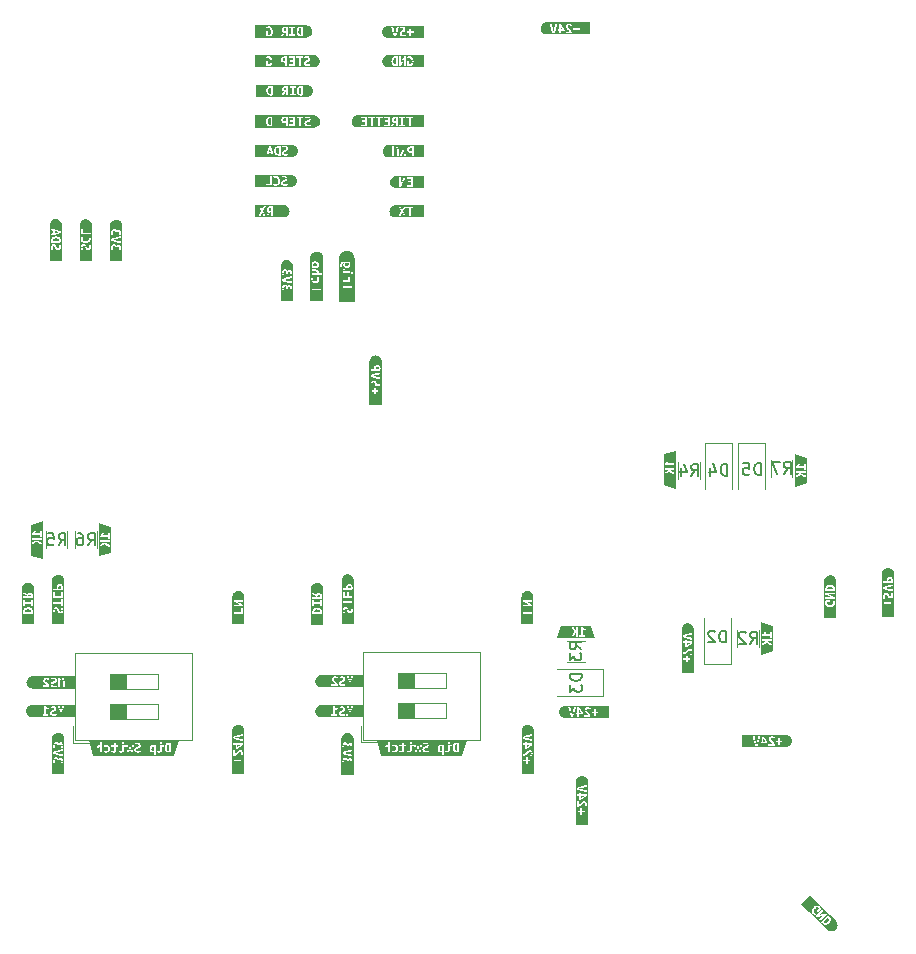
<source format=gbr>
%TF.GenerationSoftware,KiCad,Pcbnew,9.0.0*%
%TF.CreationDate,2025-04-07T10:39:53+02:00*%
%TF.ProjectId,UniBoard-Xiao,556e6942-6f61-4726-942d-5869616f2e6b,rev?*%
%TF.SameCoordinates,Original*%
%TF.FileFunction,Legend,Bot*%
%TF.FilePolarity,Positive*%
%FSLAX46Y46*%
G04 Gerber Fmt 4.6, Leading zero omitted, Abs format (unit mm)*
G04 Created by KiCad (PCBNEW 9.0.0) date 2025-04-07 10:39:53*
%MOMM*%
%LPD*%
G01*
G04 APERTURE LIST*
%ADD10C,0.150000*%
%ADD11C,0.120000*%
%ADD12C,0.000000*%
G04 APERTURE END LIST*
D10*
X168954819Y-104227333D02*
X168478628Y-103894000D01*
X168954819Y-103655905D02*
X167954819Y-103655905D01*
X167954819Y-103655905D02*
X167954819Y-104036857D01*
X167954819Y-104036857D02*
X168002438Y-104132095D01*
X168002438Y-104132095D02*
X168050057Y-104179714D01*
X168050057Y-104179714D02*
X168145295Y-104227333D01*
X168145295Y-104227333D02*
X168288152Y-104227333D01*
X168288152Y-104227333D02*
X168383390Y-104179714D01*
X168383390Y-104179714D02*
X168431009Y-104132095D01*
X168431009Y-104132095D02*
X168478628Y-104036857D01*
X168478628Y-104036857D02*
X168478628Y-103655905D01*
X167954819Y-104560667D02*
X167954819Y-105179714D01*
X167954819Y-105179714D02*
X168335771Y-104846381D01*
X168335771Y-104846381D02*
X168335771Y-104989238D01*
X168335771Y-104989238D02*
X168383390Y-105084476D01*
X168383390Y-105084476D02*
X168431009Y-105132095D01*
X168431009Y-105132095D02*
X168526247Y-105179714D01*
X168526247Y-105179714D02*
X168764342Y-105179714D01*
X168764342Y-105179714D02*
X168859580Y-105132095D01*
X168859580Y-105132095D02*
X168907200Y-105084476D01*
X168907200Y-105084476D02*
X168954819Y-104989238D01*
X168954819Y-104989238D02*
X168954819Y-104703524D01*
X168954819Y-104703524D02*
X168907200Y-104608286D01*
X168907200Y-104608286D02*
X168859580Y-104560667D01*
X181316203Y-89534476D02*
X181316203Y-88534476D01*
X181316203Y-88534476D02*
X181078108Y-88534476D01*
X181078108Y-88534476D02*
X180935251Y-88582095D01*
X180935251Y-88582095D02*
X180840013Y-88677333D01*
X180840013Y-88677333D02*
X180792394Y-88772571D01*
X180792394Y-88772571D02*
X180744775Y-88963047D01*
X180744775Y-88963047D02*
X180744775Y-89105904D01*
X180744775Y-89105904D02*
X180792394Y-89296380D01*
X180792394Y-89296380D02*
X180840013Y-89391618D01*
X180840013Y-89391618D02*
X180935251Y-89486857D01*
X180935251Y-89486857D02*
X181078108Y-89534476D01*
X181078108Y-89534476D02*
X181316203Y-89534476D01*
X179887632Y-88867809D02*
X179887632Y-89534476D01*
X180125727Y-88486857D02*
X180363822Y-89201142D01*
X180363822Y-89201142D02*
X179744775Y-89201142D01*
X127166666Y-95424819D02*
X127499999Y-94948628D01*
X127738094Y-95424819D02*
X127738094Y-94424819D01*
X127738094Y-94424819D02*
X127357142Y-94424819D01*
X127357142Y-94424819D02*
X127261904Y-94472438D01*
X127261904Y-94472438D02*
X127214285Y-94520057D01*
X127214285Y-94520057D02*
X127166666Y-94615295D01*
X127166666Y-94615295D02*
X127166666Y-94758152D01*
X127166666Y-94758152D02*
X127214285Y-94853390D01*
X127214285Y-94853390D02*
X127261904Y-94901009D01*
X127261904Y-94901009D02*
X127357142Y-94948628D01*
X127357142Y-94948628D02*
X127738094Y-94948628D01*
X126309523Y-94424819D02*
X126499999Y-94424819D01*
X126499999Y-94424819D02*
X126595237Y-94472438D01*
X126595237Y-94472438D02*
X126642856Y-94520057D01*
X126642856Y-94520057D02*
X126738094Y-94662914D01*
X126738094Y-94662914D02*
X126785713Y-94853390D01*
X126785713Y-94853390D02*
X126785713Y-95234342D01*
X126785713Y-95234342D02*
X126738094Y-95329580D01*
X126738094Y-95329580D02*
X126690475Y-95377200D01*
X126690475Y-95377200D02*
X126595237Y-95424819D01*
X126595237Y-95424819D02*
X126404761Y-95424819D01*
X126404761Y-95424819D02*
X126309523Y-95377200D01*
X126309523Y-95377200D02*
X126261904Y-95329580D01*
X126261904Y-95329580D02*
X126214285Y-95234342D01*
X126214285Y-95234342D02*
X126214285Y-94996247D01*
X126214285Y-94996247D02*
X126261904Y-94901009D01*
X126261904Y-94901009D02*
X126309523Y-94853390D01*
X126309523Y-94853390D02*
X126404761Y-94805771D01*
X126404761Y-94805771D02*
X126595237Y-94805771D01*
X126595237Y-94805771D02*
X126690475Y-94853390D01*
X126690475Y-94853390D02*
X126738094Y-94901009D01*
X126738094Y-94901009D02*
X126785713Y-94996247D01*
X168983819Y-106322905D02*
X167983819Y-106322905D01*
X167983819Y-106322905D02*
X167983819Y-106561000D01*
X167983819Y-106561000D02*
X168031438Y-106703857D01*
X168031438Y-106703857D02*
X168126676Y-106799095D01*
X168126676Y-106799095D02*
X168221914Y-106846714D01*
X168221914Y-106846714D02*
X168412390Y-106894333D01*
X168412390Y-106894333D02*
X168555247Y-106894333D01*
X168555247Y-106894333D02*
X168745723Y-106846714D01*
X168745723Y-106846714D02*
X168840961Y-106799095D01*
X168840961Y-106799095D02*
X168936200Y-106703857D01*
X168936200Y-106703857D02*
X168983819Y-106561000D01*
X168983819Y-106561000D02*
X168983819Y-106322905D01*
X167983819Y-107227667D02*
X167983819Y-107846714D01*
X167983819Y-107846714D02*
X168364771Y-107513381D01*
X168364771Y-107513381D02*
X168364771Y-107656238D01*
X168364771Y-107656238D02*
X168412390Y-107751476D01*
X168412390Y-107751476D02*
X168460009Y-107799095D01*
X168460009Y-107799095D02*
X168555247Y-107846714D01*
X168555247Y-107846714D02*
X168793342Y-107846714D01*
X168793342Y-107846714D02*
X168888580Y-107799095D01*
X168888580Y-107799095D02*
X168936200Y-107751476D01*
X168936200Y-107751476D02*
X168983819Y-107656238D01*
X168983819Y-107656238D02*
X168983819Y-107370524D01*
X168983819Y-107370524D02*
X168936200Y-107275286D01*
X168936200Y-107275286D02*
X168888580Y-107227667D01*
X186099792Y-89369901D02*
X186433125Y-88893710D01*
X186671220Y-89369901D02*
X186671220Y-88369901D01*
X186671220Y-88369901D02*
X186290268Y-88369901D01*
X186290268Y-88369901D02*
X186195030Y-88417520D01*
X186195030Y-88417520D02*
X186147411Y-88465139D01*
X186147411Y-88465139D02*
X186099792Y-88560377D01*
X186099792Y-88560377D02*
X186099792Y-88703234D01*
X186099792Y-88703234D02*
X186147411Y-88798472D01*
X186147411Y-88798472D02*
X186195030Y-88846091D01*
X186195030Y-88846091D02*
X186290268Y-88893710D01*
X186290268Y-88893710D02*
X186671220Y-88893710D01*
X185766458Y-88369901D02*
X185099792Y-88369901D01*
X185099792Y-88369901D02*
X185528363Y-89369901D01*
X183235126Y-103759284D02*
X183568459Y-103283093D01*
X183806554Y-103759284D02*
X183806554Y-102759284D01*
X183806554Y-102759284D02*
X183425602Y-102759284D01*
X183425602Y-102759284D02*
X183330364Y-102806903D01*
X183330364Y-102806903D02*
X183282745Y-102854522D01*
X183282745Y-102854522D02*
X183235126Y-102949760D01*
X183235126Y-102949760D02*
X183235126Y-103092617D01*
X183235126Y-103092617D02*
X183282745Y-103187855D01*
X183282745Y-103187855D02*
X183330364Y-103235474D01*
X183330364Y-103235474D02*
X183425602Y-103283093D01*
X183425602Y-103283093D02*
X183806554Y-103283093D01*
X182854173Y-102854522D02*
X182806554Y-102806903D01*
X182806554Y-102806903D02*
X182711316Y-102759284D01*
X182711316Y-102759284D02*
X182473221Y-102759284D01*
X182473221Y-102759284D02*
X182377983Y-102806903D01*
X182377983Y-102806903D02*
X182330364Y-102854522D01*
X182330364Y-102854522D02*
X182282745Y-102949760D01*
X182282745Y-102949760D02*
X182282745Y-103044998D01*
X182282745Y-103044998D02*
X182330364Y-103187855D01*
X182330364Y-103187855D02*
X182901792Y-103759284D01*
X182901792Y-103759284D02*
X182282745Y-103759284D01*
X124687400Y-95426307D02*
X125020733Y-94950116D01*
X125258828Y-95426307D02*
X125258828Y-94426307D01*
X125258828Y-94426307D02*
X124877876Y-94426307D01*
X124877876Y-94426307D02*
X124782638Y-94473926D01*
X124782638Y-94473926D02*
X124735019Y-94521545D01*
X124735019Y-94521545D02*
X124687400Y-94616783D01*
X124687400Y-94616783D02*
X124687400Y-94759640D01*
X124687400Y-94759640D02*
X124735019Y-94854878D01*
X124735019Y-94854878D02*
X124782638Y-94902497D01*
X124782638Y-94902497D02*
X124877876Y-94950116D01*
X124877876Y-94950116D02*
X125258828Y-94950116D01*
X123782638Y-94426307D02*
X124258828Y-94426307D01*
X124258828Y-94426307D02*
X124306447Y-94902497D01*
X124306447Y-94902497D02*
X124258828Y-94854878D01*
X124258828Y-94854878D02*
X124163590Y-94807259D01*
X124163590Y-94807259D02*
X123925495Y-94807259D01*
X123925495Y-94807259D02*
X123830257Y-94854878D01*
X123830257Y-94854878D02*
X123782638Y-94902497D01*
X123782638Y-94902497D02*
X123735019Y-94997735D01*
X123735019Y-94997735D02*
X123735019Y-95235830D01*
X123735019Y-95235830D02*
X123782638Y-95331068D01*
X123782638Y-95331068D02*
X123830257Y-95378688D01*
X123830257Y-95378688D02*
X123925495Y-95426307D01*
X123925495Y-95426307D02*
X124163590Y-95426307D01*
X124163590Y-95426307D02*
X124258828Y-95378688D01*
X124258828Y-95378688D02*
X124306447Y-95331068D01*
X184139297Y-89483838D02*
X184139297Y-88483838D01*
X184139297Y-88483838D02*
X183901202Y-88483838D01*
X183901202Y-88483838D02*
X183758345Y-88531457D01*
X183758345Y-88531457D02*
X183663107Y-88626695D01*
X183663107Y-88626695D02*
X183615488Y-88721933D01*
X183615488Y-88721933D02*
X183567869Y-88912409D01*
X183567869Y-88912409D02*
X183567869Y-89055266D01*
X183567869Y-89055266D02*
X183615488Y-89245742D01*
X183615488Y-89245742D02*
X183663107Y-89340980D01*
X183663107Y-89340980D02*
X183758345Y-89436219D01*
X183758345Y-89436219D02*
X183901202Y-89483838D01*
X183901202Y-89483838D02*
X184139297Y-89483838D01*
X182663107Y-88483838D02*
X183139297Y-88483838D01*
X183139297Y-88483838D02*
X183186916Y-88960028D01*
X183186916Y-88960028D02*
X183139297Y-88912409D01*
X183139297Y-88912409D02*
X183044059Y-88864790D01*
X183044059Y-88864790D02*
X182805964Y-88864790D01*
X182805964Y-88864790D02*
X182710726Y-88912409D01*
X182710726Y-88912409D02*
X182663107Y-88960028D01*
X182663107Y-88960028D02*
X182615488Y-89055266D01*
X182615488Y-89055266D02*
X182615488Y-89293361D01*
X182615488Y-89293361D02*
X182663107Y-89388599D01*
X182663107Y-89388599D02*
X182710726Y-89436219D01*
X182710726Y-89436219D02*
X182805964Y-89483838D01*
X182805964Y-89483838D02*
X183044059Y-89483838D01*
X183044059Y-89483838D02*
X183139297Y-89436219D01*
X183139297Y-89436219D02*
X183186916Y-89388599D01*
X181205094Y-103660651D02*
X181205094Y-102660651D01*
X181205094Y-102660651D02*
X180966999Y-102660651D01*
X180966999Y-102660651D02*
X180824142Y-102708270D01*
X180824142Y-102708270D02*
X180728904Y-102803508D01*
X180728904Y-102803508D02*
X180681285Y-102898746D01*
X180681285Y-102898746D02*
X180633666Y-103089222D01*
X180633666Y-103089222D02*
X180633666Y-103232079D01*
X180633666Y-103232079D02*
X180681285Y-103422555D01*
X180681285Y-103422555D02*
X180728904Y-103517793D01*
X180728904Y-103517793D02*
X180824142Y-103613032D01*
X180824142Y-103613032D02*
X180966999Y-103660651D01*
X180966999Y-103660651D02*
X181205094Y-103660651D01*
X180252713Y-102755889D02*
X180205094Y-102708270D01*
X180205094Y-102708270D02*
X180109856Y-102660651D01*
X180109856Y-102660651D02*
X179871761Y-102660651D01*
X179871761Y-102660651D02*
X179776523Y-102708270D01*
X179776523Y-102708270D02*
X179728904Y-102755889D01*
X179728904Y-102755889D02*
X179681285Y-102851127D01*
X179681285Y-102851127D02*
X179681285Y-102946365D01*
X179681285Y-102946365D02*
X179728904Y-103089222D01*
X179728904Y-103089222D02*
X180300332Y-103660651D01*
X180300332Y-103660651D02*
X179681285Y-103660651D01*
X178263491Y-89559795D02*
X178596824Y-89083604D01*
X178834919Y-89559795D02*
X178834919Y-88559795D01*
X178834919Y-88559795D02*
X178453967Y-88559795D01*
X178453967Y-88559795D02*
X178358729Y-88607414D01*
X178358729Y-88607414D02*
X178311110Y-88655033D01*
X178311110Y-88655033D02*
X178263491Y-88750271D01*
X178263491Y-88750271D02*
X178263491Y-88893128D01*
X178263491Y-88893128D02*
X178311110Y-88988366D01*
X178311110Y-88988366D02*
X178358729Y-89035985D01*
X178358729Y-89035985D02*
X178453967Y-89083604D01*
X178453967Y-89083604D02*
X178834919Y-89083604D01*
X177406348Y-88893128D02*
X177406348Y-89559795D01*
X177644443Y-88512176D02*
X177882538Y-89226461D01*
X177882538Y-89226461D02*
X177263491Y-89226461D01*
D11*
%TO.C,R3*%
X169227064Y-103510883D02*
X167772936Y-103510883D01*
X169227064Y-105330883D02*
X167772936Y-105330883D01*
D12*
%TO.C,kibuzzard-67ED8447*%
G36*
X155599971Y-65176101D02*
G01*
X154684516Y-65176101D01*
X153660929Y-65176101D01*
X153532981Y-65176101D01*
X153263730Y-65176101D01*
X153164682Y-65166345D01*
X153069441Y-65137454D01*
X152981666Y-65090538D01*
X152954691Y-65068400D01*
X153532981Y-65068400D01*
X153660929Y-65068400D01*
X153698194Y-64979727D01*
X153737612Y-64891197D01*
X153779185Y-64802810D01*
X153822911Y-64714424D01*
X153868792Y-64625894D01*
X153916826Y-64537221D01*
X153916826Y-65068400D01*
X154060283Y-65068400D01*
X154060283Y-64936574D01*
X154171430Y-64936574D01*
X154171430Y-65068400D01*
X154684516Y-65068400D01*
X154684516Y-64268400D01*
X154199863Y-64268400D01*
X154199863Y-64400226D01*
X154525550Y-64400226D01*
X154525550Y-64579870D01*
X154242513Y-64579870D01*
X154242513Y-64711696D01*
X154525550Y-64711696D01*
X154525550Y-64936574D01*
X154171430Y-64936574D01*
X154060283Y-64936574D01*
X154060283Y-64268400D01*
X153932335Y-64268400D01*
X153896148Y-64327689D01*
X153859960Y-64391825D01*
X153824257Y-64458222D01*
X153789524Y-64524297D01*
X153756568Y-64589240D01*
X153726196Y-64652245D01*
X153699217Y-64710403D01*
X153676438Y-64760807D01*
X153676438Y-64268400D01*
X153532981Y-64268400D01*
X153532981Y-65068400D01*
X152954691Y-65068400D01*
X152904731Y-65027399D01*
X152841592Y-64950463D01*
X152794675Y-64862689D01*
X152765784Y-64767447D01*
X152756029Y-64668400D01*
X152765784Y-64569353D01*
X152794675Y-64474111D01*
X152841592Y-64386337D01*
X152904731Y-64309401D01*
X152981666Y-64246262D01*
X153069441Y-64199346D01*
X153164682Y-64170455D01*
X153263730Y-64160699D01*
X153532981Y-64160699D01*
X154684516Y-64160699D01*
X155599971Y-64160699D01*
X155599971Y-65176101D01*
G37*
%TO.C,kibuzzard-67ED7EA6*%
G36*
X127102451Y-67833554D02*
G01*
X127200965Y-67863438D01*
X127291757Y-67911967D01*
X127371336Y-67977276D01*
X127436645Y-68056855D01*
X127485174Y-68147646D01*
X127515058Y-68246160D01*
X127525148Y-68348612D01*
X127525148Y-68617863D01*
X127525148Y-70453081D01*
X127525148Y-71368536D01*
X126474852Y-71368536D01*
X126474852Y-70453081D01*
X126474852Y-70204939D01*
X126582553Y-70204939D01*
X126587884Y-70294438D01*
X126603877Y-70363905D01*
X126643296Y-70453081D01*
X126772536Y-70406555D01*
X126733764Y-70323194D01*
X126720194Y-70269398D01*
X126715670Y-70204939D01*
X126724071Y-70138380D01*
X126747334Y-70096377D01*
X126780937Y-70075052D01*
X126819063Y-70069236D01*
X126863005Y-70083453D01*
X126897254Y-70119640D01*
X126924394Y-70168752D01*
X126947011Y-70223033D01*
X126976737Y-70297992D01*
X127019386Y-70368429D01*
X127083360Y-70420771D01*
X127178352Y-70441450D01*
X127278514Y-70423194D01*
X127354120Y-70368429D01*
X127389302Y-70313645D01*
X127410411Y-70246655D01*
X127417447Y-70167459D01*
X127413247Y-70098477D01*
X127400646Y-70038865D01*
X127363166Y-69946458D01*
X127240388Y-69992984D01*
X127271405Y-70064713D01*
X127284330Y-70155828D01*
X127274134Y-70226192D01*
X127243547Y-70268411D01*
X127192569Y-70282484D01*
X127151858Y-70269560D01*
X127120840Y-70236603D01*
X127096931Y-70191369D01*
X127077544Y-70141611D01*
X127045880Y-70063421D01*
X126999354Y-69988461D01*
X126926979Y-69932241D01*
X126878029Y-69915763D01*
X126817771Y-69910270D01*
X126718094Y-69928526D01*
X126643942Y-69983291D01*
X126609837Y-70040373D01*
X126589374Y-70114255D01*
X126582553Y-70204939D01*
X126474852Y-70204939D01*
X126474852Y-69476022D01*
X126582553Y-69476022D01*
X126594615Y-69579989D01*
X126630802Y-69666149D01*
X126691115Y-69734503D01*
X126751131Y-69773518D01*
X126822617Y-69801385D01*
X126905574Y-69818106D01*
X127000000Y-69823679D01*
X127094023Y-69816894D01*
X127177060Y-69796539D01*
X127248627Y-69764067D01*
X127308239Y-69720933D01*
X127355412Y-69667944D01*
X127389661Y-69605908D01*
X127410501Y-69536280D01*
X127417447Y-69460513D01*
X127410339Y-69383614D01*
X127394184Y-69323518D01*
X127374798Y-69280222D01*
X127359289Y-69253728D01*
X127232633Y-69295085D01*
X127265590Y-69366813D01*
X127279160Y-69463097D01*
X127265590Y-69536118D01*
X127220355Y-69599446D01*
X127135703Y-69644681D01*
X127076252Y-69657766D01*
X127003877Y-69662128D01*
X126919655Y-69656887D01*
X126849650Y-69641162D01*
X126793861Y-69614955D01*
X126739095Y-69552758D01*
X126720840Y-69460513D01*
X126735057Y-69357766D01*
X126763489Y-69292500D01*
X126638126Y-69252435D01*
X126600000Y-69343550D01*
X126586914Y-69405424D01*
X126582553Y-69476022D01*
X126474852Y-69476022D01*
X126474852Y-69120610D01*
X126599354Y-69120610D01*
X127399354Y-69120610D01*
X127399354Y-68960351D01*
X126731179Y-68960351D01*
X126731179Y-68617863D01*
X126599354Y-68617863D01*
X126599354Y-69120610D01*
X126474852Y-69120610D01*
X126474852Y-68617863D01*
X126474852Y-68348612D01*
X126484942Y-68246160D01*
X126514826Y-68147646D01*
X126563355Y-68056855D01*
X126628664Y-67977276D01*
X126708243Y-67911967D01*
X126799035Y-67863438D01*
X126897549Y-67833554D01*
X127000000Y-67823464D01*
X127102451Y-67833554D01*
G37*
%TO.C,kibuzzard-67ED8DD6*%
G36*
X164487847Y-99298784D02*
G01*
X164583089Y-99327675D01*
X164670863Y-99374592D01*
X164747799Y-99437731D01*
X164810938Y-99514666D01*
X164857854Y-99602441D01*
X164886745Y-99697682D01*
X164896501Y-99796730D01*
X164896501Y-100065981D01*
X164896501Y-101217516D01*
X164896501Y-102132971D01*
X163881099Y-102132971D01*
X163881099Y-101217516D01*
X163881099Y-100704430D01*
X163988800Y-100704430D01*
X163988800Y-101217516D01*
X164788800Y-101217516D01*
X164788800Y-100732863D01*
X164656974Y-100732863D01*
X164656974Y-101058550D01*
X164477330Y-101058550D01*
X164477330Y-100775513D01*
X164345504Y-100775513D01*
X164345504Y-101058550D01*
X164120626Y-101058550D01*
X164120626Y-100704430D01*
X163988800Y-100704430D01*
X163881099Y-100704430D01*
X163881099Y-100449826D01*
X163988800Y-100449826D01*
X163988800Y-100593283D01*
X164788800Y-100593283D01*
X164788800Y-100465335D01*
X164729511Y-100429148D01*
X164665375Y-100392960D01*
X164598978Y-100357257D01*
X164532903Y-100322524D01*
X164467960Y-100289568D01*
X164404955Y-100259196D01*
X164346797Y-100232217D01*
X164296393Y-100209438D01*
X164788800Y-100209438D01*
X164788800Y-100065981D01*
X163988800Y-100065981D01*
X163988800Y-100193929D01*
X164077473Y-100231194D01*
X164166003Y-100270612D01*
X164254390Y-100312185D01*
X164342776Y-100355911D01*
X164431306Y-100401792D01*
X164519979Y-100449826D01*
X163988800Y-100449826D01*
X163881099Y-100449826D01*
X163881099Y-100193929D01*
X163881099Y-100065981D01*
X163881099Y-99796730D01*
X163890855Y-99697682D01*
X163919746Y-99602441D01*
X163966662Y-99514666D01*
X164029801Y-99437731D01*
X164106737Y-99374592D01*
X164194511Y-99327675D01*
X164289753Y-99298784D01*
X164388800Y-99289029D01*
X164487847Y-99298784D01*
G37*
%TO.C,kibuzzard-67ED8412*%
G36*
X155647144Y-67665301D02*
G01*
X154731689Y-67665301D01*
X154360768Y-67665301D01*
X153657698Y-67665301D01*
X153485808Y-67665301D01*
X153216557Y-67665301D01*
X153117509Y-67655545D01*
X153022268Y-67626654D01*
X152934493Y-67579738D01*
X152907518Y-67557600D01*
X153485808Y-67557600D01*
X153657698Y-67557600D01*
X153685001Y-67488133D01*
X153717795Y-67411558D01*
X153754144Y-67331429D01*
X153792109Y-67251300D01*
X153829589Y-67329005D01*
X153867068Y-67409619D01*
X153901963Y-67487648D01*
X153931689Y-67557600D01*
X154103579Y-67557600D01*
X154065453Y-67473594D01*
X154038959Y-67422543D01*
X154009879Y-67367616D01*
X153978700Y-67309942D01*
X153945905Y-67250653D01*
X153912949Y-67191687D01*
X153881285Y-67134983D01*
X154017519Y-66889426D01*
X154150106Y-66889426D01*
X154360768Y-66889426D01*
X154360768Y-67557600D01*
X154521026Y-67557600D01*
X154521026Y-66889426D01*
X154731689Y-66889426D01*
X154731689Y-66757600D01*
X154150106Y-66757600D01*
X154150106Y-66889426D01*
X154017519Y-66889426D01*
X154090655Y-66757600D01*
X153918765Y-66757600D01*
X153792109Y-67013497D01*
X153658991Y-66757600D01*
X153498732Y-66757600D01*
X153702933Y-67131106D01*
X153668361Y-67187972D01*
X153634435Y-67247422D01*
X153601963Y-67307358D01*
X153571753Y-67365678D01*
X153544451Y-67421251D01*
X153520703Y-67472947D01*
X153485808Y-67557600D01*
X152907518Y-67557600D01*
X152857558Y-67516599D01*
X152794419Y-67439663D01*
X152747503Y-67351889D01*
X152718612Y-67256647D01*
X152708856Y-67157600D01*
X152718612Y-67058553D01*
X152747503Y-66963311D01*
X152794419Y-66875537D01*
X152857558Y-66798601D01*
X152934493Y-66735462D01*
X153022268Y-66688546D01*
X153117509Y-66659655D01*
X153216557Y-66649899D01*
X153485808Y-66649899D01*
X154731689Y-66649899D01*
X155647144Y-66649899D01*
X155647144Y-67665301D01*
G37*
%TO.C,kibuzzard-67ED8061*%
G36*
X169140195Y-116676049D02*
G01*
X169069758Y-116724514D01*
X168995445Y-116770394D01*
X168921778Y-116809167D01*
X168921778Y-116628230D01*
X169203522Y-116628230D01*
X169140195Y-116676049D01*
G37*
G36*
X169112412Y-114943598D02*
G01*
X169209351Y-114973004D01*
X169298689Y-115020756D01*
X169376996Y-115085020D01*
X169441260Y-115163326D01*
X169489012Y-115252665D01*
X169518418Y-115349604D01*
X169528347Y-115450416D01*
X169528347Y-115719667D01*
X169528347Y-118237276D01*
X169528347Y-119152731D01*
X168494853Y-119152731D01*
X168494853Y-118237276D01*
X168494853Y-118034369D01*
X168651665Y-118034369D01*
X168876543Y-118034369D01*
X168876543Y-118237276D01*
X169007077Y-118237276D01*
X169007077Y-118034369D01*
X169231955Y-118034369D01*
X169231955Y-117897373D01*
X169007077Y-117897373D01*
X169007077Y-117694465D01*
X168876543Y-117694465D01*
X168876543Y-117897373D01*
X168651665Y-117897373D01*
X168651665Y-118034369D01*
X168494853Y-118034369D01*
X168494853Y-117897373D01*
X168494853Y-117567810D01*
X168602553Y-117567810D01*
X168634863Y-117571041D01*
X168662004Y-117570394D01*
X168724039Y-117564417D01*
X168780905Y-117546485D01*
X168833086Y-117519344D01*
X168881067Y-117485742D01*
X168925332Y-117447616D01*
X168966366Y-117406905D01*
X169004976Y-117366194D01*
X169041972Y-117328068D01*
X169111762Y-117267325D01*
X169180259Y-117243415D01*
X169255865Y-117273141D01*
X169282359Y-117348100D01*
X169264266Y-117426937D01*
X169203522Y-117508359D01*
X169314669Y-117587196D01*
X169361842Y-117531461D01*
X169394799Y-117467648D01*
X169414185Y-117399958D01*
X169420647Y-117332591D01*
X169406430Y-117238246D01*
X169363781Y-117158117D01*
X169292052Y-117102543D01*
X169191891Y-117081864D01*
X169112408Y-117097373D01*
X169038094Y-117138730D01*
X168968304Y-117196889D01*
X168903684Y-117262801D01*
X168866850Y-117301574D01*
X168822909Y-117342931D01*
X168777028Y-117375887D01*
X168734379Y-117389457D01*
X168734379Y-117045677D01*
X168602553Y-117045677D01*
X168602553Y-117567810D01*
X168494853Y-117567810D01*
X168494853Y-117045677D01*
X168494853Y-116628230D01*
X168602553Y-116628230D01*
X168791245Y-116628230D01*
X168791245Y-116961671D01*
X168907561Y-116961671D01*
X168961358Y-116933561D01*
X169021939Y-116898343D01*
X169086721Y-116857632D01*
X169153119Y-116813044D01*
X169219839Y-116765225D01*
X169285590Y-116714821D01*
X169347464Y-116663125D01*
X169402553Y-116611428D01*
X169402553Y-116469264D01*
X168921778Y-116469264D01*
X168921778Y-116382672D01*
X168791245Y-116382672D01*
X168791245Y-116469264D01*
X168602553Y-116469264D01*
X168602553Y-116628230D01*
X168494853Y-116628230D01*
X168494853Y-116469264D01*
X168494853Y-116109974D01*
X168494853Y-115945839D01*
X168602553Y-115945839D01*
X168602553Y-116109974D01*
X168697545Y-116141961D01*
X168804169Y-116175887D01*
X168879056Y-116198720D01*
X168953801Y-116220691D01*
X169028401Y-116241800D01*
X169101566Y-116261760D01*
X169172002Y-116280285D01*
X169239710Y-116297373D01*
X169330178Y-116318698D01*
X169402553Y-116333561D01*
X169402553Y-116165548D01*
X169335510Y-116155855D01*
X169258450Y-116142285D01*
X169175089Y-116125968D01*
X169089144Y-116108036D01*
X169002553Y-116088650D01*
X168917254Y-116067971D01*
X168836963Y-116046808D01*
X168765396Y-116025968D01*
X168835994Y-116005289D01*
X168915962Y-115984611D01*
X169001261Y-115964579D01*
X169087852Y-115945839D01*
X169173959Y-115928391D01*
X169257804Y-115912236D01*
X169335348Y-115898020D01*
X169402553Y-115886388D01*
X169402553Y-115719667D01*
X169320485Y-115736953D01*
X169229371Y-115757793D01*
X169131309Y-115782026D01*
X169028401Y-115809490D01*
X168957750Y-115829522D01*
X168886237Y-115850847D01*
X168813862Y-115873464D01*
X168741846Y-115897014D01*
X168671410Y-115921139D01*
X168602553Y-115945839D01*
X168494853Y-115945839D01*
X168494853Y-115719667D01*
X168494853Y-115450416D01*
X168504782Y-115349604D01*
X168534188Y-115252665D01*
X168581940Y-115163326D01*
X168646204Y-115085020D01*
X168724511Y-115020756D01*
X168813849Y-114973004D01*
X168910788Y-114943598D01*
X169011600Y-114933669D01*
X169112412Y-114943598D01*
G37*
%TO.C,kibuzzard-67ED5E7B*%
G36*
X124765651Y-111299416D02*
G01*
X124864165Y-111329300D01*
X124954957Y-111377829D01*
X125034536Y-111443138D01*
X125099845Y-111522717D01*
X125148374Y-111613508D01*
X125178258Y-111712022D01*
X125188348Y-111814474D01*
X125188348Y-112083725D01*
X125188348Y-113906019D01*
X125188348Y-114821474D01*
X124138052Y-114821474D01*
X124138052Y-113906019D01*
X124138052Y-113683725D01*
X124245753Y-113683725D01*
X124250276Y-113746407D01*
X124261261Y-113809735D01*
X124275478Y-113865955D01*
X124289694Y-113906019D01*
X124422812Y-113875001D01*
X124395672Y-113798103D01*
X124385009Y-113746245D01*
X124381455Y-113685018D01*
X124390179Y-113615712D01*
X124416350Y-113570640D01*
X124502942Y-113537683D01*
X124556738Y-113550284D01*
X124591471Y-113588087D01*
X124610373Y-113645276D01*
X124616673Y-113716035D01*
X124616673Y-113765147D01*
X124748499Y-113765147D01*
X124748499Y-113705696D01*
X124753668Y-113656585D01*
X124770470Y-113612643D01*
X124801488Y-113580979D01*
X124850599Y-113568701D01*
X124919743Y-113595195D01*
X124944945Y-113668216D01*
X124930082Y-113758039D01*
X124893248Y-113834937D01*
X125009565Y-113891803D01*
X125056738Y-113799396D01*
X125074670Y-113738168D01*
X125080647Y-113669509D01*
X125076447Y-113606665D01*
X125063846Y-113552546D01*
X125016673Y-113470478D01*
X124944945Y-113422659D01*
X124855769Y-113407150D01*
X124764008Y-113434291D01*
X124696803Y-113506665D01*
X124664816Y-113451577D01*
X124620551Y-113410381D01*
X124565300Y-113384695D01*
X124500357Y-113376132D01*
X124398257Y-113394226D01*
X124317481Y-113449800D01*
X124287110Y-113492449D01*
X124264492Y-113545438D01*
X124250437Y-113609089D01*
X124245753Y-113683725D01*
X124138052Y-113683725D01*
X124138052Y-113072417D01*
X124138052Y-112908281D01*
X124262554Y-112908281D01*
X124262554Y-113072417D01*
X124357546Y-113104404D01*
X124464169Y-113138329D01*
X124539057Y-113161162D01*
X124613801Y-113183133D01*
X124688402Y-113204242D01*
X124761567Y-113224203D01*
X124832003Y-113242727D01*
X124899711Y-113259816D01*
X124990179Y-113281140D01*
X125062554Y-113296003D01*
X125062554Y-113127990D01*
X124995510Y-113118297D01*
X124918450Y-113104727D01*
X124835090Y-113088410D01*
X124749145Y-113070478D01*
X124662554Y-113051092D01*
X124577255Y-113030413D01*
X124496964Y-113009250D01*
X124425397Y-112988410D01*
X124495995Y-112967732D01*
X124575963Y-112947053D01*
X124661261Y-112927021D01*
X124747853Y-112908281D01*
X124833959Y-112890833D01*
X124917804Y-112874678D01*
X124995349Y-112860462D01*
X125062554Y-112848830D01*
X125062554Y-112682110D01*
X124980486Y-112699396D01*
X124889371Y-112720236D01*
X124791310Y-112744468D01*
X124688402Y-112771932D01*
X124617750Y-112791964D01*
X124546237Y-112813289D01*
X124473862Y-112835906D01*
X124401847Y-112859457D01*
X124331410Y-112883582D01*
X124262554Y-112908281D01*
X124138052Y-112908281D01*
X124138052Y-112391318D01*
X124245753Y-112391318D01*
X124250276Y-112454000D01*
X124261261Y-112517328D01*
X124275478Y-112573548D01*
X124289694Y-112613612D01*
X124422812Y-112582594D01*
X124395672Y-112505696D01*
X124385009Y-112453838D01*
X124381455Y-112392611D01*
X124390179Y-112323305D01*
X124416350Y-112278233D01*
X124502942Y-112245276D01*
X124556738Y-112257877D01*
X124591471Y-112295680D01*
X124610373Y-112352869D01*
X124616673Y-112423628D01*
X124616673Y-112472740D01*
X124748499Y-112472740D01*
X124748499Y-112413289D01*
X124753668Y-112364178D01*
X124770470Y-112320236D01*
X124801488Y-112288572D01*
X124850599Y-112276294D01*
X124919743Y-112302788D01*
X124944945Y-112375809D01*
X124930082Y-112465632D01*
X124893248Y-112542530D01*
X125009565Y-112599396D01*
X125056738Y-112506989D01*
X125074670Y-112445761D01*
X125080647Y-112377102D01*
X125076447Y-112314258D01*
X125063846Y-112260139D01*
X125016673Y-112178071D01*
X124944945Y-112130252D01*
X124855769Y-112114743D01*
X124764008Y-112141884D01*
X124696803Y-112214258D01*
X124664816Y-112159170D01*
X124620551Y-112117974D01*
X124565300Y-112092287D01*
X124500357Y-112083725D01*
X124398257Y-112101819D01*
X124317481Y-112157392D01*
X124287110Y-112200042D01*
X124264492Y-112253031D01*
X124250437Y-112316682D01*
X124245753Y-112391318D01*
X124138052Y-112391318D01*
X124138052Y-112083725D01*
X124138052Y-111814474D01*
X124148142Y-111712022D01*
X124178026Y-111613508D01*
X124226555Y-111522717D01*
X124291864Y-111443138D01*
X124371443Y-111377829D01*
X124462235Y-111329300D01*
X124560749Y-111299416D01*
X124663200Y-111289326D01*
X124765651Y-111299416D01*
G37*
%TO.C,kibuzzard-67ED86B0*%
G36*
X143863738Y-54162733D02*
G01*
X143903156Y-54165964D01*
X143903156Y-54424446D01*
X143838536Y-54424446D01*
X143771654Y-54416853D01*
X143723512Y-54394074D01*
X143694433Y-54352879D01*
X143684740Y-54290035D01*
X143694271Y-54230423D01*
X143722866Y-54191166D01*
X143767292Y-54169357D01*
X143824320Y-54162087D01*
X143863738Y-54162733D01*
G37*
G36*
X146390530Y-53917142D02*
G01*
X146489044Y-53947026D01*
X146579835Y-53995555D01*
X146659414Y-54060864D01*
X146724723Y-54140443D01*
X146773252Y-54231235D01*
X146803136Y-54329749D01*
X146813226Y-54432200D01*
X146803136Y-54534651D01*
X146773252Y-54633165D01*
X146724723Y-54723957D01*
X146659414Y-54803536D01*
X146579835Y-54868845D01*
X146489044Y-54917374D01*
X146390530Y-54947258D01*
X146288078Y-54957348D01*
X146018827Y-54957348D01*
X145770685Y-54957348D01*
X145021089Y-54957348D01*
X144696694Y-54957348D01*
X143903156Y-54957348D01*
X142477631Y-54957348D01*
X142239829Y-54957348D01*
X141324374Y-54957348D01*
X141324374Y-54072911D01*
X142239829Y-54072911D01*
X142281186Y-54199567D01*
X142350976Y-54167257D01*
X142436274Y-54153040D01*
X142531913Y-54173719D01*
X142595887Y-54231231D01*
X142632074Y-54319114D01*
X142640313Y-54372911D01*
X142643060Y-54432200D01*
X142638034Y-54519437D01*
X142622955Y-54589874D01*
X142597825Y-54643509D01*
X142541929Y-54694397D01*
X142464707Y-54711360D01*
X142433690Y-54710068D01*
X142402672Y-54706190D01*
X142402672Y-54414106D01*
X142243706Y-54414106D01*
X142243706Y-54813460D01*
X142332236Y-54836723D01*
X142398633Y-54846416D01*
X142477631Y-54849647D01*
X142548875Y-54843024D01*
X142612688Y-54823153D01*
X142668423Y-54790197D01*
X142715434Y-54744316D01*
X142753237Y-54685512D01*
X142781347Y-54613783D01*
X142798795Y-54529292D01*
X142804610Y-54432200D01*
X142797825Y-54336077D01*
X142787003Y-54291328D01*
X143521896Y-54291328D01*
X143531302Y-54378134D01*
X143559520Y-54447278D01*
X143606549Y-54498759D01*
X143670810Y-54534300D01*
X143750724Y-54555625D01*
X143846291Y-54562733D01*
X143903156Y-54562733D01*
X143903156Y-54832846D01*
X144062123Y-54832846D01*
X144062123Y-54701021D01*
X144183609Y-54701021D01*
X144183609Y-54832846D01*
X144696694Y-54832846D01*
X144696694Y-54164672D01*
X144810426Y-54164672D01*
X145021089Y-54164672D01*
X145021089Y-54832846D01*
X145181347Y-54832846D01*
X145181347Y-54614429D01*
X145476016Y-54614429D01*
X145494271Y-54714106D01*
X145549037Y-54788258D01*
X145606118Y-54822363D01*
X145680001Y-54842826D01*
X145770685Y-54849647D01*
X145860184Y-54844316D01*
X145929651Y-54828323D01*
X146018827Y-54788904D01*
X145972300Y-54659664D01*
X145888940Y-54698436D01*
X145835144Y-54712006D01*
X145770685Y-54716530D01*
X145704126Y-54708129D01*
X145662123Y-54684866D01*
X145640798Y-54651263D01*
X145634982Y-54613137D01*
X145649198Y-54569195D01*
X145685386Y-54534946D01*
X145734497Y-54507806D01*
X145788778Y-54485189D01*
X145863738Y-54455463D01*
X145934174Y-54412814D01*
X145986517Y-54348840D01*
X146007195Y-54253848D01*
X145988940Y-54153686D01*
X145934174Y-54078080D01*
X145879391Y-54042898D01*
X145812401Y-54021789D01*
X145733205Y-54014753D01*
X145664223Y-54018953D01*
X145604610Y-54031554D01*
X145512203Y-54069034D01*
X145558730Y-54191812D01*
X145630459Y-54160795D01*
X145721573Y-54147870D01*
X145791938Y-54158066D01*
X145834156Y-54188653D01*
X145848229Y-54239631D01*
X145835305Y-54280342D01*
X145802349Y-54311360D01*
X145757114Y-54335269D01*
X145707357Y-54354656D01*
X145629166Y-54386320D01*
X145554207Y-54432846D01*
X145497987Y-54505221D01*
X145481509Y-54554171D01*
X145476016Y-54614429D01*
X145181347Y-54614429D01*
X145181347Y-54164672D01*
X145392009Y-54164672D01*
X145392009Y-54032846D01*
X144810426Y-54032846D01*
X144810426Y-54164672D01*
X144696694Y-54164672D01*
X144696694Y-54032846D01*
X144212042Y-54032846D01*
X144212042Y-54164672D01*
X144537728Y-54164672D01*
X144537728Y-54344316D01*
X144254691Y-54344316D01*
X144254691Y-54476142D01*
X144537728Y-54476142D01*
X144537728Y-54701021D01*
X144183609Y-54701021D01*
X144062123Y-54701021D01*
X144062123Y-54043185D01*
X144009780Y-54034139D01*
X143950976Y-54028323D01*
X143892817Y-54025092D01*
X143842413Y-54023799D01*
X143748355Y-54030764D01*
X143669518Y-54051658D01*
X143605903Y-54086481D01*
X143559233Y-54137100D01*
X143531230Y-54205383D01*
X143521896Y-54291328D01*
X142787003Y-54291328D01*
X142777470Y-54251909D01*
X142745483Y-54180019D01*
X142703803Y-54120730D01*
X142653076Y-54074365D01*
X142593948Y-54041247D01*
X142528358Y-54021376D01*
X142458245Y-54014753D01*
X142374885Y-54021861D01*
X142310911Y-54038016D01*
X142266323Y-54057402D01*
X142239829Y-54072911D01*
X141324374Y-54072911D01*
X141324374Y-53907052D01*
X142239829Y-53907052D01*
X146018827Y-53907052D01*
X146288078Y-53907052D01*
X146390530Y-53917142D01*
G37*
%TO.C,kibuzzard-67ED8D8D*%
G36*
X146786954Y-99613326D02*
G01*
X146825080Y-99642405D01*
X146847374Y-99687316D01*
X146854805Y-99744505D01*
X146854159Y-99766476D01*
X146850928Y-99792324D01*
X146610541Y-99792324D01*
X146610541Y-99757429D01*
X146618457Y-99687316D01*
X146642205Y-99639820D01*
X146732027Y-99603633D01*
X146786954Y-99613326D01*
G37*
G36*
X146685500Y-100871484D02*
G01*
X146772091Y-100898624D01*
X146832188Y-100951613D01*
X146854805Y-101038204D01*
X146854159Y-101061468D01*
X146850928Y-101084731D01*
X146313287Y-101084731D01*
X146311995Y-101070515D01*
X146311995Y-101056298D01*
X146332673Y-100965183D01*
X146389539Y-100905733D01*
X146475484Y-100873423D01*
X146527665Y-100866153D01*
X146584692Y-100863729D01*
X146685500Y-100871484D01*
G37*
G36*
X146684338Y-98612389D02*
G01*
X146781398Y-98641832D01*
X146870849Y-98689644D01*
X146949253Y-98753989D01*
X147013597Y-98832393D01*
X147061409Y-98921843D01*
X147090852Y-99018903D01*
X147100794Y-99119841D01*
X147100794Y-99389093D01*
X147100794Y-101243697D01*
X147100794Y-102159152D01*
X146066006Y-102159152D01*
X146066006Y-101243697D01*
X146066006Y-101073099D01*
X146173707Y-101073099D01*
X146178230Y-101156460D01*
X146193093Y-101243697D01*
X146973707Y-101243697D01*
X146989216Y-101141597D01*
X146993093Y-101052421D01*
X146987277Y-100976977D01*
X146969830Y-100908318D01*
X146939943Y-100848059D01*
X146896809Y-100797817D01*
X146840266Y-100757591D01*
X146770153Y-100727381D01*
X146685339Y-100708479D01*
X146584692Y-100702179D01*
X146481784Y-100709125D01*
X146395355Y-100729965D01*
X146324434Y-100763083D01*
X146268053Y-100806864D01*
X146225565Y-100860660D01*
X146196324Y-100923826D01*
X146179361Y-100995070D01*
X146173707Y-101073099D01*
X146066006Y-101073099D01*
X146066006Y-100597494D01*
X146066006Y-100089578D01*
X146184046Y-100089578D01*
X146184046Y-100597494D01*
X146315872Y-100597494D01*
X146315872Y-100423019D01*
X146852221Y-100423019D01*
X146852221Y-100597494D01*
X146984046Y-100597494D01*
X146984046Y-100089578D01*
X146852221Y-100089578D01*
X146852221Y-100262760D01*
X146315872Y-100262760D01*
X146315872Y-100089578D01*
X146184046Y-100089578D01*
X146066006Y-100089578D01*
X146066006Y-99555813D01*
X146184046Y-99555813D01*
X146260137Y-99587962D01*
X146333319Y-99624957D01*
X146405532Y-99665830D01*
X146478715Y-99709610D01*
X146478715Y-99792324D01*
X146184046Y-99792324D01*
X146184046Y-99951290D01*
X146972415Y-99951290D01*
X146982108Y-99900240D01*
X146988570Y-99844020D01*
X146991801Y-99789739D01*
X146993093Y-99744505D01*
X146989216Y-99679238D01*
X146977584Y-99620434D01*
X146957875Y-99568738D01*
X146929765Y-99524796D01*
X146847697Y-99463406D01*
X146793578Y-99447413D01*
X146730734Y-99442082D01*
X146664175Y-99449190D01*
X146604079Y-99470515D01*
X146553998Y-99508318D01*
X146517487Y-99564860D01*
X146443174Y-99518334D01*
X146357875Y-99470515D01*
X146268699Y-99425927D01*
X146184046Y-99389093D01*
X146184046Y-99555813D01*
X146066006Y-99555813D01*
X146066006Y-99389093D01*
X146066006Y-99119841D01*
X146075948Y-99018903D01*
X146105391Y-98921843D01*
X146153203Y-98832393D01*
X146217547Y-98753989D01*
X146295951Y-98689644D01*
X146385402Y-98641832D01*
X146482462Y-98612389D01*
X146583400Y-98602448D01*
X146684338Y-98612389D01*
G37*
D11*
%TO.C,D4*%
X179439271Y-86812229D02*
X181709271Y-86812229D01*
X179439271Y-90697229D02*
X179439271Y-86812229D01*
X181709271Y-86812229D02*
X181709271Y-90697229D01*
D12*
%TO.C,kibuzzard-67EE6BB1*%
G36*
X157108097Y-112457328D02*
G01*
X157142992Y-112460559D01*
X157142992Y-112794000D01*
X157101635Y-112810801D01*
X157049939Y-112817263D01*
X157000504Y-112805793D01*
X156965932Y-112771383D01*
X156945577Y-112715971D01*
X156938792Y-112641496D01*
X156946869Y-112567344D01*
X156971102Y-112507732D01*
X157011813Y-112468475D01*
X157069325Y-112455389D01*
X157108097Y-112457328D01*
G37*
G36*
X158423767Y-112269929D02*
G01*
X158447031Y-112273160D01*
X158447031Y-112810801D01*
X158432814Y-112812093D01*
X158418598Y-112812093D01*
X158327483Y-112791415D01*
X158268032Y-112734549D01*
X158235722Y-112648604D01*
X158228452Y-112596423D01*
X158226029Y-112539395D01*
X158233784Y-112438588D01*
X158260924Y-112351996D01*
X158313913Y-112291900D01*
X158400504Y-112269282D01*
X158423767Y-112269929D01*
G37*
G36*
X158875248Y-113260989D02*
G01*
X158605997Y-113260989D01*
X158435399Y-113260989D01*
X157597919Y-113260989D01*
X157142992Y-113260989D01*
X155791134Y-113260989D01*
X155028614Y-113260989D01*
X154366901Y-113260989D01*
X153736207Y-113260989D01*
X153097758Y-113260989D01*
X152778533Y-113260989D01*
X152290003Y-113260989D01*
X152020752Y-113260989D01*
X151821721Y-112597554D01*
X152290003Y-112597554D01*
X152290003Y-112940042D01*
X152448969Y-112940042D01*
X152448969Y-112618232D01*
X152453816Y-112544888D01*
X152468355Y-112495454D01*
X152542023Y-112457974D01*
X152585318Y-112463143D01*
X152619567Y-112472190D01*
X152619567Y-112940042D01*
X152778533Y-112940042D01*
X152778533Y-112924533D01*
X152903897Y-112924533D01*
X152985318Y-112945858D01*
X153037338Y-112952158D01*
X153097758Y-112954258D01*
X153184187Y-112948119D01*
X153257370Y-112929702D01*
X153276216Y-112920656D01*
X153542346Y-112920656D01*
X153637338Y-112946504D01*
X153736207Y-112954258D01*
X153834430Y-112945211D01*
X153898762Y-112914194D01*
X154195011Y-112914194D01*
X154287418Y-112945858D01*
X154366901Y-112954258D01*
X154423929Y-112949735D01*
X154470940Y-112936164D01*
X154538145Y-112883822D01*
X154573687Y-112800462D01*
X154581441Y-112747796D01*
X154584026Y-112688022D01*
X154584026Y-112464436D01*
X154752039Y-112464436D01*
X154752039Y-112332610D01*
X154812782Y-112332610D01*
X154820577Y-112419848D01*
X154829745Y-112504500D01*
X154840286Y-112586568D01*
X154852200Y-112666051D01*
X154869648Y-112765998D01*
X154888388Y-112857328D01*
X154908420Y-112940042D01*
X155028614Y-112940042D01*
X155055108Y-112866374D01*
X155078372Y-112801108D01*
X155100342Y-112735195D01*
X155122960Y-112659589D01*
X155146223Y-112733903D01*
X155167548Y-112799169D01*
X155190165Y-112865082D01*
X155218598Y-112940042D01*
X155338792Y-112940042D01*
X155353816Y-112880106D01*
X155367871Y-112814032D01*
X155380956Y-112742626D01*
X155384307Y-112721625D01*
X155496465Y-112721625D01*
X155514721Y-112821302D01*
X155569486Y-112895454D01*
X155626568Y-112929559D01*
X155700450Y-112950022D01*
X155791134Y-112956843D01*
X155880633Y-112951512D01*
X155950100Y-112935518D01*
X156039276Y-112896100D01*
X155992750Y-112766859D01*
X155909389Y-112805631D01*
X155855593Y-112819202D01*
X155791134Y-112823725D01*
X155724575Y-112815324D01*
X155682572Y-112792061D01*
X155661247Y-112758458D01*
X155655431Y-112720332D01*
X155669648Y-112676391D01*
X155705835Y-112642142D01*
X155716359Y-112636326D01*
X156777241Y-112636326D01*
X156781118Y-112703370D01*
X156792750Y-112764921D01*
X156811813Y-112819525D01*
X156837984Y-112865728D01*
X156912943Y-112930995D01*
X156961732Y-112948442D01*
X157017628Y-112954258D01*
X157079341Y-112946827D01*
X157142992Y-112924533D01*
X157142992Y-113153289D01*
X157301958Y-113153289D01*
X157301958Y-112914194D01*
X157426029Y-112914194D01*
X157518436Y-112945858D01*
X157597919Y-112954258D01*
X157654947Y-112949735D01*
X157701958Y-112936164D01*
X157769163Y-112883822D01*
X157804704Y-112800462D01*
X157812459Y-112747796D01*
X157815044Y-112688022D01*
X157815044Y-112539395D01*
X158064478Y-112539395D01*
X158071425Y-112642303D01*
X158092265Y-112728733D01*
X158125383Y-112799654D01*
X158169163Y-112856035D01*
X158222960Y-112898523D01*
X158286126Y-112927764D01*
X158357370Y-112944727D01*
X158435399Y-112950381D01*
X158518759Y-112945858D01*
X158605997Y-112930995D01*
X158605997Y-112150381D01*
X158503897Y-112134872D01*
X158414721Y-112130995D01*
X158339276Y-112136811D01*
X158270617Y-112154258D01*
X158210359Y-112184145D01*
X158160116Y-112227279D01*
X158119890Y-112283822D01*
X158089680Y-112353935D01*
X158070779Y-112438749D01*
X158064478Y-112539395D01*
X157815044Y-112539395D01*
X157815044Y-112464436D01*
X157983057Y-112464436D01*
X157983057Y-112332610D01*
X157763347Y-112332610D01*
X157656078Y-112332610D01*
X157656078Y-112708701D01*
X157636045Y-112789476D01*
X157569486Y-112815971D01*
X157516498Y-112810155D01*
X157446708Y-112786245D01*
X157426029Y-112914194D01*
X157301958Y-112914194D01*
X157301958Y-112351996D01*
X157253008Y-112339072D01*
X157194042Y-112328733D01*
X157130553Y-112321948D01*
X157068032Y-112319686D01*
X156981441Y-112329164D01*
X156909497Y-112357597D01*
X156852200Y-112404985D01*
X156810556Y-112468600D01*
X156785570Y-112545714D01*
X156777241Y-112636326D01*
X155716359Y-112636326D01*
X155754947Y-112615001D01*
X155809228Y-112592384D01*
X155884187Y-112562659D01*
X155954624Y-112520009D01*
X156006966Y-112456035D01*
X156027645Y-112361043D01*
X156009389Y-112260882D01*
X155954624Y-112185276D01*
X155912361Y-112158135D01*
X157662540Y-112158135D01*
X157692265Y-112231803D01*
X157763347Y-112258943D01*
X157833784Y-112231803D01*
X157862863Y-112158135D01*
X157833784Y-112083176D01*
X157763347Y-112056035D01*
X157692265Y-112083176D01*
X157662540Y-112158135D01*
X155912361Y-112158135D01*
X155899840Y-112150094D01*
X155832850Y-112128984D01*
X155753654Y-112121948D01*
X155684672Y-112126148D01*
X155625060Y-112138749D01*
X155532653Y-112176229D01*
X155579179Y-112299008D01*
X155650908Y-112267990D01*
X155742023Y-112255066D01*
X155812387Y-112265262D01*
X155854606Y-112295849D01*
X155868679Y-112346827D01*
X155855754Y-112387538D01*
X155822798Y-112418555D01*
X155777564Y-112442465D01*
X155727806Y-112461851D01*
X155649616Y-112493515D01*
X155574656Y-112540042D01*
X155518436Y-112612416D01*
X155501958Y-112661366D01*
X155496465Y-112721625D01*
X155384307Y-112721625D01*
X155393073Y-112666698D01*
X155404058Y-112587053D01*
X155413751Y-112504500D01*
X155422475Y-112419525D01*
X155430553Y-112332610D01*
X155294850Y-112332610D01*
X155291332Y-112406996D01*
X155287670Y-112480232D01*
X155283864Y-112552320D01*
X155278910Y-112624551D01*
X155271802Y-112698218D01*
X155262540Y-112773321D01*
X155233460Y-112682206D01*
X155211489Y-112602077D01*
X155193396Y-112528410D01*
X155175948Y-112455389D01*
X155060924Y-112455389D01*
X155044769Y-112528410D01*
X155026675Y-112602077D01*
X155005997Y-112682206D01*
X154979502Y-112773321D01*
X154972394Y-112715163D01*
X154966578Y-112659589D01*
X154961893Y-112605470D01*
X154958178Y-112551673D01*
X154953008Y-112444404D01*
X154950908Y-112389638D01*
X154948485Y-112332610D01*
X154812782Y-112332610D01*
X154752039Y-112332610D01*
X154532330Y-112332610D01*
X154425060Y-112332610D01*
X154425060Y-112708701D01*
X154405027Y-112789476D01*
X154338468Y-112815971D01*
X154285480Y-112810155D01*
X154215690Y-112786245D01*
X154195011Y-112914194D01*
X153898762Y-112914194D01*
X153906805Y-112910316D01*
X153952039Y-112837295D01*
X153963670Y-112782853D01*
X153967548Y-112713870D01*
X153967548Y-112464436D01*
X154105835Y-112464436D01*
X154105835Y-112332610D01*
X153967548Y-112332610D01*
X153967548Y-112180106D01*
X153832426Y-112158135D01*
X154431522Y-112158135D01*
X154461247Y-112231803D01*
X154532330Y-112258943D01*
X154602766Y-112231803D01*
X154631845Y-112158135D01*
X154602766Y-112083176D01*
X154532330Y-112056035D01*
X154461247Y-112083176D01*
X154431522Y-112158135D01*
X153832426Y-112158135D01*
X153808582Y-112154258D01*
X153808582Y-112332610D01*
X153553977Y-112332610D01*
X153553977Y-112464436D01*
X153808582Y-112464436D01*
X153808582Y-112709993D01*
X153802120Y-112764274D01*
X153784026Y-112796584D01*
X153755593Y-112812093D01*
X153718113Y-112815971D01*
X153677402Y-112814678D01*
X153641215Y-112810155D01*
X153605027Y-112800462D01*
X153564317Y-112783660D01*
X153542346Y-112920656D01*
X153276216Y-112920656D01*
X153317952Y-112900623D01*
X153366578Y-112862497D01*
X153403574Y-112815971D01*
X153429260Y-112761689D01*
X153444284Y-112701269D01*
X153449292Y-112636326D01*
X153444123Y-112572352D01*
X153428614Y-112512255D01*
X153402443Y-112457812D01*
X153365286Y-112410801D01*
X153316982Y-112372029D01*
X153257370Y-112342303D01*
X153185803Y-112323402D01*
X153101635Y-112317101D01*
X153003412Y-112324856D01*
X152914236Y-112350704D01*
X152949131Y-112478652D01*
X153006643Y-112462497D01*
X153087418Y-112455389D01*
X153182410Y-112468959D01*
X153243800Y-112506439D01*
X153277402Y-112563951D01*
X153287742Y-112636326D01*
X153275948Y-112711286D01*
X153240569Y-112768152D01*
X153176756Y-112804016D01*
X153079664Y-112815971D01*
X153001473Y-112810801D01*
X152927160Y-112794000D01*
X152903897Y-112924533D01*
X152778533Y-112924533D01*
X152778533Y-112070252D01*
X152619567Y-112043111D01*
X152619567Y-112337780D01*
X152573040Y-112325502D01*
X152525221Y-112319686D01*
X152463509Y-112324694D01*
X152412782Y-112339719D01*
X152340407Y-112396584D01*
X152301635Y-112484468D01*
X152292911Y-112538265D01*
X152290003Y-112597554D01*
X151821721Y-112597554D01*
X151623078Y-111935411D01*
X152020752Y-111935411D01*
X152290003Y-111935411D01*
X158605997Y-111935411D01*
X158875248Y-111935411D01*
X159272922Y-111935411D01*
X158875248Y-113260989D01*
G37*
%TO.C,kibuzzard-67ED8D8D*%
G36*
X122301354Y-99587926D02*
G01*
X122339480Y-99617005D01*
X122361774Y-99661916D01*
X122369205Y-99719105D01*
X122368559Y-99741076D01*
X122365328Y-99766924D01*
X122124941Y-99766924D01*
X122124941Y-99732029D01*
X122132857Y-99661916D01*
X122156605Y-99614420D01*
X122246427Y-99578233D01*
X122301354Y-99587926D01*
G37*
G36*
X122199900Y-100846084D02*
G01*
X122286491Y-100873224D01*
X122346588Y-100926213D01*
X122369205Y-101012804D01*
X122368559Y-101036068D01*
X122365328Y-101059331D01*
X121827687Y-101059331D01*
X121826395Y-101045115D01*
X121826395Y-101030898D01*
X121847073Y-100939783D01*
X121903939Y-100880333D01*
X121989884Y-100848023D01*
X122042065Y-100840753D01*
X122099092Y-100838329D01*
X122199900Y-100846084D01*
G37*
G36*
X122198738Y-98586989D02*
G01*
X122295798Y-98616432D01*
X122385249Y-98664244D01*
X122463653Y-98728589D01*
X122527997Y-98806993D01*
X122575809Y-98896443D01*
X122605252Y-98993503D01*
X122615194Y-99094441D01*
X122615194Y-99363693D01*
X122615194Y-101218297D01*
X122615194Y-102133752D01*
X121580406Y-102133752D01*
X121580406Y-101218297D01*
X121580406Y-101047699D01*
X121688107Y-101047699D01*
X121692630Y-101131060D01*
X121707493Y-101218297D01*
X122488107Y-101218297D01*
X122503616Y-101116197D01*
X122507493Y-101027021D01*
X122501677Y-100951577D01*
X122484230Y-100882918D01*
X122454343Y-100822659D01*
X122411209Y-100772417D01*
X122354666Y-100732191D01*
X122284553Y-100701981D01*
X122199739Y-100683079D01*
X122099092Y-100676779D01*
X121996184Y-100683725D01*
X121909755Y-100704565D01*
X121838834Y-100737683D01*
X121782453Y-100781464D01*
X121739965Y-100835260D01*
X121710724Y-100898426D01*
X121693761Y-100969670D01*
X121688107Y-101047699D01*
X121580406Y-101047699D01*
X121580406Y-100572094D01*
X121580406Y-100064178D01*
X121698446Y-100064178D01*
X121698446Y-100572094D01*
X121830272Y-100572094D01*
X121830272Y-100397619D01*
X122366621Y-100397619D01*
X122366621Y-100572094D01*
X122498446Y-100572094D01*
X122498446Y-100064178D01*
X122366621Y-100064178D01*
X122366621Y-100237360D01*
X121830272Y-100237360D01*
X121830272Y-100064178D01*
X121698446Y-100064178D01*
X121580406Y-100064178D01*
X121580406Y-99530413D01*
X121698446Y-99530413D01*
X121774537Y-99562562D01*
X121847719Y-99599557D01*
X121919932Y-99640430D01*
X121993115Y-99684210D01*
X121993115Y-99766924D01*
X121698446Y-99766924D01*
X121698446Y-99925890D01*
X122486815Y-99925890D01*
X122496508Y-99874840D01*
X122502970Y-99818620D01*
X122506201Y-99764339D01*
X122507493Y-99719105D01*
X122503616Y-99653838D01*
X122491984Y-99595034D01*
X122472275Y-99543338D01*
X122444165Y-99499396D01*
X122362097Y-99438006D01*
X122307978Y-99422013D01*
X122245134Y-99416682D01*
X122178575Y-99423790D01*
X122118479Y-99445115D01*
X122068398Y-99482918D01*
X122031887Y-99539460D01*
X121957574Y-99492934D01*
X121872275Y-99445115D01*
X121783099Y-99400527D01*
X121698446Y-99363693D01*
X121698446Y-99530413D01*
X121580406Y-99530413D01*
X121580406Y-99363693D01*
X121580406Y-99094441D01*
X121590348Y-98993503D01*
X121619791Y-98896443D01*
X121667603Y-98806993D01*
X121731947Y-98728589D01*
X121810351Y-98664244D01*
X121899802Y-98616432D01*
X121996862Y-98586989D01*
X122097800Y-98577048D01*
X122198738Y-98586989D01*
G37*
%TO.C,kibuzzard-67ED8456*%
G36*
X154552773Y-61786610D02*
G01*
X154592192Y-61789841D01*
X154592192Y-62048323D01*
X154527571Y-62048323D01*
X154460689Y-62040730D01*
X154412547Y-62017951D01*
X154383468Y-61976756D01*
X154373775Y-61913912D01*
X154383307Y-61854300D01*
X154411901Y-61815043D01*
X154456328Y-61793234D01*
X154513355Y-61785964D01*
X154552773Y-61786610D01*
G37*
G36*
X155666613Y-62564424D02*
G01*
X154751158Y-62564424D01*
X154592192Y-62564424D01*
X153603500Y-62564424D01*
X152912063Y-62564424D01*
X152642811Y-62564424D01*
X152542881Y-62554582D01*
X152446791Y-62525433D01*
X152358235Y-62478099D01*
X152332188Y-62456723D01*
X152912063Y-62456723D01*
X153058105Y-62456723D01*
X153050350Y-61835076D01*
X153148573Y-62173686D01*
X153264890Y-62173686D01*
X153359235Y-61835076D01*
X153352773Y-62456723D01*
X153498815Y-62456723D01*
X153494777Y-62356562D01*
X153490415Y-62252523D01*
X153485730Y-62146869D01*
X153480722Y-62041861D01*
X153475067Y-61938791D01*
X153468444Y-61838953D01*
X153460851Y-61744284D01*
X153452289Y-61656723D01*
X153558266Y-61656723D01*
X153562143Y-61756400D01*
X153566021Y-61858985D01*
X153570221Y-61962701D01*
X153575067Y-62065770D01*
X153580722Y-62167709D01*
X153587345Y-62268032D01*
X153594938Y-62364963D01*
X153603500Y-62456723D01*
X153735326Y-62456723D01*
X153763759Y-62372232D01*
X153792192Y-62281602D01*
X153820625Y-62190003D01*
X153849058Y-62102604D01*
X153878137Y-62187580D01*
X153908508Y-62279664D01*
X153938234Y-62371748D01*
X153965374Y-62456723D01*
X154097200Y-62456723D01*
X154106893Y-62364801D01*
X154115294Y-62267386D01*
X154122563Y-62166578D01*
X154128864Y-62064478D01*
X154134195Y-61961408D01*
X154136138Y-61915205D01*
X154210932Y-61915205D01*
X154220338Y-62002012D01*
X154248555Y-62071155D01*
X154295584Y-62122636D01*
X154359846Y-62158177D01*
X154439760Y-62179502D01*
X154535326Y-62186610D01*
X154592192Y-62186610D01*
X154592192Y-62456723D01*
X154751158Y-62456723D01*
X154751158Y-61667063D01*
X154698815Y-61658016D01*
X154640011Y-61652200D01*
X154581853Y-61648969D01*
X154531449Y-61647677D01*
X154437390Y-61654641D01*
X154358553Y-61675535D01*
X154294938Y-61710358D01*
X154248268Y-61760978D01*
X154220266Y-61829260D01*
X154210932Y-61915205D01*
X154136138Y-61915205D01*
X154138557Y-61857693D01*
X154142111Y-61755431D01*
X154145019Y-61656723D01*
X153997685Y-61656723D01*
X153998977Y-61734268D01*
X154000269Y-61814397D01*
X154001562Y-61895657D01*
X154002854Y-61976594D01*
X154004147Y-62056400D01*
X154005439Y-62134268D01*
X154006408Y-62208743D01*
X154006731Y-62278371D01*
X153980237Y-62187903D01*
X153951804Y-62090972D01*
X153926602Y-62003089D01*
X153908508Y-61939761D01*
X153792192Y-61939761D01*
X153776683Y-62000504D01*
X153754066Y-62080633D01*
X153726925Y-62174979D01*
X153697846Y-62278371D01*
X153698169Y-62208743D01*
X153699139Y-62134268D01*
X153700431Y-62056562D01*
X153701723Y-61977240D01*
X153703016Y-61896626D01*
X153704308Y-61815043D01*
X153705277Y-61734429D01*
X153705601Y-61656723D01*
X153558266Y-61656723D01*
X153452289Y-61656723D01*
X153320463Y-61656723D01*
X153297846Y-61726513D01*
X153268767Y-61818274D01*
X153237749Y-61917790D01*
X153208024Y-62010843D01*
X153175714Y-61911974D01*
X153143403Y-61813751D01*
X153114970Y-61725221D01*
X153091707Y-61656723D01*
X152959882Y-61656723D01*
X152950996Y-61760116D01*
X152942434Y-61860924D01*
X152934680Y-61959954D01*
X152928218Y-62058016D01*
X152922886Y-62155916D01*
X152918525Y-62254462D01*
X152914970Y-62354462D01*
X152912063Y-62456723D01*
X152332188Y-62456723D01*
X152280614Y-62414397D01*
X152216912Y-62336776D01*
X152169578Y-62248220D01*
X152140429Y-62152130D01*
X152130587Y-62052200D01*
X152140429Y-61952270D01*
X152169578Y-61856180D01*
X152216912Y-61767624D01*
X152280614Y-61690003D01*
X152358235Y-61626301D01*
X152446791Y-61578967D01*
X152542881Y-61549818D01*
X152642811Y-61539976D01*
X152912063Y-61539976D01*
X154751158Y-61539976D01*
X155666613Y-61539976D01*
X155666613Y-62564424D01*
G37*
%TO.C,kibuzzard-67ED5E55*%
G36*
X190118208Y-98945567D02*
G01*
X190204799Y-98972708D01*
X190264896Y-99025696D01*
X190287513Y-99112288D01*
X190286867Y-99135551D01*
X190283636Y-99158814D01*
X189745995Y-99158814D01*
X189744702Y-99144598D01*
X189744702Y-99130381D01*
X189765381Y-99039267D01*
X189822247Y-98979816D01*
X189908192Y-98947506D01*
X189960373Y-98940236D01*
X190017400Y-98937813D01*
X190118208Y-98945567D01*
G37*
G36*
X190119851Y-97991953D02*
G01*
X190218365Y-98021837D01*
X190309157Y-98070366D01*
X190388736Y-98135675D01*
X190454045Y-98215254D01*
X190502574Y-98306045D01*
X190532458Y-98404559D01*
X190542548Y-98507010D01*
X190542548Y-98776262D01*
X190542548Y-100645083D01*
X190542548Y-101560538D01*
X189492252Y-101560538D01*
X189492252Y-100645083D01*
X189492252Y-100318104D01*
X189599953Y-100318104D01*
X189606576Y-100389348D01*
X189626447Y-100453160D01*
X189659403Y-100508895D01*
X189705284Y-100555907D01*
X189764088Y-100593709D01*
X189835817Y-100621819D01*
X189920308Y-100639267D01*
X190017400Y-100645083D01*
X190113523Y-100638297D01*
X190197691Y-100617942D01*
X190269581Y-100585955D01*
X190328870Y-100544275D01*
X190375235Y-100493548D01*
X190408353Y-100434420D01*
X190428224Y-100368831D01*
X190434847Y-100298717D01*
X190427739Y-100215357D01*
X190411584Y-100151383D01*
X190392198Y-100106795D01*
X190376689Y-100080301D01*
X190250033Y-100121658D01*
X190282343Y-100191448D01*
X190296560Y-100276747D01*
X190275881Y-100372385D01*
X190218369Y-100436359D01*
X190130486Y-100472546D01*
X190076689Y-100480785D01*
X190017400Y-100483532D01*
X189930163Y-100478506D01*
X189859726Y-100463428D01*
X189806091Y-100438297D01*
X189755203Y-100382401D01*
X189738240Y-100305180D01*
X189739532Y-100274162D01*
X189743410Y-100243144D01*
X190035494Y-100243144D01*
X190035494Y-100084178D01*
X189636140Y-100084178D01*
X189612877Y-100172708D01*
X189603184Y-100239105D01*
X189599953Y-100318104D01*
X189492252Y-100318104D01*
X189492252Y-99830866D01*
X189616754Y-99830866D01*
X189616754Y-99974323D01*
X190416754Y-99974323D01*
X190416754Y-99846375D01*
X190357465Y-99810188D01*
X190293329Y-99774000D01*
X190226932Y-99738297D01*
X190160857Y-99703564D01*
X190095914Y-99670608D01*
X190032909Y-99640236D01*
X189974751Y-99613257D01*
X189924347Y-99590478D01*
X190416754Y-99590478D01*
X190416754Y-99447021D01*
X189616754Y-99447021D01*
X189616754Y-99574970D01*
X189705427Y-99612234D01*
X189793957Y-99651652D01*
X189882343Y-99693225D01*
X189970730Y-99736951D01*
X190059260Y-99782832D01*
X190147933Y-99830866D01*
X189616754Y-99830866D01*
X189492252Y-99830866D01*
X189492252Y-99574970D01*
X189492252Y-99147183D01*
X189606415Y-99147183D01*
X189610938Y-99230543D01*
X189625801Y-99317780D01*
X190406415Y-99317780D01*
X190421923Y-99215680D01*
X190425801Y-99126504D01*
X190419985Y-99051060D01*
X190402537Y-98982401D01*
X190372650Y-98922142D01*
X190329516Y-98871900D01*
X190272974Y-98831674D01*
X190202860Y-98801464D01*
X190118046Y-98782562D01*
X190017400Y-98776262D01*
X189914492Y-98783209D01*
X189828062Y-98804049D01*
X189757142Y-98837167D01*
X189700760Y-98880947D01*
X189658272Y-98934743D01*
X189629032Y-98997910D01*
X189612069Y-99069154D01*
X189606415Y-99147183D01*
X189492252Y-99147183D01*
X189492252Y-98776262D01*
X189492252Y-98507010D01*
X189502342Y-98404559D01*
X189532226Y-98306045D01*
X189580755Y-98215254D01*
X189646064Y-98135675D01*
X189725643Y-98070366D01*
X189816435Y-98021837D01*
X189914949Y-97991953D01*
X190017400Y-97981862D01*
X190119851Y-97991953D01*
G37*
G36*
X153237551Y-54162733D02*
G01*
X153260814Y-54165964D01*
X153260814Y-54703605D01*
X153246598Y-54704898D01*
X153232381Y-54704898D01*
X153141267Y-54684219D01*
X153081816Y-54627353D01*
X153049506Y-54541408D01*
X153042236Y-54489227D01*
X153039813Y-54432200D01*
X153047567Y-54331392D01*
X153074708Y-54244801D01*
X153127696Y-54184704D01*
X153214288Y-54162087D01*
X153237551Y-54162733D01*
G37*
G36*
X155662538Y-54957348D02*
G01*
X154747083Y-54957348D01*
X154420104Y-54957348D01*
X153676970Y-54957348D01*
X153249183Y-54957348D01*
X152878262Y-54957348D01*
X152609010Y-54957348D01*
X152506559Y-54947258D01*
X152408045Y-54917374D01*
X152317254Y-54868845D01*
X152237675Y-54803536D01*
X152172366Y-54723957D01*
X152123837Y-54633165D01*
X152093953Y-54534651D01*
X152083862Y-54432200D01*
X152878262Y-54432200D01*
X152885209Y-54535108D01*
X152906049Y-54621538D01*
X152939167Y-54692458D01*
X152982947Y-54748840D01*
X153036743Y-54791328D01*
X153099910Y-54820568D01*
X153171154Y-54837531D01*
X153249183Y-54843185D01*
X153332543Y-54838662D01*
X153366679Y-54832846D01*
X153549021Y-54832846D01*
X153676970Y-54832846D01*
X153714234Y-54744173D01*
X153753652Y-54655643D01*
X153795225Y-54567257D01*
X153838951Y-54478870D01*
X153884832Y-54390340D01*
X153932866Y-54301667D01*
X153932866Y-54832846D01*
X154076323Y-54832846D01*
X154076323Y-54072911D01*
X154182301Y-54072911D01*
X154223658Y-54199567D01*
X154293448Y-54167257D01*
X154378747Y-54153040D01*
X154474385Y-54173719D01*
X154538359Y-54231231D01*
X154574546Y-54319114D01*
X154582785Y-54372911D01*
X154585532Y-54432200D01*
X154580506Y-54519437D01*
X154565428Y-54589874D01*
X154540297Y-54643509D01*
X154484401Y-54694397D01*
X154407180Y-54711360D01*
X154376162Y-54710068D01*
X154345144Y-54706190D01*
X154345144Y-54414106D01*
X154186178Y-54414106D01*
X154186178Y-54813460D01*
X154274708Y-54836723D01*
X154341105Y-54846416D01*
X154420104Y-54849647D01*
X154491348Y-54843024D01*
X154555160Y-54823153D01*
X154610895Y-54790197D01*
X154657907Y-54744316D01*
X154695709Y-54685512D01*
X154723819Y-54613783D01*
X154741267Y-54529292D01*
X154747083Y-54432200D01*
X154740297Y-54336077D01*
X154719942Y-54251909D01*
X154687955Y-54180019D01*
X154646275Y-54120730D01*
X154595548Y-54074365D01*
X154536420Y-54041247D01*
X154470831Y-54021376D01*
X154400717Y-54014753D01*
X154317357Y-54021861D01*
X154253383Y-54038016D01*
X154208795Y-54057402D01*
X154182301Y-54072911D01*
X154076323Y-54072911D01*
X154076323Y-54032846D01*
X153948375Y-54032846D01*
X153912188Y-54092135D01*
X153876000Y-54156271D01*
X153840297Y-54222668D01*
X153805564Y-54288743D01*
X153772608Y-54353686D01*
X153742236Y-54416691D01*
X153715257Y-54474849D01*
X153692478Y-54525253D01*
X153692478Y-54032846D01*
X153549021Y-54032846D01*
X153549021Y-54832846D01*
X153366679Y-54832846D01*
X153419780Y-54823799D01*
X153419780Y-54043185D01*
X153317680Y-54027677D01*
X153228504Y-54023799D01*
X153153060Y-54029615D01*
X153084401Y-54047063D01*
X153024142Y-54076950D01*
X152973900Y-54120084D01*
X152933674Y-54176626D01*
X152903464Y-54246740D01*
X152884562Y-54331554D01*
X152878262Y-54432200D01*
X152083862Y-54432200D01*
X152093953Y-54329749D01*
X152123837Y-54231235D01*
X152172366Y-54140443D01*
X152237675Y-54060864D01*
X152317254Y-53995555D01*
X152408045Y-53947026D01*
X152506559Y-53917142D01*
X152609010Y-53907052D01*
X152878262Y-53907052D01*
X154747083Y-53907052D01*
X155662538Y-53907052D01*
X155662538Y-54957348D01*
G37*
%TO.C,kibuzzard-67ED911B*%
G36*
X123367501Y-95209032D02*
G01*
X123367501Y-95388676D01*
X123367501Y-96304131D01*
X123367501Y-96608752D01*
X122352099Y-96304131D01*
X122352099Y-95388676D01*
X122352099Y-94814848D01*
X122459800Y-94814848D01*
X122459800Y-94973814D01*
X122791949Y-94973814D01*
X122711819Y-95033264D01*
X122623936Y-95092069D01*
X122537344Y-95143119D01*
X122459800Y-95181891D01*
X122459800Y-95361536D01*
X122539283Y-95318240D01*
X122584840Y-95291261D01*
X122632336Y-95260728D01*
X122681286Y-95227287D01*
X122731205Y-95191584D01*
X122780640Y-95153943D01*
X122828136Y-95114686D01*
X122869816Y-95155074D01*
X122917312Y-95196108D01*
X122969493Y-95236334D01*
X123025228Y-95274298D01*
X123083386Y-95309355D01*
X123142837Y-95340857D01*
X123202126Y-95367675D01*
X123259800Y-95388676D01*
X123259800Y-95209032D01*
X123162223Y-95168321D01*
X123110527Y-95140373D01*
X123060123Y-95109516D01*
X123011981Y-95076398D01*
X122967070Y-95041665D01*
X122894049Y-94973814D01*
X123259800Y-94973814D01*
X123259800Y-94814848D01*
X122459800Y-94814848D01*
X122352099Y-94814848D01*
X122352099Y-94436172D01*
X122459800Y-94436172D01*
X122459800Y-94544735D01*
X123127974Y-94544735D01*
X123127974Y-94703701D01*
X123259800Y-94703701D01*
X123259800Y-94217756D01*
X123127974Y-94217756D01*
X123127974Y-94385768D01*
X122680802Y-94385768D01*
X122726682Y-94303054D01*
X122758346Y-94224218D01*
X122626521Y-94172521D01*
X122596795Y-94239726D01*
X122556731Y-94312101D01*
X122510204Y-94380599D01*
X122459800Y-94436172D01*
X122352099Y-94436172D01*
X122352099Y-94172521D01*
X122352099Y-93687869D01*
X123367501Y-93383248D01*
X123367501Y-93687869D01*
X123367501Y-94172521D01*
X123367501Y-94703701D01*
X123367501Y-95209032D01*
G37*
%TO.C,kibuzzard-67ED8061*%
G36*
X164542795Y-112358049D02*
G01*
X164472358Y-112406514D01*
X164398045Y-112452394D01*
X164324378Y-112491167D01*
X164324378Y-112310230D01*
X164606122Y-112310230D01*
X164542795Y-112358049D01*
G37*
G36*
X164515012Y-110625598D02*
G01*
X164611951Y-110655004D01*
X164701289Y-110702756D01*
X164779596Y-110767020D01*
X164843860Y-110845326D01*
X164891612Y-110934665D01*
X164921018Y-111031604D01*
X164930947Y-111132416D01*
X164930947Y-111401667D01*
X164930947Y-113919276D01*
X164930947Y-114834731D01*
X163897453Y-114834731D01*
X163897453Y-113919276D01*
X163897453Y-113716369D01*
X164054265Y-113716369D01*
X164279143Y-113716369D01*
X164279143Y-113919276D01*
X164409677Y-113919276D01*
X164409677Y-113716369D01*
X164634555Y-113716369D01*
X164634555Y-113579373D01*
X164409677Y-113579373D01*
X164409677Y-113376465D01*
X164279143Y-113376465D01*
X164279143Y-113579373D01*
X164054265Y-113579373D01*
X164054265Y-113716369D01*
X163897453Y-113716369D01*
X163897453Y-113579373D01*
X163897453Y-113249810D01*
X164005153Y-113249810D01*
X164037463Y-113253041D01*
X164064604Y-113252394D01*
X164126639Y-113246417D01*
X164183505Y-113228485D01*
X164235686Y-113201344D01*
X164283667Y-113167742D01*
X164327932Y-113129616D01*
X164368966Y-113088905D01*
X164407576Y-113048194D01*
X164444572Y-113010068D01*
X164514362Y-112949325D01*
X164582859Y-112925415D01*
X164658465Y-112955141D01*
X164684959Y-113030100D01*
X164666866Y-113108937D01*
X164606122Y-113190359D01*
X164717269Y-113269196D01*
X164764442Y-113213461D01*
X164797399Y-113149648D01*
X164816785Y-113081958D01*
X164823247Y-113014591D01*
X164809030Y-112920246D01*
X164766381Y-112840117D01*
X164694652Y-112784543D01*
X164594491Y-112763864D01*
X164515008Y-112779373D01*
X164440694Y-112820730D01*
X164370904Y-112878889D01*
X164306284Y-112944801D01*
X164269450Y-112983574D01*
X164225509Y-113024931D01*
X164179628Y-113057887D01*
X164136979Y-113071457D01*
X164136979Y-112727677D01*
X164005153Y-112727677D01*
X164005153Y-113249810D01*
X163897453Y-113249810D01*
X163897453Y-112727677D01*
X163897453Y-112310230D01*
X164005153Y-112310230D01*
X164193845Y-112310230D01*
X164193845Y-112643671D01*
X164310161Y-112643671D01*
X164363958Y-112615561D01*
X164424539Y-112580343D01*
X164489321Y-112539632D01*
X164555719Y-112495044D01*
X164622439Y-112447225D01*
X164688190Y-112396821D01*
X164750064Y-112345125D01*
X164805153Y-112293428D01*
X164805153Y-112151264D01*
X164324378Y-112151264D01*
X164324378Y-112064672D01*
X164193845Y-112064672D01*
X164193845Y-112151264D01*
X164005153Y-112151264D01*
X164005153Y-112310230D01*
X163897453Y-112310230D01*
X163897453Y-112151264D01*
X163897453Y-111791974D01*
X163897453Y-111627839D01*
X164005153Y-111627839D01*
X164005153Y-111791974D01*
X164100145Y-111823961D01*
X164206769Y-111857887D01*
X164281656Y-111880720D01*
X164356401Y-111902691D01*
X164431001Y-111923800D01*
X164504166Y-111943760D01*
X164574602Y-111962285D01*
X164642310Y-111979373D01*
X164732778Y-112000698D01*
X164805153Y-112015561D01*
X164805153Y-111847548D01*
X164738110Y-111837855D01*
X164661050Y-111824285D01*
X164577689Y-111807968D01*
X164491744Y-111790036D01*
X164405153Y-111770650D01*
X164319854Y-111749971D01*
X164239563Y-111728808D01*
X164167996Y-111707968D01*
X164238594Y-111687289D01*
X164318562Y-111666611D01*
X164403861Y-111646579D01*
X164490452Y-111627839D01*
X164576559Y-111610391D01*
X164660404Y-111594236D01*
X164737948Y-111580020D01*
X164805153Y-111568388D01*
X164805153Y-111401667D01*
X164723085Y-111418953D01*
X164631971Y-111439793D01*
X164533909Y-111464026D01*
X164431001Y-111491490D01*
X164360350Y-111511522D01*
X164288837Y-111532847D01*
X164216462Y-111555464D01*
X164144446Y-111579014D01*
X164074010Y-111603139D01*
X164005153Y-111627839D01*
X163897453Y-111627839D01*
X163897453Y-111401667D01*
X163897453Y-111132416D01*
X163907382Y-111031604D01*
X163936788Y-110934665D01*
X163984540Y-110845326D01*
X164048804Y-110767020D01*
X164127111Y-110702756D01*
X164216449Y-110655004D01*
X164313388Y-110625598D01*
X164414200Y-110615669D01*
X164515012Y-110625598D01*
G37*
%TO.C,kibuzzard-67ED8504*%
G36*
X142638972Y-66866610D02*
G01*
X142664820Y-66869841D01*
X142664820Y-67110229D01*
X142629925Y-67110229D01*
X142559812Y-67102313D01*
X142512316Y-67078565D01*
X142476129Y-66988743D01*
X142485822Y-66933816D01*
X142514901Y-66895689D01*
X142559812Y-66873395D01*
X142617001Y-66865964D01*
X142638972Y-66866610D01*
G37*
G36*
X143839172Y-66629818D02*
G01*
X143935261Y-66658967D01*
X144023818Y-66706301D01*
X144101439Y-66770003D01*
X144165140Y-66847624D01*
X144212475Y-66936180D01*
X144241623Y-67032270D01*
X144251466Y-67132200D01*
X144241623Y-67232130D01*
X144212475Y-67328220D01*
X144165140Y-67416776D01*
X144101439Y-67494397D01*
X144023818Y-67558099D01*
X143935261Y-67605433D01*
X143839172Y-67634582D01*
X143739242Y-67644424D01*
X142823787Y-67644424D01*
X142261589Y-67644424D01*
X141787276Y-67644424D01*
X141615386Y-67644424D01*
X141346134Y-67644424D01*
X141346134Y-67536723D01*
X141615386Y-67536723D01*
X141787276Y-67536723D01*
X141814578Y-67467257D01*
X141847373Y-67390681D01*
X141883722Y-67310552D01*
X141921686Y-67230423D01*
X141959166Y-67308129D01*
X141996646Y-67388743D01*
X142031541Y-67466772D01*
X142061266Y-67536723D01*
X142233156Y-67536723D01*
X142261589Y-67536723D01*
X142428310Y-67536723D01*
X142460459Y-67460633D01*
X142497454Y-67387450D01*
X142538326Y-67315237D01*
X142582106Y-67242055D01*
X142664820Y-67242055D01*
X142664820Y-67536723D01*
X142823787Y-67536723D01*
X142823787Y-66748355D01*
X142772736Y-66738662D01*
X142716517Y-66732200D01*
X142662236Y-66728969D01*
X142617001Y-66727677D01*
X142551735Y-66731554D01*
X142492930Y-66743185D01*
X142441234Y-66762895D01*
X142397292Y-66791005D01*
X142335903Y-66873072D01*
X142319909Y-66927192D01*
X142314578Y-66990035D01*
X142321686Y-67056594D01*
X142343011Y-67116691D01*
X142380814Y-67166772D01*
X142437357Y-67203282D01*
X142390830Y-67277596D01*
X142343011Y-67362895D01*
X142298423Y-67452071D01*
X142261589Y-67536723D01*
X142233156Y-67536723D01*
X142195030Y-67452717D01*
X142168536Y-67401667D01*
X142139457Y-67346740D01*
X142108278Y-67289066D01*
X142075483Y-67229777D01*
X142042526Y-67170811D01*
X142010862Y-67114106D01*
X142220232Y-66736723D01*
X142048342Y-66736723D01*
X141921686Y-66992620D01*
X141788568Y-66736723D01*
X141628310Y-66736723D01*
X141832510Y-67110229D01*
X141797938Y-67167095D01*
X141764013Y-67226546D01*
X141731541Y-67286481D01*
X141701331Y-67344801D01*
X141674029Y-67400374D01*
X141650281Y-67452071D01*
X141615386Y-67536723D01*
X141346134Y-67536723D01*
X141346134Y-66619976D01*
X141615386Y-66619976D01*
X142823787Y-66619976D01*
X143739242Y-66619976D01*
X143839172Y-66629818D01*
G37*
%TO.C,kibuzzard-67ED5EA2*%
G36*
X146495157Y-71565092D02*
G01*
X146552830Y-71586901D01*
X146590149Y-71624866D01*
X146602588Y-71680601D01*
X146590149Y-71735043D01*
X146552830Y-71774300D01*
X146495157Y-71798048D01*
X146421651Y-71805964D01*
X146347984Y-71798695D01*
X146289826Y-71776885D01*
X146252023Y-71738921D01*
X146239422Y-71683186D01*
X146252023Y-71628743D01*
X146289826Y-71589486D01*
X146347984Y-71565738D01*
X146421651Y-71557822D01*
X146495157Y-71565092D01*
G37*
G36*
X146613337Y-70563879D02*
G01*
X146668141Y-70572009D01*
X146721885Y-70585471D01*
X146774050Y-70604136D01*
X146824135Y-70627824D01*
X146871656Y-70656308D01*
X146916157Y-70689312D01*
X146957209Y-70726519D01*
X146994416Y-70767570D01*
X147027420Y-70812071D01*
X147055903Y-70859593D01*
X147079591Y-70909677D01*
X147098256Y-70961842D01*
X147111719Y-71015586D01*
X147119848Y-71070390D01*
X147122567Y-71125727D01*
X147122567Y-71394979D01*
X147122567Y-73862184D01*
X147122567Y-74777639D01*
X145993433Y-74777639D01*
X145993433Y-73862184D01*
X145993433Y-73349098D01*
X146117935Y-73349098D01*
X146117935Y-73862184D01*
X146917935Y-73862184D01*
X146917935Y-73377531D01*
X146786110Y-73377531D01*
X146786110Y-73703218D01*
X146606465Y-73703218D01*
X146606465Y-73420181D01*
X146474640Y-73420181D01*
X146474640Y-73703218D01*
X146249761Y-73703218D01*
X146249761Y-73349098D01*
X146117935Y-73349098D01*
X145993433Y-73349098D01*
X145993433Y-72889001D01*
X146103719Y-72889001D01*
X146109858Y-72975431D01*
X146128275Y-73048614D01*
X146157354Y-73109195D01*
X146195480Y-73157822D01*
X146242006Y-73194817D01*
X146296288Y-73220504D01*
X146356708Y-73235528D01*
X146421651Y-73240536D01*
X146485625Y-73235367D01*
X146545722Y-73219858D01*
X146600165Y-73193686D01*
X146647176Y-73156530D01*
X146685948Y-73108226D01*
X146715674Y-73048614D01*
X146734575Y-72977047D01*
X146740876Y-72892879D01*
X146733121Y-72794656D01*
X146707273Y-72705480D01*
X146579325Y-72740375D01*
X146595480Y-72797887D01*
X146602588Y-72878662D01*
X146589018Y-72973654D01*
X146551538Y-73035043D01*
X146494026Y-73068646D01*
X146421651Y-73078985D01*
X146346691Y-73067192D01*
X146289826Y-73031812D01*
X146253961Y-72968000D01*
X146242006Y-72870908D01*
X146247176Y-72792717D01*
X146263977Y-72718404D01*
X146133444Y-72695140D01*
X146112120Y-72776562D01*
X146105819Y-72828581D01*
X146103719Y-72889001D01*
X145993433Y-72889001D01*
X145993433Y-72569777D01*
X145993433Y-72081247D01*
X146117935Y-72081247D01*
X146117935Y-72240213D01*
X146439745Y-72240213D01*
X146513089Y-72245060D01*
X146562523Y-72259599D01*
X146600003Y-72333266D01*
X146594834Y-72376562D01*
X146585787Y-72410811D01*
X146117935Y-72410811D01*
X146117935Y-72569777D01*
X146987725Y-72569777D01*
X147014866Y-72410811D01*
X146720197Y-72410811D01*
X146732475Y-72364284D01*
X146738291Y-72316465D01*
X146733283Y-72254753D01*
X146718258Y-72204026D01*
X146661393Y-72131651D01*
X146573509Y-72092879D01*
X146519712Y-72084155D01*
X146460423Y-72081247D01*
X146117935Y-72081247D01*
X145993433Y-72081247D01*
X145993433Y-71680601D01*
X146101134Y-71680601D01*
X146106950Y-71742152D01*
X146124397Y-71797564D01*
X146152507Y-71846352D01*
X146190310Y-71888032D01*
X146236998Y-71921796D01*
X146291764Y-71946837D01*
X146353961Y-71962346D01*
X146422943Y-71967515D01*
X146490956Y-71962184D01*
X146552830Y-71946191D01*
X146607435Y-71920665D01*
X146653638Y-71886740D01*
X146690795Y-71844898D01*
X146718258Y-71795625D01*
X146735221Y-71740375D01*
X146740876Y-71680601D01*
X146735221Y-71620019D01*
X146718258Y-71564930D01*
X146690795Y-71516142D01*
X146653638Y-71474462D01*
X146607435Y-71440698D01*
X146552830Y-71415657D01*
X146490956Y-71400149D01*
X146422943Y-71394979D01*
X146353961Y-71400149D01*
X146291764Y-71415657D01*
X146236998Y-71440536D01*
X146190310Y-71473816D01*
X146152507Y-71515011D01*
X146124397Y-71563638D01*
X146106950Y-71619050D01*
X146101134Y-71680601D01*
X145993433Y-71680601D01*
X145993433Y-71394979D01*
X145993433Y-71125727D01*
X145996152Y-71070390D01*
X146004281Y-71015586D01*
X146017744Y-70961842D01*
X146036409Y-70909677D01*
X146060097Y-70859593D01*
X146088580Y-70812071D01*
X146121584Y-70767570D01*
X146158791Y-70726519D01*
X146199843Y-70689312D01*
X146244344Y-70656308D01*
X146291865Y-70627824D01*
X146341950Y-70604136D01*
X146394115Y-70585471D01*
X146447859Y-70572009D01*
X146502663Y-70563879D01*
X146558000Y-70561161D01*
X146613337Y-70563879D01*
G37*
D11*
%TO.C,R6*%
X126090000Y-94242936D02*
X126090000Y-95697064D01*
X127910000Y-94242936D02*
X127910000Y-95697064D01*
D12*
%TO.C,kibuzzard-67ED86A2*%
G36*
X143939750Y-56676041D02*
G01*
X143965598Y-56679272D01*
X143965598Y-56919659D01*
X143930703Y-56919659D01*
X143860590Y-56911743D01*
X143813094Y-56887995D01*
X143776907Y-56798173D01*
X143786600Y-56743246D01*
X143815679Y-56705120D01*
X143860590Y-56682826D01*
X143917779Y-56675395D01*
X143939750Y-56676041D01*
G37*
G36*
X142649928Y-56676041D02*
G01*
X142673191Y-56679272D01*
X142673191Y-57216913D01*
X142658975Y-57218205D01*
X142644758Y-57218205D01*
X142553643Y-57197527D01*
X142494193Y-57140661D01*
X142461882Y-57054716D01*
X142454613Y-57002535D01*
X142452189Y-56945508D01*
X142459944Y-56844700D01*
X142487084Y-56758109D01*
X142540073Y-56698012D01*
X142626664Y-56675395D01*
X142649928Y-56676041D01*
G37*
G36*
X145234742Y-56676041D02*
G01*
X145258005Y-56679272D01*
X145258005Y-57216913D01*
X145243789Y-57218205D01*
X145229572Y-57218205D01*
X145138458Y-57197527D01*
X145079007Y-57140661D01*
X145046697Y-57054716D01*
X145039427Y-57002535D01*
X145037004Y-56945508D01*
X145044758Y-56844700D01*
X145071899Y-56758109D01*
X145124887Y-56698012D01*
X145211479Y-56675395D01*
X145234742Y-56676041D01*
G37*
G36*
X145787161Y-56439348D02*
G01*
X145884221Y-56468791D01*
X145973671Y-56516603D01*
X146052075Y-56580947D01*
X146116420Y-56659351D01*
X146164232Y-56748802D01*
X146193675Y-56845862D01*
X146203616Y-56946800D01*
X146193675Y-57047738D01*
X146164232Y-57144798D01*
X146116420Y-57234249D01*
X146052075Y-57312653D01*
X145973671Y-57376997D01*
X145884221Y-57424809D01*
X145787161Y-57454252D01*
X145686223Y-57464194D01*
X145416971Y-57464194D01*
X145246374Y-57464194D01*
X144770768Y-57464194D01*
X143562367Y-57464194D01*
X142661559Y-57464194D01*
X142290639Y-57464194D01*
X141375184Y-57464194D01*
X141375184Y-56945508D01*
X142290639Y-56945508D01*
X142297585Y-57048416D01*
X142318425Y-57134845D01*
X142351543Y-57205766D01*
X142395324Y-57262147D01*
X142449120Y-57304635D01*
X142512286Y-57333876D01*
X142583530Y-57350839D01*
X142661559Y-57356493D01*
X142744920Y-57351970D01*
X142779056Y-57346154D01*
X143562367Y-57346154D01*
X143729088Y-57346154D01*
X143761236Y-57270063D01*
X143798231Y-57196881D01*
X143839104Y-57124668D01*
X143882884Y-57051485D01*
X143965598Y-57051485D01*
X143965598Y-57346154D01*
X144124564Y-57346154D01*
X144124564Y-56677979D01*
X144262852Y-56677979D01*
X144436034Y-56677979D01*
X144436034Y-57214328D01*
X144262852Y-57214328D01*
X144262852Y-57346154D01*
X144770768Y-57346154D01*
X144770768Y-57214328D01*
X144596293Y-57214328D01*
X144596293Y-56945508D01*
X144875453Y-56945508D01*
X144882399Y-57048416D01*
X144903240Y-57134845D01*
X144936357Y-57205766D01*
X144980138Y-57262147D01*
X145033934Y-57304635D01*
X145097101Y-57333876D01*
X145168345Y-57350839D01*
X145246374Y-57356493D01*
X145329734Y-57351970D01*
X145416971Y-57337107D01*
X145416971Y-56556493D01*
X145314871Y-56540984D01*
X145225695Y-56537107D01*
X145150251Y-56542923D01*
X145081592Y-56560370D01*
X145021333Y-56590257D01*
X144971091Y-56633391D01*
X144930865Y-56689934D01*
X144900655Y-56760047D01*
X144881753Y-56844861D01*
X144875453Y-56945508D01*
X144596293Y-56945508D01*
X144596293Y-56677979D01*
X144770768Y-56677979D01*
X144770768Y-56546154D01*
X144262852Y-56546154D01*
X144262852Y-56677979D01*
X144124564Y-56677979D01*
X144124564Y-56557785D01*
X144073514Y-56548092D01*
X144017294Y-56541630D01*
X143963013Y-56538399D01*
X143917779Y-56537107D01*
X143852513Y-56540984D01*
X143793708Y-56552616D01*
X143742012Y-56572325D01*
X143698070Y-56600435D01*
X143636681Y-56682503D01*
X143620687Y-56736622D01*
X143615356Y-56799466D01*
X143622464Y-56866025D01*
X143643789Y-56926121D01*
X143681592Y-56976202D01*
X143738135Y-57012713D01*
X143691608Y-57087026D01*
X143643789Y-57172325D01*
X143599201Y-57261501D01*
X143562367Y-57346154D01*
X142779056Y-57346154D01*
X142832157Y-57337107D01*
X142832157Y-56556493D01*
X142730057Y-56540984D01*
X142640881Y-56537107D01*
X142565437Y-56542923D01*
X142496777Y-56560370D01*
X142436519Y-56590257D01*
X142386277Y-56633391D01*
X142346051Y-56689934D01*
X142315840Y-56760047D01*
X142296939Y-56844861D01*
X142290639Y-56945508D01*
X141375184Y-56945508D01*
X141375184Y-56429406D01*
X142290639Y-56429406D01*
X145416971Y-56429406D01*
X145686223Y-56429406D01*
X145787161Y-56439348D01*
G37*
%TO.C,kibuzzard-67ED5FC6*%
G36*
X126082266Y-107560748D02*
G01*
X125220661Y-107560748D01*
X124633908Y-107560748D01*
X124304344Y-107560748D01*
X123360887Y-107560748D01*
X122499282Y-107560748D01*
X122396831Y-107550658D01*
X122298317Y-107520774D01*
X122207526Y-107472245D01*
X122127947Y-107406936D01*
X122062638Y-107327357D01*
X122050379Y-107304421D01*
X123360887Y-107304421D01*
X123360887Y-107436246D01*
X123883020Y-107436246D01*
X123886251Y-107403936D01*
X123885604Y-107376795D01*
X123879627Y-107314760D01*
X123861695Y-107257894D01*
X123840856Y-107217829D01*
X124009675Y-107217829D01*
X124027931Y-107317506D01*
X124082696Y-107391658D01*
X124139778Y-107425763D01*
X124213660Y-107446226D01*
X124304344Y-107453047D01*
X124393844Y-107447716D01*
X124443664Y-107436246D01*
X124633908Y-107436246D01*
X124779950Y-107436246D01*
X124772196Y-106814598D01*
X124870419Y-107153209D01*
X124986735Y-107153209D01*
X125081081Y-106814598D01*
X125074619Y-107436246D01*
X125220661Y-107436246D01*
X125216622Y-107336085D01*
X125212260Y-107232046D01*
X125207575Y-107126392D01*
X125202567Y-107021384D01*
X125196913Y-106918314D01*
X125190289Y-106818476D01*
X125182696Y-106723807D01*
X125174134Y-106636246D01*
X125042309Y-106636246D01*
X125019692Y-106706036D01*
X124990612Y-106797797D01*
X124959595Y-106897312D01*
X124929869Y-106990366D01*
X124897559Y-106891497D01*
X124865249Y-106793274D01*
X124836816Y-106704744D01*
X124813553Y-106636246D01*
X124681727Y-106636246D01*
X124672842Y-106739639D01*
X124664280Y-106840447D01*
X124656525Y-106939477D01*
X124650063Y-107037539D01*
X124644732Y-107135438D01*
X124640370Y-107233984D01*
X124636816Y-107333984D01*
X124633908Y-107436246D01*
X124443664Y-107436246D01*
X124463310Y-107431723D01*
X124552486Y-107392304D01*
X124505960Y-107263064D01*
X124422600Y-107301836D01*
X124368803Y-107315406D01*
X124304344Y-107319930D01*
X124237785Y-107311529D01*
X124195782Y-107288266D01*
X124174457Y-107254663D01*
X124168642Y-107216537D01*
X124182858Y-107172595D01*
X124219045Y-107138346D01*
X124268157Y-107111206D01*
X124322438Y-107088589D01*
X124397398Y-107058863D01*
X124467834Y-107016214D01*
X124520176Y-106952240D01*
X124540855Y-106857248D01*
X124522600Y-106757086D01*
X124467834Y-106681480D01*
X124413050Y-106646298D01*
X124346060Y-106625189D01*
X124266865Y-106618153D01*
X124197882Y-106622353D01*
X124138270Y-106634954D01*
X124045863Y-106672434D01*
X124092390Y-106795212D01*
X124164118Y-106764195D01*
X124255233Y-106751270D01*
X124325597Y-106761466D01*
X124367816Y-106792053D01*
X124381889Y-106843031D01*
X124368965Y-106883742D01*
X124336008Y-106914760D01*
X124290774Y-106938669D01*
X124241016Y-106958056D01*
X124162826Y-106989720D01*
X124087866Y-107036246D01*
X124031646Y-107108621D01*
X124015168Y-107157571D01*
X124009675Y-107217829D01*
X123840856Y-107217829D01*
X123834554Y-107205713D01*
X123800952Y-107157732D01*
X123762826Y-107113468D01*
X123722115Y-107072434D01*
X123681404Y-107033823D01*
X123643278Y-106996828D01*
X123582535Y-106927038D01*
X123558625Y-106858540D01*
X123588351Y-106782934D01*
X123663310Y-106756440D01*
X123742147Y-106774534D01*
X123823569Y-106835277D01*
X123902406Y-106724130D01*
X123846671Y-106676957D01*
X123782858Y-106644001D01*
X123715168Y-106624615D01*
X123647802Y-106618153D01*
X123553456Y-106632369D01*
X123473327Y-106675018D01*
X123417753Y-106746747D01*
X123397075Y-106846909D01*
X123412583Y-106926392D01*
X123453940Y-107000705D01*
X123512099Y-107070495D01*
X123578012Y-107135115D01*
X123616784Y-107171949D01*
X123658141Y-107215891D01*
X123691097Y-107261771D01*
X123704667Y-107304421D01*
X123360887Y-107304421D01*
X122050379Y-107304421D01*
X122014109Y-107236565D01*
X121984225Y-107138051D01*
X121974134Y-107035600D01*
X121984225Y-106933149D01*
X122014109Y-106834635D01*
X122062638Y-106743843D01*
X122127947Y-106664264D01*
X122207526Y-106598955D01*
X122298317Y-106550426D01*
X122396831Y-106520542D01*
X122499282Y-106510452D01*
X123360887Y-106510452D01*
X125220661Y-106510452D01*
X126082266Y-106510452D01*
X126082266Y-107560748D01*
G37*
%TO.C,kibuzzard-67ED86A7*%
G36*
X143894954Y-59268133D02*
G01*
X143934372Y-59271364D01*
X143934372Y-59529846D01*
X143869752Y-59529846D01*
X143802870Y-59522253D01*
X143754728Y-59499474D01*
X143725649Y-59458279D01*
X143715956Y-59395435D01*
X143725487Y-59335823D01*
X143754082Y-59296566D01*
X143798508Y-59274757D01*
X143855535Y-59267487D01*
X143894954Y-59268133D01*
G37*
G36*
X142618702Y-59268133D02*
G01*
X142641965Y-59271364D01*
X142641965Y-59809005D01*
X142627749Y-59810298D01*
X142613532Y-59810298D01*
X142522418Y-59789619D01*
X142462967Y-59732753D01*
X142430657Y-59646808D01*
X142423387Y-59594627D01*
X142420964Y-59537600D01*
X142428718Y-59436792D01*
X142455859Y-59350201D01*
X142508847Y-59290104D01*
X142595439Y-59267487D01*
X142618702Y-59268133D01*
G37*
G36*
X146421746Y-59022542D02*
G01*
X146520260Y-59052426D01*
X146611051Y-59100955D01*
X146690630Y-59166264D01*
X146755939Y-59245843D01*
X146804468Y-59336635D01*
X146834352Y-59435149D01*
X146844442Y-59537600D01*
X146834352Y-59640051D01*
X146804468Y-59738565D01*
X146755939Y-59829357D01*
X146690630Y-59908936D01*
X146611051Y-59974245D01*
X146520260Y-60022774D01*
X146421746Y-60052658D01*
X146319294Y-60062748D01*
X146050043Y-60062748D01*
X145801901Y-60062748D01*
X145052304Y-60062748D01*
X144727910Y-60062748D01*
X143934372Y-60062748D01*
X142630334Y-60062748D01*
X142259413Y-60062748D01*
X141343958Y-60062748D01*
X141343958Y-59537600D01*
X142259413Y-59537600D01*
X142266359Y-59640508D01*
X142287199Y-59726938D01*
X142320317Y-59797858D01*
X142364098Y-59854240D01*
X142417894Y-59896728D01*
X142481061Y-59925968D01*
X142552304Y-59942931D01*
X142630334Y-59948585D01*
X142713694Y-59944062D01*
X142800931Y-59929199D01*
X142800931Y-59396728D01*
X143553112Y-59396728D01*
X143562518Y-59483534D01*
X143590736Y-59552678D01*
X143637765Y-59604159D01*
X143702026Y-59639700D01*
X143781940Y-59661025D01*
X143877506Y-59668133D01*
X143934372Y-59668133D01*
X143934372Y-59938246D01*
X144093338Y-59938246D01*
X144093338Y-59806421D01*
X144214825Y-59806421D01*
X144214825Y-59938246D01*
X144727910Y-59938246D01*
X144727910Y-59270072D01*
X144841642Y-59270072D01*
X145052304Y-59270072D01*
X145052304Y-59938246D01*
X145212563Y-59938246D01*
X145212563Y-59719829D01*
X145507232Y-59719829D01*
X145525487Y-59819506D01*
X145580253Y-59893658D01*
X145637334Y-59927763D01*
X145711217Y-59948226D01*
X145801901Y-59955047D01*
X145891400Y-59949716D01*
X145960867Y-59933723D01*
X146050043Y-59894304D01*
X146003516Y-59765064D01*
X145920156Y-59803836D01*
X145866359Y-59817406D01*
X145801901Y-59821930D01*
X145735342Y-59813529D01*
X145693338Y-59790266D01*
X145672014Y-59756663D01*
X145666198Y-59718537D01*
X145680414Y-59674595D01*
X145716602Y-59640346D01*
X145765713Y-59613206D01*
X145819994Y-59590589D01*
X145894954Y-59560863D01*
X145965390Y-59518214D01*
X146017733Y-59454240D01*
X146038411Y-59359248D01*
X146020156Y-59259086D01*
X145965390Y-59183480D01*
X145910606Y-59148298D01*
X145843617Y-59127189D01*
X145764421Y-59120153D01*
X145695439Y-59124353D01*
X145635826Y-59136954D01*
X145543419Y-59174434D01*
X145589946Y-59297212D01*
X145661674Y-59266195D01*
X145752789Y-59253270D01*
X145823154Y-59263466D01*
X145865372Y-59294053D01*
X145879445Y-59345031D01*
X145866521Y-59385742D01*
X145833565Y-59416760D01*
X145788330Y-59440669D01*
X145738573Y-59460056D01*
X145660382Y-59491720D01*
X145585422Y-59538246D01*
X145529203Y-59610621D01*
X145512725Y-59659571D01*
X145507232Y-59719829D01*
X145212563Y-59719829D01*
X145212563Y-59270072D01*
X145423225Y-59270072D01*
X145423225Y-59138246D01*
X144841642Y-59138246D01*
X144841642Y-59270072D01*
X144727910Y-59270072D01*
X144727910Y-59138246D01*
X144243258Y-59138246D01*
X144243258Y-59270072D01*
X144568944Y-59270072D01*
X144568944Y-59449716D01*
X144285907Y-59449716D01*
X144285907Y-59581542D01*
X144568944Y-59581542D01*
X144568944Y-59806421D01*
X144214825Y-59806421D01*
X144093338Y-59806421D01*
X144093338Y-59148585D01*
X144040996Y-59139539D01*
X143982191Y-59133723D01*
X143924033Y-59130492D01*
X143873629Y-59129199D01*
X143779571Y-59136164D01*
X143700734Y-59157058D01*
X143637119Y-59191881D01*
X143590448Y-59242500D01*
X143562446Y-59310783D01*
X143553112Y-59396728D01*
X142800931Y-59396728D01*
X142800931Y-59148585D01*
X142698831Y-59133077D01*
X142609655Y-59129199D01*
X142534211Y-59135015D01*
X142465552Y-59152463D01*
X142405293Y-59182350D01*
X142355051Y-59225484D01*
X142314825Y-59282026D01*
X142284615Y-59352140D01*
X142265713Y-59436954D01*
X142259413Y-59537600D01*
X141343958Y-59537600D01*
X141343958Y-59012452D01*
X142259413Y-59012452D01*
X146050043Y-59012452D01*
X146319294Y-59012452D01*
X146421746Y-59022542D01*
G37*
D11*
%TO.C,D3*%
X166900000Y-105892500D02*
X170785000Y-105892500D01*
X170785000Y-105892500D02*
X170785000Y-108162500D01*
X170785000Y-108162500D02*
X166900000Y-108162500D01*
D12*
%TO.C,kibuzzard-67ED80BA*%
G36*
X151742700Y-80318920D02*
G01*
X151781957Y-80347515D01*
X151803767Y-80391941D01*
X151811037Y-80448969D01*
X151810390Y-80488387D01*
X151807159Y-80527805D01*
X151548678Y-80527805D01*
X151548678Y-80463185D01*
X151556271Y-80396303D01*
X151579049Y-80348161D01*
X151620245Y-80319082D01*
X151683088Y-80309389D01*
X151742700Y-80318920D01*
G37*
G36*
X151637969Y-79366673D02*
G01*
X151735634Y-79396299D01*
X151825644Y-79444410D01*
X151904537Y-79509157D01*
X151969284Y-79588050D01*
X152017394Y-79678059D01*
X152047021Y-79775725D01*
X152057025Y-79877294D01*
X152057025Y-80146545D01*
X152057025Y-82643476D01*
X152057025Y-83558931D01*
X151015775Y-83558931D01*
X151015775Y-82643476D01*
X151015775Y-82440568D01*
X151189389Y-82440568D01*
X151414268Y-82440568D01*
X151414268Y-82643476D01*
X151544801Y-82643476D01*
X151544801Y-82440568D01*
X151769679Y-82440568D01*
X151769679Y-82303573D01*
X151544801Y-82303573D01*
X151544801Y-82100665D01*
X151414268Y-82100665D01*
X151414268Y-82303573D01*
X151189389Y-82303573D01*
X151189389Y-82440568D01*
X151015775Y-82440568D01*
X151015775Y-82303573D01*
X151015775Y-81787902D01*
X151123476Y-81787902D01*
X151127353Y-81851230D01*
X151137046Y-81913266D01*
X151150616Y-81966901D01*
X151164833Y-82003734D01*
X151296658Y-81971424D01*
X151270810Y-81899049D01*
X151262087Y-81849615D01*
X151259179Y-81789195D01*
X151269518Y-81712296D01*
X151296012Y-81664477D01*
X151332846Y-81640568D01*
X151375495Y-81634106D01*
X151436885Y-81645091D01*
X151484704Y-81689033D01*
X151515721Y-81782733D01*
X151523961Y-81852846D01*
X151526707Y-81941699D01*
X151634138Y-81930067D01*
X151739308Y-81921020D01*
X151841570Y-81914235D01*
X151940277Y-81909389D01*
X151940277Y-81500988D01*
X151808452Y-81500988D01*
X151808452Y-81776271D01*
X151721860Y-81782733D01*
X151648193Y-81789195D01*
X151634982Y-81691403D01*
X151609134Y-81611704D01*
X151570649Y-81550099D01*
X151519814Y-81506301D01*
X151456917Y-81480022D01*
X151381957Y-81471263D01*
X151279211Y-81490649D01*
X151197143Y-81550099D01*
X151166125Y-81595011D01*
X151142862Y-81649615D01*
X151128322Y-81713912D01*
X151123476Y-81787902D01*
X151015775Y-81787902D01*
X151015775Y-81162377D01*
X151015775Y-80998242D01*
X151140277Y-80998242D01*
X151140277Y-81162377D01*
X151235269Y-81194364D01*
X151341893Y-81228290D01*
X151416781Y-81251123D01*
X151491525Y-81273093D01*
X151566125Y-81294203D01*
X151639290Y-81314163D01*
X151709726Y-81332688D01*
X151777434Y-81349776D01*
X151867902Y-81371101D01*
X151940277Y-81385964D01*
X151940277Y-81217951D01*
X151873234Y-81208258D01*
X151796174Y-81194687D01*
X151712814Y-81178371D01*
X151626868Y-81160439D01*
X151540277Y-81141053D01*
X151454978Y-81120374D01*
X151374688Y-81099211D01*
X151303121Y-81078371D01*
X151373718Y-81057692D01*
X151453686Y-81037014D01*
X151538985Y-81016981D01*
X151625576Y-80998242D01*
X151711683Y-80980794D01*
X151795528Y-80964639D01*
X151873072Y-80950423D01*
X151940277Y-80938791D01*
X151940277Y-80772070D01*
X151858209Y-80789356D01*
X151767095Y-80810196D01*
X151669033Y-80834429D01*
X151566125Y-80861893D01*
X151495474Y-80881925D01*
X151423961Y-80903250D01*
X151351586Y-80925867D01*
X151279570Y-80949417D01*
X151209134Y-80973542D01*
X151140277Y-80998242D01*
X151015775Y-80998242D01*
X151015775Y-80686771D01*
X151140277Y-80686771D01*
X151929938Y-80686771D01*
X151938985Y-80634429D01*
X151944801Y-80575624D01*
X151948032Y-80517466D01*
X151949324Y-80467062D01*
X151942359Y-80373004D01*
X151921466Y-80294167D01*
X151886642Y-80230552D01*
X151836023Y-80183881D01*
X151767741Y-80155879D01*
X151681796Y-80146545D01*
X151594989Y-80155951D01*
X151525845Y-80184169D01*
X151474364Y-80231198D01*
X151438823Y-80295459D01*
X151417499Y-80375373D01*
X151410390Y-80470939D01*
X151410390Y-80527805D01*
X151140277Y-80527805D01*
X151140277Y-80686771D01*
X151015775Y-80686771D01*
X151015775Y-80527805D01*
X151015775Y-80146545D01*
X151015775Y-79877294D01*
X151025779Y-79775725D01*
X151055406Y-79678059D01*
X151103516Y-79588050D01*
X151168263Y-79509157D01*
X151247156Y-79444410D01*
X151337166Y-79396299D01*
X151434831Y-79366673D01*
X151536400Y-79356669D01*
X151637969Y-79366673D01*
G37*
%TO.C,kibuzzard-67ED8DB2*%
G36*
X124864977Y-98888582D02*
G01*
X124904234Y-98917176D01*
X124926043Y-98961603D01*
X124933313Y-99018630D01*
X124932667Y-99058049D01*
X124929436Y-99097467D01*
X124670954Y-99097467D01*
X124670954Y-99032847D01*
X124678547Y-98965965D01*
X124701326Y-98917822D01*
X124742521Y-98888743D01*
X124805365Y-98879050D01*
X124864977Y-98888582D01*
G37*
G36*
X124765651Y-97931898D02*
G01*
X124864165Y-97961782D01*
X124954957Y-98010311D01*
X125034536Y-98075620D01*
X125099845Y-98155199D01*
X125148374Y-98245990D01*
X125178258Y-98344504D01*
X125188348Y-98446955D01*
X125188348Y-98716207D01*
X125188348Y-101213138D01*
X125188348Y-102128593D01*
X124138052Y-102128593D01*
X124138052Y-101213138D01*
X124138052Y-100964995D01*
X124245753Y-100964995D01*
X124251084Y-101054495D01*
X124267077Y-101123961D01*
X124306496Y-101213138D01*
X124435736Y-101166611D01*
X124396964Y-101083251D01*
X124383394Y-101029454D01*
X124378870Y-100964995D01*
X124387271Y-100898436D01*
X124410534Y-100856433D01*
X124444137Y-100835108D01*
X124482263Y-100829293D01*
X124526205Y-100843509D01*
X124560454Y-100879696D01*
X124587594Y-100928808D01*
X124610211Y-100983089D01*
X124639937Y-101058049D01*
X124682586Y-101128485D01*
X124746560Y-101180827D01*
X124841552Y-101201506D01*
X124941714Y-101183251D01*
X125017320Y-101128485D01*
X125052502Y-101073701D01*
X125073611Y-101006711D01*
X125080647Y-100927516D01*
X125076447Y-100858533D01*
X125063846Y-100798921D01*
X125026366Y-100706514D01*
X124903588Y-100753041D01*
X124934605Y-100824769D01*
X124947530Y-100915884D01*
X124937334Y-100986248D01*
X124906747Y-101028467D01*
X124855769Y-101042540D01*
X124815058Y-101029616D01*
X124784040Y-100996659D01*
X124760131Y-100951425D01*
X124740744Y-100901667D01*
X124709080Y-100823477D01*
X124662554Y-100748517D01*
X124590179Y-100692297D01*
X124541229Y-100675819D01*
X124480971Y-100670327D01*
X124381294Y-100688582D01*
X124307142Y-100743348D01*
X124273037Y-100800429D01*
X124252574Y-100874311D01*
X124245753Y-100964995D01*
X124138052Y-100964995D01*
X124138052Y-100375658D01*
X124262554Y-100375658D01*
X124930728Y-100375658D01*
X124930728Y-100586320D01*
X125062554Y-100586320D01*
X125062554Y-100004737D01*
X124930728Y-100004737D01*
X124930728Y-100215399D01*
X124262554Y-100215399D01*
X124262554Y-100375658D01*
X124138052Y-100375658D01*
X124138052Y-100215399D01*
X124138052Y-99891005D01*
X124138052Y-99377919D01*
X124262554Y-99377919D01*
X124262554Y-99891005D01*
X125062554Y-99891005D01*
X125062554Y-99406352D01*
X124930728Y-99406352D01*
X124930728Y-99732039D01*
X124751084Y-99732039D01*
X124751084Y-99449002D01*
X124619258Y-99449002D01*
X124619258Y-99732039D01*
X124394379Y-99732039D01*
X124394379Y-99377919D01*
X124262554Y-99377919D01*
X124138052Y-99377919D01*
X124138052Y-99256433D01*
X124262554Y-99256433D01*
X125052215Y-99256433D01*
X125061261Y-99204091D01*
X125067077Y-99145286D01*
X125070308Y-99087128D01*
X125071601Y-99036724D01*
X125064636Y-98942665D01*
X125043742Y-98863829D01*
X125008919Y-98800213D01*
X124958300Y-98753543D01*
X124890017Y-98725541D01*
X124804072Y-98716207D01*
X124717266Y-98725613D01*
X124648122Y-98753830D01*
X124596641Y-98800860D01*
X124561100Y-98865121D01*
X124539775Y-98945035D01*
X124532667Y-99040601D01*
X124532667Y-99097467D01*
X124262554Y-99097467D01*
X124262554Y-99256433D01*
X124138052Y-99256433D01*
X124138052Y-99097467D01*
X124138052Y-98716207D01*
X124138052Y-98446955D01*
X124148142Y-98344504D01*
X124178026Y-98245990D01*
X124226555Y-98155199D01*
X124291864Y-98075620D01*
X124371443Y-98010311D01*
X124462235Y-97961782D01*
X124560749Y-97931898D01*
X124663200Y-97921807D01*
X124765651Y-97931898D01*
G37*
%TO.C,kibuzzard-67ED8D70*%
G36*
X126054927Y-109973748D02*
G01*
X125193322Y-109973748D01*
X124606570Y-109973748D01*
X124277006Y-109973748D01*
X123337426Y-109973748D01*
X122475821Y-109973748D01*
X122373370Y-109963658D01*
X122274856Y-109933774D01*
X122184064Y-109885245D01*
X122104485Y-109819936D01*
X122039176Y-109740357D01*
X122026917Y-109717421D01*
X123337426Y-109717421D01*
X123337426Y-109849246D01*
X123823371Y-109849246D01*
X123823371Y-109717421D01*
X123655358Y-109717421D01*
X123655358Y-109630829D01*
X123982337Y-109630829D01*
X124000592Y-109730506D01*
X124055358Y-109804658D01*
X124112439Y-109838763D01*
X124186322Y-109859226D01*
X124277006Y-109866047D01*
X124366505Y-109860716D01*
X124416326Y-109849246D01*
X124606570Y-109849246D01*
X124752612Y-109849246D01*
X124744857Y-109227598D01*
X124843080Y-109566209D01*
X124959397Y-109566209D01*
X125053742Y-109227598D01*
X125047280Y-109849246D01*
X125193322Y-109849246D01*
X125189284Y-109749085D01*
X125184922Y-109645046D01*
X125180237Y-109539392D01*
X125175229Y-109434384D01*
X125169574Y-109331314D01*
X125162951Y-109231476D01*
X125155358Y-109136807D01*
X125146796Y-109049246D01*
X125014970Y-109049246D01*
X124992353Y-109119036D01*
X124963274Y-109210797D01*
X124932256Y-109310312D01*
X124902531Y-109403366D01*
X124870221Y-109304497D01*
X124837910Y-109206274D01*
X124809477Y-109117744D01*
X124786214Y-109049246D01*
X124654389Y-109049246D01*
X124645503Y-109152639D01*
X124636941Y-109253447D01*
X124629187Y-109352477D01*
X124622725Y-109450539D01*
X124617393Y-109548438D01*
X124613032Y-109646984D01*
X124609477Y-109746984D01*
X124606570Y-109849246D01*
X124416326Y-109849246D01*
X124435972Y-109844723D01*
X124525148Y-109805304D01*
X124478621Y-109676064D01*
X124395261Y-109714836D01*
X124341464Y-109728406D01*
X124277006Y-109732930D01*
X124210447Y-109724529D01*
X124168443Y-109701266D01*
X124147119Y-109667663D01*
X124141303Y-109629537D01*
X124155519Y-109585595D01*
X124191707Y-109551346D01*
X124240818Y-109524206D01*
X124295099Y-109501589D01*
X124370059Y-109471863D01*
X124440495Y-109429214D01*
X124492838Y-109365240D01*
X124513516Y-109270248D01*
X124495261Y-109170086D01*
X124440495Y-109094480D01*
X124385711Y-109059298D01*
X124318722Y-109038189D01*
X124239526Y-109031153D01*
X124170544Y-109035353D01*
X124110931Y-109047954D01*
X124018524Y-109085434D01*
X124065051Y-109208212D01*
X124136780Y-109177195D01*
X124227894Y-109164270D01*
X124298259Y-109174466D01*
X124340477Y-109205053D01*
X124354550Y-109256031D01*
X124341626Y-109296742D01*
X124308670Y-109327760D01*
X124263435Y-109351669D01*
X124213678Y-109371056D01*
X124135487Y-109402720D01*
X124060528Y-109449246D01*
X124004308Y-109521621D01*
X123987830Y-109570571D01*
X123982337Y-109630829D01*
X123655358Y-109630829D01*
X123655358Y-109270248D01*
X123738072Y-109316128D01*
X123816909Y-109347792D01*
X123868605Y-109215967D01*
X123801400Y-109186241D01*
X123729025Y-109146177D01*
X123660528Y-109099650D01*
X123604954Y-109049246D01*
X123496392Y-109049246D01*
X123496392Y-109717421D01*
X123337426Y-109717421D01*
X122026917Y-109717421D01*
X121990647Y-109649565D01*
X121960764Y-109551051D01*
X121950673Y-109448600D01*
X121960764Y-109346149D01*
X121990647Y-109247635D01*
X122039176Y-109156843D01*
X122104485Y-109077264D01*
X122184064Y-109011955D01*
X122274856Y-108963426D01*
X122373370Y-108933542D01*
X122475821Y-108923452D01*
X123337426Y-108923452D01*
X125193322Y-108923452D01*
X126054927Y-108923452D01*
X126054927Y-109973748D01*
G37*
%TO.C,kibuzzard-67ED911B*%
G36*
X176936101Y-89265432D02*
G01*
X176936101Y-89445076D01*
X176936101Y-90360531D01*
X176936101Y-90665152D01*
X175920699Y-90360531D01*
X175920699Y-89445076D01*
X175920699Y-88871248D01*
X176028400Y-88871248D01*
X176028400Y-89030214D01*
X176360549Y-89030214D01*
X176280419Y-89089664D01*
X176192536Y-89148469D01*
X176105944Y-89199519D01*
X176028400Y-89238291D01*
X176028400Y-89417936D01*
X176107883Y-89374640D01*
X176153440Y-89347661D01*
X176200936Y-89317128D01*
X176249886Y-89283687D01*
X176299805Y-89247984D01*
X176349240Y-89210343D01*
X176396736Y-89171086D01*
X176438416Y-89211474D01*
X176485912Y-89252508D01*
X176538093Y-89292734D01*
X176593828Y-89330698D01*
X176651986Y-89365755D01*
X176711437Y-89397257D01*
X176770726Y-89424075D01*
X176828400Y-89445076D01*
X176828400Y-89265432D01*
X176730823Y-89224721D01*
X176679127Y-89196773D01*
X176628723Y-89165916D01*
X176580581Y-89132798D01*
X176535670Y-89098065D01*
X176462649Y-89030214D01*
X176828400Y-89030214D01*
X176828400Y-88871248D01*
X176028400Y-88871248D01*
X175920699Y-88871248D01*
X175920699Y-88492572D01*
X176028400Y-88492572D01*
X176028400Y-88601135D01*
X176696574Y-88601135D01*
X176696574Y-88760101D01*
X176828400Y-88760101D01*
X176828400Y-88274156D01*
X176696574Y-88274156D01*
X176696574Y-88442168D01*
X176249402Y-88442168D01*
X176295282Y-88359454D01*
X176326946Y-88280618D01*
X176195121Y-88228921D01*
X176165395Y-88296126D01*
X176125331Y-88368501D01*
X176078804Y-88436999D01*
X176028400Y-88492572D01*
X175920699Y-88492572D01*
X175920699Y-88228921D01*
X175920699Y-87744269D01*
X176936101Y-87439648D01*
X176936101Y-87744269D01*
X176936101Y-88228921D01*
X176936101Y-88760101D01*
X176936101Y-89265432D01*
G37*
%TO.C,kibuzzard-67ED90FC*%
G36*
X188061301Y-89525662D02*
G01*
X188061301Y-89705307D01*
X188061301Y-90189959D01*
X187045899Y-90494580D01*
X187045899Y-90189959D01*
X187045899Y-89705307D01*
X187045899Y-89131478D01*
X187153600Y-89131478D01*
X187153600Y-89290444D01*
X187485749Y-89290444D01*
X187405619Y-89349895D01*
X187317736Y-89408699D01*
X187231144Y-89459749D01*
X187153600Y-89498521D01*
X187153600Y-89678166D01*
X187233083Y-89634870D01*
X187278640Y-89607891D01*
X187326136Y-89577358D01*
X187375086Y-89543917D01*
X187425005Y-89508214D01*
X187474440Y-89470573D01*
X187521936Y-89431316D01*
X187563616Y-89471704D01*
X187611112Y-89512738D01*
X187663293Y-89552964D01*
X187719028Y-89590929D01*
X187777186Y-89625985D01*
X187836637Y-89657487D01*
X187895926Y-89684305D01*
X187953600Y-89705307D01*
X187953600Y-89525662D01*
X187856023Y-89484951D01*
X187804327Y-89457003D01*
X187753923Y-89426147D01*
X187705781Y-89393029D01*
X187660870Y-89358295D01*
X187587849Y-89290444D01*
X187953600Y-89290444D01*
X187953600Y-89131478D01*
X187153600Y-89131478D01*
X187045899Y-89131478D01*
X187045899Y-88752803D01*
X187153600Y-88752803D01*
X187153600Y-88861365D01*
X187821774Y-88861365D01*
X187821774Y-89020331D01*
X187953600Y-89020331D01*
X187953600Y-88534386D01*
X187821774Y-88534386D01*
X187821774Y-88702399D01*
X187374602Y-88702399D01*
X187420482Y-88619685D01*
X187452146Y-88540848D01*
X187320321Y-88489151D01*
X187290595Y-88556357D01*
X187250531Y-88628731D01*
X187204004Y-88697229D01*
X187153600Y-88752803D01*
X187045899Y-88752803D01*
X187045899Y-88489151D01*
X187045899Y-88004499D01*
X187045899Y-87699878D01*
X188061301Y-88004499D01*
X188061301Y-88489151D01*
X188061301Y-89020331D01*
X188061301Y-89525662D01*
G37*
D11*
%TO.C,SW1*%
X150258000Y-112121500D02*
X150258000Y-110738500D01*
X150258000Y-112121500D02*
X151641000Y-112121500D01*
X150498000Y-104501500D02*
X160398000Y-104501500D01*
X150498000Y-111881500D02*
X150498000Y-104501500D01*
X150498000Y-111881500D02*
X160398000Y-111881500D01*
X154771333Y-107556500D02*
X154771333Y-106286500D01*
X154771333Y-110096500D02*
X154771333Y-108826500D01*
X160398000Y-111881500D02*
X160398000Y-104501500D01*
X153418000Y-107556500D02*
X154771333Y-107556500D01*
X154771333Y-106286500D01*
X153418000Y-106286500D01*
X153418000Y-107556500D01*
G36*
X153418000Y-107556500D02*
G01*
X154771333Y-107556500D01*
X154771333Y-106286500D01*
X153418000Y-106286500D01*
X153418000Y-107556500D01*
G37*
X153418000Y-107556500D02*
X157478000Y-107556500D01*
X157478000Y-106286500D01*
X153418000Y-106286500D01*
X153418000Y-107556500D01*
X153418000Y-110096500D02*
X154771333Y-110096500D01*
X154771333Y-108826500D01*
X153418000Y-108826500D01*
X153418000Y-110096500D01*
G36*
X153418000Y-110096500D02*
G01*
X154771333Y-110096500D01*
X154771333Y-108826500D01*
X153418000Y-108826500D01*
X153418000Y-110096500D01*
G37*
X153418000Y-110096500D02*
X157478000Y-110096500D01*
X157478000Y-108826500D01*
X153418000Y-108826500D01*
X153418000Y-110096500D01*
%TO.C,R7*%
X185003708Y-88192103D02*
X185003708Y-89646231D01*
X186823708Y-88192103D02*
X186823708Y-89646231D01*
D12*
%TO.C,kibuzzard-67ED5E7B*%
G36*
X149251251Y-111324816D02*
G01*
X149349765Y-111354700D01*
X149440557Y-111403229D01*
X149520136Y-111468538D01*
X149585445Y-111548117D01*
X149633974Y-111638908D01*
X149663858Y-111737422D01*
X149673948Y-111839874D01*
X149673948Y-112109125D01*
X149673948Y-113931419D01*
X149673948Y-114846874D01*
X148623652Y-114846874D01*
X148623652Y-113931419D01*
X148623652Y-113709125D01*
X148731353Y-113709125D01*
X148735876Y-113771807D01*
X148746861Y-113835135D01*
X148761078Y-113891355D01*
X148775294Y-113931419D01*
X148908412Y-113900401D01*
X148881272Y-113823503D01*
X148870609Y-113771645D01*
X148867055Y-113710418D01*
X148875779Y-113641112D01*
X148901950Y-113596040D01*
X148988542Y-113563083D01*
X149042338Y-113575684D01*
X149077071Y-113613487D01*
X149095973Y-113670676D01*
X149102273Y-113741435D01*
X149102273Y-113790547D01*
X149234099Y-113790547D01*
X149234099Y-113731096D01*
X149239268Y-113681985D01*
X149256070Y-113638043D01*
X149287088Y-113606379D01*
X149336199Y-113594101D01*
X149405343Y-113620595D01*
X149430545Y-113693616D01*
X149415682Y-113783439D01*
X149378848Y-113860337D01*
X149495165Y-113917203D01*
X149542338Y-113824796D01*
X149560270Y-113763568D01*
X149566247Y-113694909D01*
X149562047Y-113632065D01*
X149549446Y-113577946D01*
X149502273Y-113495878D01*
X149430545Y-113448059D01*
X149341369Y-113432550D01*
X149249608Y-113459691D01*
X149182403Y-113532065D01*
X149150416Y-113476977D01*
X149106151Y-113435781D01*
X149050900Y-113410095D01*
X148985957Y-113401532D01*
X148883857Y-113419626D01*
X148803081Y-113475200D01*
X148772710Y-113517849D01*
X148750092Y-113570838D01*
X148736037Y-113634489D01*
X148731353Y-113709125D01*
X148623652Y-113709125D01*
X148623652Y-113097817D01*
X148623652Y-112933681D01*
X148748154Y-112933681D01*
X148748154Y-113097817D01*
X148843146Y-113129804D01*
X148949769Y-113163729D01*
X149024657Y-113186562D01*
X149099401Y-113208533D01*
X149174002Y-113229642D01*
X149247167Y-113249603D01*
X149317603Y-113268127D01*
X149385311Y-113285216D01*
X149475779Y-113306540D01*
X149548154Y-113321403D01*
X149548154Y-113153390D01*
X149481110Y-113143697D01*
X149404050Y-113130127D01*
X149320690Y-113113810D01*
X149234745Y-113095878D01*
X149148154Y-113076492D01*
X149062855Y-113055813D01*
X148982564Y-113034650D01*
X148910997Y-113013810D01*
X148981595Y-112993132D01*
X149061563Y-112972453D01*
X149146861Y-112952421D01*
X149233453Y-112933681D01*
X149319559Y-112916233D01*
X149403404Y-112900078D01*
X149480949Y-112885862D01*
X149548154Y-112874230D01*
X149548154Y-112707510D01*
X149466086Y-112724796D01*
X149374971Y-112745636D01*
X149276910Y-112769868D01*
X149174002Y-112797332D01*
X149103350Y-112817364D01*
X149031837Y-112838689D01*
X148959462Y-112861306D01*
X148887447Y-112884857D01*
X148817010Y-112908982D01*
X148748154Y-112933681D01*
X148623652Y-112933681D01*
X148623652Y-112416718D01*
X148731353Y-112416718D01*
X148735876Y-112479400D01*
X148746861Y-112542728D01*
X148761078Y-112598948D01*
X148775294Y-112639012D01*
X148908412Y-112607994D01*
X148881272Y-112531096D01*
X148870609Y-112479238D01*
X148867055Y-112418011D01*
X148875779Y-112348705D01*
X148901950Y-112303633D01*
X148988542Y-112270676D01*
X149042338Y-112283277D01*
X149077071Y-112321080D01*
X149095973Y-112378269D01*
X149102273Y-112449028D01*
X149102273Y-112498140D01*
X149234099Y-112498140D01*
X149234099Y-112438689D01*
X149239268Y-112389578D01*
X149256070Y-112345636D01*
X149287088Y-112313972D01*
X149336199Y-112301694D01*
X149405343Y-112328188D01*
X149430545Y-112401209D01*
X149415682Y-112491032D01*
X149378848Y-112567930D01*
X149495165Y-112624796D01*
X149542338Y-112532389D01*
X149560270Y-112471161D01*
X149566247Y-112402502D01*
X149562047Y-112339658D01*
X149549446Y-112285539D01*
X149502273Y-112203471D01*
X149430545Y-112155652D01*
X149341369Y-112140143D01*
X149249608Y-112167284D01*
X149182403Y-112239658D01*
X149150416Y-112184570D01*
X149106151Y-112143374D01*
X149050900Y-112117687D01*
X148985957Y-112109125D01*
X148883857Y-112127219D01*
X148803081Y-112182792D01*
X148772710Y-112225442D01*
X148750092Y-112278431D01*
X148736037Y-112342082D01*
X148731353Y-112416718D01*
X148623652Y-112416718D01*
X148623652Y-112109125D01*
X148623652Y-111839874D01*
X148633742Y-111737422D01*
X148663626Y-111638908D01*
X148712155Y-111548117D01*
X148777464Y-111468538D01*
X148857043Y-111403229D01*
X148947835Y-111354700D01*
X149046349Y-111324816D01*
X149148800Y-111314726D01*
X149251251Y-111324816D01*
G37*
D11*
%TO.C,R2*%
X182140459Y-104051605D02*
X182140459Y-102597477D01*
X183960459Y-104051605D02*
X183960459Y-102597477D01*
D12*
%TO.C,kibuzzard-67ED5FC6*%
G36*
X150517066Y-107459148D02*
G01*
X149655461Y-107459148D01*
X149068708Y-107459148D01*
X148739144Y-107459148D01*
X147795687Y-107459148D01*
X146934082Y-107459148D01*
X146831631Y-107449058D01*
X146733117Y-107419174D01*
X146642326Y-107370645D01*
X146562747Y-107305336D01*
X146497438Y-107225757D01*
X146485179Y-107202821D01*
X147795687Y-107202821D01*
X147795687Y-107334646D01*
X148317820Y-107334646D01*
X148321051Y-107302336D01*
X148320404Y-107275195D01*
X148314427Y-107213160D01*
X148296495Y-107156294D01*
X148275656Y-107116229D01*
X148444475Y-107116229D01*
X148462731Y-107215906D01*
X148517496Y-107290058D01*
X148574578Y-107324163D01*
X148648460Y-107344626D01*
X148739144Y-107351447D01*
X148828644Y-107346116D01*
X148878464Y-107334646D01*
X149068708Y-107334646D01*
X149214750Y-107334646D01*
X149206996Y-106712998D01*
X149305219Y-107051609D01*
X149421535Y-107051609D01*
X149515881Y-106712998D01*
X149509419Y-107334646D01*
X149655461Y-107334646D01*
X149651422Y-107234485D01*
X149647060Y-107130446D01*
X149642375Y-107024792D01*
X149637367Y-106919784D01*
X149631713Y-106816714D01*
X149625089Y-106716876D01*
X149617496Y-106622207D01*
X149608934Y-106534646D01*
X149477109Y-106534646D01*
X149454492Y-106604436D01*
X149425412Y-106696197D01*
X149394395Y-106795712D01*
X149364669Y-106888766D01*
X149332359Y-106789897D01*
X149300049Y-106691674D01*
X149271616Y-106603144D01*
X149248353Y-106534646D01*
X149116527Y-106534646D01*
X149107642Y-106638039D01*
X149099080Y-106738847D01*
X149091325Y-106837877D01*
X149084863Y-106935939D01*
X149079532Y-107033838D01*
X149075170Y-107132384D01*
X149071616Y-107232384D01*
X149068708Y-107334646D01*
X148878464Y-107334646D01*
X148898110Y-107330123D01*
X148987286Y-107290704D01*
X148940760Y-107161464D01*
X148857400Y-107200236D01*
X148803603Y-107213806D01*
X148739144Y-107218330D01*
X148672585Y-107209929D01*
X148630582Y-107186666D01*
X148609257Y-107153063D01*
X148603442Y-107114937D01*
X148617658Y-107070995D01*
X148653845Y-107036746D01*
X148702957Y-107009606D01*
X148757238Y-106986989D01*
X148832198Y-106957263D01*
X148902634Y-106914614D01*
X148954976Y-106850640D01*
X148975655Y-106755648D01*
X148957400Y-106655486D01*
X148902634Y-106579880D01*
X148847850Y-106544698D01*
X148780860Y-106523589D01*
X148701665Y-106516553D01*
X148632682Y-106520753D01*
X148573070Y-106533354D01*
X148480663Y-106570834D01*
X148527190Y-106693612D01*
X148598918Y-106662595D01*
X148690033Y-106649670D01*
X148760397Y-106659866D01*
X148802616Y-106690453D01*
X148816689Y-106741431D01*
X148803765Y-106782142D01*
X148770808Y-106813160D01*
X148725574Y-106837069D01*
X148675816Y-106856456D01*
X148597626Y-106888120D01*
X148522666Y-106934646D01*
X148466446Y-107007021D01*
X148449968Y-107055971D01*
X148444475Y-107116229D01*
X148275656Y-107116229D01*
X148269354Y-107104113D01*
X148235752Y-107056132D01*
X148197626Y-107011868D01*
X148156915Y-106970834D01*
X148116204Y-106932223D01*
X148078078Y-106895228D01*
X148017335Y-106825438D01*
X147993425Y-106756940D01*
X148023151Y-106681334D01*
X148098110Y-106654840D01*
X148176947Y-106672934D01*
X148258369Y-106733677D01*
X148337206Y-106622530D01*
X148281471Y-106575357D01*
X148217658Y-106542401D01*
X148149968Y-106523015D01*
X148082602Y-106516553D01*
X147988256Y-106530769D01*
X147908127Y-106573418D01*
X147852553Y-106645147D01*
X147831875Y-106745309D01*
X147847383Y-106824792D01*
X147888740Y-106899105D01*
X147946899Y-106968895D01*
X148012812Y-107033515D01*
X148051584Y-107070349D01*
X148092941Y-107114291D01*
X148125897Y-107160171D01*
X148139467Y-107202821D01*
X147795687Y-107202821D01*
X146485179Y-107202821D01*
X146448909Y-107134965D01*
X146419025Y-107036451D01*
X146408934Y-106934000D01*
X146419025Y-106831549D01*
X146448909Y-106733035D01*
X146497438Y-106642243D01*
X146562747Y-106562664D01*
X146642326Y-106497355D01*
X146733117Y-106448826D01*
X146831631Y-106418942D01*
X146934082Y-106408852D01*
X147795687Y-106408852D01*
X149655461Y-106408852D01*
X150517066Y-106408852D01*
X150517066Y-107459148D01*
G37*
%TO.C,kibuzzard-67ED86BE*%
G36*
X143904657Y-51648133D02*
G01*
X143930505Y-51651364D01*
X143930505Y-51891752D01*
X143895610Y-51891752D01*
X143825497Y-51883836D01*
X143778001Y-51860088D01*
X143741814Y-51770266D01*
X143751507Y-51715338D01*
X143780586Y-51677212D01*
X143825497Y-51654918D01*
X143882686Y-51647487D01*
X143904657Y-51648133D01*
G37*
G36*
X145199649Y-51648133D02*
G01*
X145222912Y-51651364D01*
X145222912Y-52189005D01*
X145208696Y-52190298D01*
X145194479Y-52190298D01*
X145103365Y-52169619D01*
X145043914Y-52112753D01*
X145011604Y-52026808D01*
X145004334Y-51974627D01*
X145001911Y-51917600D01*
X145009665Y-51816792D01*
X145036806Y-51730201D01*
X145089794Y-51670104D01*
X145176386Y-51647487D01*
X145199649Y-51648133D01*
G37*
G36*
X145753581Y-51402542D02*
G01*
X145852095Y-51432426D01*
X145942886Y-51480955D01*
X146022466Y-51546264D01*
X146087774Y-51625843D01*
X146136303Y-51716635D01*
X146166187Y-51815149D01*
X146176278Y-51917600D01*
X146166187Y-52020051D01*
X146136303Y-52118565D01*
X146087774Y-52209357D01*
X146022466Y-52288936D01*
X145942886Y-52354245D01*
X145852095Y-52402774D01*
X145753581Y-52432658D01*
X145651130Y-52442748D01*
X145381878Y-52442748D01*
X145211281Y-52442748D01*
X144735675Y-52442748D01*
X143527274Y-52442748D01*
X142504980Y-52442748D01*
X142267177Y-52442748D01*
X141351722Y-52442748D01*
X141351722Y-51558311D01*
X142267177Y-51558311D01*
X142308534Y-51684967D01*
X142378324Y-51652657D01*
X142463623Y-51638440D01*
X142559261Y-51659119D01*
X142623235Y-51716631D01*
X142659423Y-51804514D01*
X142667662Y-51858311D01*
X142670408Y-51917600D01*
X142665382Y-52004837D01*
X142650304Y-52075274D01*
X142625174Y-52128909D01*
X142569277Y-52179797D01*
X142492056Y-52196760D01*
X142461038Y-52195468D01*
X142430020Y-52191590D01*
X142430020Y-51899506D01*
X142271054Y-51899506D01*
X142271054Y-52298860D01*
X142359584Y-52322123D01*
X142425982Y-52331816D01*
X142504980Y-52335047D01*
X142576224Y-52328424D01*
X142608909Y-52318246D01*
X143527274Y-52318246D01*
X143693995Y-52318246D01*
X143726143Y-52242156D01*
X143763138Y-52168973D01*
X143804011Y-52096760D01*
X143847791Y-52023577D01*
X143930505Y-52023577D01*
X143930505Y-52318246D01*
X144089471Y-52318246D01*
X144089471Y-51650072D01*
X144227759Y-51650072D01*
X144400941Y-51650072D01*
X144400941Y-52186421D01*
X144227759Y-52186421D01*
X144227759Y-52318246D01*
X144735675Y-52318246D01*
X144735675Y-52186421D01*
X144561200Y-52186421D01*
X144561200Y-51917600D01*
X144840360Y-51917600D01*
X144847306Y-52020508D01*
X144868146Y-52106938D01*
X144901264Y-52177858D01*
X144945045Y-52234240D01*
X144998841Y-52276728D01*
X145062008Y-52305968D01*
X145133251Y-52322931D01*
X145211281Y-52328585D01*
X145294641Y-52324062D01*
X145381878Y-52309199D01*
X145381878Y-51528585D01*
X145279778Y-51513077D01*
X145190602Y-51509199D01*
X145115158Y-51515015D01*
X145046499Y-51532463D01*
X144986240Y-51562350D01*
X144935998Y-51605484D01*
X144895772Y-51662026D01*
X144865562Y-51732140D01*
X144846660Y-51816954D01*
X144840360Y-51917600D01*
X144561200Y-51917600D01*
X144561200Y-51650072D01*
X144735675Y-51650072D01*
X144735675Y-51518246D01*
X144227759Y-51518246D01*
X144227759Y-51650072D01*
X144089471Y-51650072D01*
X144089471Y-51529878D01*
X144038421Y-51520185D01*
X143982201Y-51513723D01*
X143927920Y-51510492D01*
X143882686Y-51509199D01*
X143817419Y-51513077D01*
X143758615Y-51524708D01*
X143706919Y-51544417D01*
X143662977Y-51572527D01*
X143601588Y-51654595D01*
X143585594Y-51708715D01*
X143580263Y-51771558D01*
X143587371Y-51838117D01*
X143608696Y-51898214D01*
X143646499Y-51948295D01*
X143703041Y-51984805D01*
X143656515Y-52059119D01*
X143608696Y-52144417D01*
X143564108Y-52233594D01*
X143527274Y-52318246D01*
X142608909Y-52318246D01*
X142640037Y-52308553D01*
X142695772Y-52275597D01*
X142742783Y-52229716D01*
X142780586Y-52170912D01*
X142808696Y-52099183D01*
X142826143Y-52014692D01*
X142831959Y-51917600D01*
X142825174Y-51821477D01*
X142804819Y-51737309D01*
X142772831Y-51665419D01*
X142731151Y-51606130D01*
X142680424Y-51559765D01*
X142621297Y-51526647D01*
X142555707Y-51506776D01*
X142485594Y-51500153D01*
X142402234Y-51507261D01*
X142338260Y-51523416D01*
X142293672Y-51542802D01*
X142267177Y-51558311D01*
X141351722Y-51558311D01*
X141351722Y-51392452D01*
X142267177Y-51392452D01*
X145381878Y-51392452D01*
X145651130Y-51392452D01*
X145753581Y-51402542D01*
G37*
%TO.C,kibuzzard-67ED8DD6*%
G36*
X140002247Y-99298784D02*
G01*
X140097489Y-99327675D01*
X140185263Y-99374592D01*
X140262199Y-99437731D01*
X140325338Y-99514666D01*
X140372254Y-99602441D01*
X140401145Y-99697682D01*
X140410901Y-99796730D01*
X140410901Y-100065981D01*
X140410901Y-101217516D01*
X140410901Y-102132971D01*
X139395499Y-102132971D01*
X139395499Y-101217516D01*
X139395499Y-100704430D01*
X139503200Y-100704430D01*
X139503200Y-101217516D01*
X140303200Y-101217516D01*
X140303200Y-100732863D01*
X140171374Y-100732863D01*
X140171374Y-101058550D01*
X139991730Y-101058550D01*
X139991730Y-100775513D01*
X139859904Y-100775513D01*
X139859904Y-101058550D01*
X139635026Y-101058550D01*
X139635026Y-100704430D01*
X139503200Y-100704430D01*
X139395499Y-100704430D01*
X139395499Y-100449826D01*
X139503200Y-100449826D01*
X139503200Y-100593283D01*
X140303200Y-100593283D01*
X140303200Y-100465335D01*
X140243911Y-100429148D01*
X140179775Y-100392960D01*
X140113378Y-100357257D01*
X140047303Y-100322524D01*
X139982360Y-100289568D01*
X139919355Y-100259196D01*
X139861197Y-100232217D01*
X139810793Y-100209438D01*
X140303200Y-100209438D01*
X140303200Y-100065981D01*
X139503200Y-100065981D01*
X139503200Y-100193929D01*
X139591873Y-100231194D01*
X139680403Y-100270612D01*
X139768790Y-100312185D01*
X139857176Y-100355911D01*
X139945706Y-100401792D01*
X140034379Y-100449826D01*
X139503200Y-100449826D01*
X139395499Y-100449826D01*
X139395499Y-100193929D01*
X139395499Y-100065981D01*
X139395499Y-99796730D01*
X139405255Y-99697682D01*
X139434146Y-99602441D01*
X139481062Y-99514666D01*
X139544201Y-99437731D01*
X139621137Y-99374592D01*
X139708911Y-99327675D01*
X139804153Y-99298784D01*
X139903200Y-99289029D01*
X140002247Y-99298784D01*
G37*
%TO.C,kibuzzard-67ED8061*%
G36*
X167247449Y-51535005D02*
G01*
X167295914Y-51605442D01*
X167341794Y-51679755D01*
X167380567Y-51753422D01*
X167199630Y-51753422D01*
X167199630Y-51471678D01*
X167247449Y-51535005D01*
G37*
G36*
X169724131Y-52180347D02*
G01*
X168808676Y-52180347D01*
X168468773Y-52180347D01*
X167617077Y-52180347D01*
X167040664Y-52180347D01*
X166681374Y-52180347D01*
X166291067Y-52180347D01*
X166021816Y-52180347D01*
X165921004Y-52170418D01*
X165824065Y-52141012D01*
X165734726Y-52093260D01*
X165656420Y-52028996D01*
X165592156Y-51950689D01*
X165544404Y-51861351D01*
X165514998Y-51764412D01*
X165505069Y-51663600D01*
X165514998Y-51562788D01*
X165544404Y-51465849D01*
X165592156Y-51376511D01*
X165656420Y-51298204D01*
X165687561Y-51272647D01*
X166291067Y-51272647D01*
X166308353Y-51354715D01*
X166329193Y-51445829D01*
X166353426Y-51543891D01*
X166380890Y-51646799D01*
X166400922Y-51717450D01*
X166422247Y-51788963D01*
X166444864Y-51861338D01*
X166468414Y-51933354D01*
X166492539Y-52003790D01*
X166517239Y-52072647D01*
X166681374Y-52072647D01*
X166713361Y-51977655D01*
X166747287Y-51871031D01*
X166770120Y-51796144D01*
X166782678Y-51753422D01*
X166954072Y-51753422D01*
X166954072Y-51883955D01*
X167040664Y-51883955D01*
X167040664Y-52072647D01*
X167199630Y-52072647D01*
X167199630Y-51940821D01*
X167617077Y-51940821D01*
X167617077Y-52072647D01*
X168139210Y-52072647D01*
X168142441Y-52040337D01*
X168141794Y-52013196D01*
X168135817Y-51951161D01*
X168117885Y-51894295D01*
X168090744Y-51842114D01*
X168057142Y-51794133D01*
X168019016Y-51749868D01*
X167978305Y-51708834D01*
X167937594Y-51670224D01*
X167935429Y-51668123D01*
X168265865Y-51668123D01*
X168265865Y-51798657D01*
X168468773Y-51798657D01*
X168468773Y-52023535D01*
X168605769Y-52023535D01*
X168605769Y-51798657D01*
X168808676Y-51798657D01*
X168808676Y-51668123D01*
X168605769Y-51668123D01*
X168605769Y-51443245D01*
X168468773Y-51443245D01*
X168468773Y-51668123D01*
X168265865Y-51668123D01*
X167935429Y-51668123D01*
X167899468Y-51633228D01*
X167838725Y-51563438D01*
X167814815Y-51494941D01*
X167844541Y-51419335D01*
X167919500Y-51392841D01*
X167998337Y-51410934D01*
X168079759Y-51471678D01*
X168158596Y-51360531D01*
X168102861Y-51313358D01*
X168039048Y-51280401D01*
X167971358Y-51261015D01*
X167903991Y-51254553D01*
X167809646Y-51268770D01*
X167729517Y-51311419D01*
X167673943Y-51383148D01*
X167653264Y-51483309D01*
X167668773Y-51562792D01*
X167710130Y-51637106D01*
X167768289Y-51706896D01*
X167834201Y-51771516D01*
X167872974Y-51808350D01*
X167914331Y-51852291D01*
X167947287Y-51898172D01*
X167960857Y-51940821D01*
X167617077Y-51940821D01*
X167199630Y-51940821D01*
X167199630Y-51883955D01*
X167533071Y-51883955D01*
X167533071Y-51767639D01*
X167504961Y-51713842D01*
X167469743Y-51653261D01*
X167429032Y-51588479D01*
X167384444Y-51522081D01*
X167336625Y-51455361D01*
X167286221Y-51389610D01*
X167234525Y-51327736D01*
X167182828Y-51272647D01*
X167040664Y-51272647D01*
X167040664Y-51753422D01*
X166954072Y-51753422D01*
X166782678Y-51753422D01*
X166792091Y-51721399D01*
X166813200Y-51646799D01*
X166833160Y-51573634D01*
X166851685Y-51503198D01*
X166868773Y-51435490D01*
X166890098Y-51345022D01*
X166904961Y-51272647D01*
X166736948Y-51272647D01*
X166727255Y-51339690D01*
X166713685Y-51416750D01*
X166697368Y-51500111D01*
X166679436Y-51586056D01*
X166660050Y-51672647D01*
X166639371Y-51757946D01*
X166618208Y-51838237D01*
X166597368Y-51909804D01*
X166576689Y-51839206D01*
X166556011Y-51759238D01*
X166535979Y-51673939D01*
X166517239Y-51587348D01*
X166499791Y-51501241D01*
X166483636Y-51417396D01*
X166469420Y-51339852D01*
X166457788Y-51272647D01*
X166291067Y-51272647D01*
X165687561Y-51272647D01*
X165734726Y-51233940D01*
X165824065Y-51186188D01*
X165921004Y-51156782D01*
X166021816Y-51146853D01*
X166291067Y-51146853D01*
X168808676Y-51146853D01*
X169724131Y-51146853D01*
X169724131Y-52180347D01*
G37*
%TO.C,kibuzzard-67ED7EC9*%
G36*
X124458708Y-68848558D02*
G01*
X124538191Y-68866005D01*
X124618320Y-68886684D01*
X124704265Y-68910593D01*
X124618320Y-68934503D01*
X124538191Y-68955181D01*
X124458708Y-68973275D01*
X124375994Y-68989430D01*
X124375994Y-68833049D01*
X124458708Y-68848558D01*
G37*
G36*
X124560808Y-69436603D02*
G01*
X124647399Y-69463744D01*
X124707496Y-69516732D01*
X124730113Y-69603324D01*
X124729467Y-69626587D01*
X124726236Y-69649850D01*
X124188595Y-69649850D01*
X124187302Y-69635634D01*
X124187302Y-69621417D01*
X124207981Y-69530303D01*
X124264847Y-69470852D01*
X124350792Y-69438542D01*
X124402973Y-69431272D01*
X124460000Y-69428849D01*
X124560808Y-69436603D01*
G37*
G36*
X124562451Y-67813522D02*
G01*
X124660965Y-67843406D01*
X124751757Y-67891935D01*
X124831336Y-67957244D01*
X124896645Y-68036823D01*
X124945174Y-68127614D01*
X124975058Y-68226128D01*
X124985148Y-68328579D01*
X124985148Y-68597831D01*
X124985148Y-70473114D01*
X124985148Y-71388569D01*
X123934852Y-71388569D01*
X123934852Y-70473114D01*
X123934852Y-70224971D01*
X124042553Y-70224971D01*
X124047884Y-70314471D01*
X124063877Y-70383938D01*
X124103296Y-70473114D01*
X124232536Y-70426587D01*
X124193764Y-70343227D01*
X124180194Y-70289430D01*
X124175670Y-70224971D01*
X124184071Y-70158412D01*
X124207334Y-70116409D01*
X124240937Y-70095085D01*
X124279063Y-70089269D01*
X124323005Y-70103485D01*
X124357254Y-70139673D01*
X124384394Y-70188784D01*
X124407011Y-70243065D01*
X124436737Y-70318025D01*
X124479386Y-70388461D01*
X124543360Y-70440803D01*
X124638352Y-70461482D01*
X124738514Y-70443227D01*
X124814120Y-70388461D01*
X124849302Y-70333677D01*
X124870411Y-70266687D01*
X124877447Y-70187492D01*
X124873247Y-70118509D01*
X124860646Y-70058897D01*
X124823166Y-69966490D01*
X124700388Y-70013017D01*
X124731405Y-70084745D01*
X124744330Y-70175860D01*
X124734134Y-70246224D01*
X124703547Y-70288443D01*
X124652569Y-70302516D01*
X124611858Y-70289592D01*
X124580840Y-70256635D01*
X124556931Y-70211401D01*
X124537544Y-70161644D01*
X124505880Y-70083453D01*
X124459354Y-70008493D01*
X124386979Y-69952274D01*
X124338029Y-69935795D01*
X124277771Y-69930303D01*
X124178094Y-69948558D01*
X124103942Y-70003324D01*
X124069837Y-70060405D01*
X124049374Y-70134288D01*
X124042553Y-70224971D01*
X123934852Y-70224971D01*
X123934852Y-69638219D01*
X124049015Y-69638219D01*
X124053538Y-69721579D01*
X124068401Y-69808816D01*
X124849015Y-69808816D01*
X124864523Y-69706716D01*
X124868401Y-69617540D01*
X124862585Y-69542096D01*
X124845137Y-69473437D01*
X124815250Y-69413178D01*
X124772116Y-69362936D01*
X124715574Y-69322710D01*
X124645460Y-69292500D01*
X124560646Y-69273598D01*
X124460000Y-69267298D01*
X124357092Y-69274244D01*
X124270662Y-69295085D01*
X124199742Y-69328202D01*
X124143360Y-69371983D01*
X124100872Y-69425779D01*
X124071632Y-69488946D01*
X124054669Y-69560190D01*
X124049015Y-69638219D01*
X123934852Y-69638219D01*
X123934852Y-69055343D01*
X124059354Y-69055343D01*
X124059354Y-69220771D01*
X124152278Y-69197973D01*
X124241842Y-69175072D01*
X124328045Y-69152067D01*
X124410889Y-69128959D01*
X124490372Y-69105747D01*
X124586373Y-69076910D01*
X124679871Y-69048558D01*
X124770864Y-69020690D01*
X124859354Y-68993307D01*
X124859354Y-68820125D01*
X124770137Y-68791732D01*
X124678255Y-68763421D01*
X124583708Y-68735190D01*
X124486494Y-68707039D01*
X124406339Y-68684681D01*
X124323548Y-68662581D01*
X124238120Y-68640739D01*
X124150055Y-68619156D01*
X124059354Y-68597831D01*
X124059354Y-68768429D01*
X124244168Y-68805908D01*
X124244168Y-69019156D01*
X124059354Y-69055343D01*
X123934852Y-69055343D01*
X123934852Y-68768429D01*
X123934852Y-68597831D01*
X123934852Y-68328579D01*
X123944942Y-68226128D01*
X123974826Y-68127614D01*
X124023355Y-68036823D01*
X124088664Y-67957244D01*
X124168243Y-67891935D01*
X124259035Y-67843406D01*
X124357549Y-67813522D01*
X124460000Y-67803431D01*
X124562451Y-67813522D01*
G37*
%TO.C,kibuzzard-67EE6BB9*%
G36*
X132724097Y-112482728D02*
G01*
X132758992Y-112485959D01*
X132758992Y-112819400D01*
X132717635Y-112836201D01*
X132665939Y-112842663D01*
X132616504Y-112831193D01*
X132581932Y-112796783D01*
X132561577Y-112741371D01*
X132554792Y-112666896D01*
X132562869Y-112592744D01*
X132587102Y-112533132D01*
X132627813Y-112493875D01*
X132685325Y-112480789D01*
X132724097Y-112482728D01*
G37*
G36*
X134039767Y-112295329D02*
G01*
X134063031Y-112298560D01*
X134063031Y-112836201D01*
X134048814Y-112837493D01*
X134034598Y-112837493D01*
X133943483Y-112816815D01*
X133884032Y-112759949D01*
X133851722Y-112674004D01*
X133844452Y-112621823D01*
X133842029Y-112564795D01*
X133849784Y-112463988D01*
X133876924Y-112377396D01*
X133929913Y-112317300D01*
X134016504Y-112294682D01*
X134039767Y-112295329D01*
G37*
G36*
X134491248Y-113286389D02*
G01*
X134221997Y-113286389D01*
X134051399Y-113286389D01*
X133213919Y-113286389D01*
X132758992Y-113286389D01*
X131407134Y-113286389D01*
X130644614Y-113286389D01*
X129982901Y-113286389D01*
X129352207Y-113286389D01*
X128713758Y-113286389D01*
X128394533Y-113286389D01*
X127906003Y-113286389D01*
X127636752Y-113286389D01*
X127437721Y-112622954D01*
X127906003Y-112622954D01*
X127906003Y-112965442D01*
X128064969Y-112965442D01*
X128064969Y-112643632D01*
X128069816Y-112570288D01*
X128084355Y-112520854D01*
X128158023Y-112483374D01*
X128201318Y-112488543D01*
X128235567Y-112497590D01*
X128235567Y-112965442D01*
X128394533Y-112965442D01*
X128394533Y-112949933D01*
X128519897Y-112949933D01*
X128601318Y-112971258D01*
X128653338Y-112977558D01*
X128713758Y-112979658D01*
X128800187Y-112973519D01*
X128873370Y-112955102D01*
X128892216Y-112946056D01*
X129158346Y-112946056D01*
X129253338Y-112971904D01*
X129352207Y-112979658D01*
X129450430Y-112970611D01*
X129514762Y-112939594D01*
X129811011Y-112939594D01*
X129903418Y-112971258D01*
X129982901Y-112979658D01*
X130039929Y-112975135D01*
X130086940Y-112961564D01*
X130154145Y-112909222D01*
X130189687Y-112825862D01*
X130197441Y-112773196D01*
X130200026Y-112713422D01*
X130200026Y-112489836D01*
X130368039Y-112489836D01*
X130368039Y-112358010D01*
X130428782Y-112358010D01*
X130436577Y-112445248D01*
X130445745Y-112529900D01*
X130456286Y-112611968D01*
X130468200Y-112691451D01*
X130485648Y-112791398D01*
X130504388Y-112882728D01*
X130524420Y-112965442D01*
X130644614Y-112965442D01*
X130671108Y-112891774D01*
X130694372Y-112826508D01*
X130716342Y-112760595D01*
X130738960Y-112684989D01*
X130762223Y-112759303D01*
X130783548Y-112824569D01*
X130806165Y-112890482D01*
X130834598Y-112965442D01*
X130954792Y-112965442D01*
X130969816Y-112905506D01*
X130983871Y-112839432D01*
X130996956Y-112768026D01*
X131000307Y-112747025D01*
X131112465Y-112747025D01*
X131130721Y-112846702D01*
X131185486Y-112920854D01*
X131242568Y-112954959D01*
X131316450Y-112975422D01*
X131407134Y-112982243D01*
X131496633Y-112976912D01*
X131566100Y-112960918D01*
X131655276Y-112921500D01*
X131608750Y-112792259D01*
X131525389Y-112831031D01*
X131471593Y-112844602D01*
X131407134Y-112849125D01*
X131340575Y-112840724D01*
X131298572Y-112817461D01*
X131277247Y-112783858D01*
X131271431Y-112745732D01*
X131285648Y-112701791D01*
X131321835Y-112667542D01*
X131332359Y-112661726D01*
X132393241Y-112661726D01*
X132397118Y-112728770D01*
X132408750Y-112790321D01*
X132427813Y-112844925D01*
X132453984Y-112891128D01*
X132528943Y-112956395D01*
X132577732Y-112973842D01*
X132633628Y-112979658D01*
X132695341Y-112972227D01*
X132758992Y-112949933D01*
X132758992Y-113178689D01*
X132917958Y-113178689D01*
X132917958Y-112939594D01*
X133042029Y-112939594D01*
X133134436Y-112971258D01*
X133213919Y-112979658D01*
X133270947Y-112975135D01*
X133317958Y-112961564D01*
X133385163Y-112909222D01*
X133420704Y-112825862D01*
X133428459Y-112773196D01*
X133431044Y-112713422D01*
X133431044Y-112564795D01*
X133680478Y-112564795D01*
X133687425Y-112667703D01*
X133708265Y-112754133D01*
X133741383Y-112825054D01*
X133785163Y-112881435D01*
X133838960Y-112923923D01*
X133902126Y-112953164D01*
X133973370Y-112970127D01*
X134051399Y-112975781D01*
X134134759Y-112971258D01*
X134221997Y-112956395D01*
X134221997Y-112175781D01*
X134119897Y-112160272D01*
X134030721Y-112156395D01*
X133955276Y-112162211D01*
X133886617Y-112179658D01*
X133826359Y-112209545D01*
X133776116Y-112252679D01*
X133735890Y-112309222D01*
X133705680Y-112379335D01*
X133686779Y-112464149D01*
X133680478Y-112564795D01*
X133431044Y-112564795D01*
X133431044Y-112489836D01*
X133599057Y-112489836D01*
X133599057Y-112358010D01*
X133379347Y-112358010D01*
X133272078Y-112358010D01*
X133272078Y-112734101D01*
X133252045Y-112814876D01*
X133185486Y-112841371D01*
X133132498Y-112835555D01*
X133062708Y-112811645D01*
X133042029Y-112939594D01*
X132917958Y-112939594D01*
X132917958Y-112377396D01*
X132869008Y-112364472D01*
X132810042Y-112354133D01*
X132746553Y-112347348D01*
X132684032Y-112345086D01*
X132597441Y-112354564D01*
X132525497Y-112382997D01*
X132468200Y-112430385D01*
X132426556Y-112494000D01*
X132401570Y-112571114D01*
X132393241Y-112661726D01*
X131332359Y-112661726D01*
X131370947Y-112640401D01*
X131425228Y-112617784D01*
X131500187Y-112588059D01*
X131570624Y-112545409D01*
X131622966Y-112481435D01*
X131643645Y-112386443D01*
X131625389Y-112286282D01*
X131570624Y-112210676D01*
X131528361Y-112183535D01*
X133278540Y-112183535D01*
X133308265Y-112257203D01*
X133379347Y-112284343D01*
X133449784Y-112257203D01*
X133478863Y-112183535D01*
X133449784Y-112108576D01*
X133379347Y-112081435D01*
X133308265Y-112108576D01*
X133278540Y-112183535D01*
X131528361Y-112183535D01*
X131515840Y-112175494D01*
X131448850Y-112154384D01*
X131369654Y-112147348D01*
X131300672Y-112151548D01*
X131241060Y-112164149D01*
X131148653Y-112201629D01*
X131195179Y-112324408D01*
X131266908Y-112293390D01*
X131358023Y-112280466D01*
X131428387Y-112290662D01*
X131470606Y-112321249D01*
X131484679Y-112372227D01*
X131471754Y-112412938D01*
X131438798Y-112443955D01*
X131393564Y-112467865D01*
X131343806Y-112487251D01*
X131265616Y-112518915D01*
X131190656Y-112565442D01*
X131134436Y-112637816D01*
X131117958Y-112686766D01*
X131112465Y-112747025D01*
X131000307Y-112747025D01*
X131009073Y-112692098D01*
X131020058Y-112612453D01*
X131029751Y-112529900D01*
X131038475Y-112444925D01*
X131046553Y-112358010D01*
X130910850Y-112358010D01*
X130907332Y-112432396D01*
X130903670Y-112505632D01*
X130899864Y-112577720D01*
X130894910Y-112649951D01*
X130887802Y-112723618D01*
X130878540Y-112798721D01*
X130849460Y-112707606D01*
X130827489Y-112627477D01*
X130809396Y-112553810D01*
X130791948Y-112480789D01*
X130676924Y-112480789D01*
X130660769Y-112553810D01*
X130642675Y-112627477D01*
X130621997Y-112707606D01*
X130595502Y-112798721D01*
X130588394Y-112740563D01*
X130582578Y-112684989D01*
X130577893Y-112630870D01*
X130574178Y-112577073D01*
X130569008Y-112469804D01*
X130566908Y-112415038D01*
X130564485Y-112358010D01*
X130428782Y-112358010D01*
X130368039Y-112358010D01*
X130148330Y-112358010D01*
X130041060Y-112358010D01*
X130041060Y-112734101D01*
X130021027Y-112814876D01*
X129954468Y-112841371D01*
X129901480Y-112835555D01*
X129831690Y-112811645D01*
X129811011Y-112939594D01*
X129514762Y-112939594D01*
X129522805Y-112935716D01*
X129568039Y-112862695D01*
X129579670Y-112808253D01*
X129583548Y-112739270D01*
X129583548Y-112489836D01*
X129721835Y-112489836D01*
X129721835Y-112358010D01*
X129583548Y-112358010D01*
X129583548Y-112205506D01*
X129448426Y-112183535D01*
X130047522Y-112183535D01*
X130077247Y-112257203D01*
X130148330Y-112284343D01*
X130218766Y-112257203D01*
X130247845Y-112183535D01*
X130218766Y-112108576D01*
X130148330Y-112081435D01*
X130077247Y-112108576D01*
X130047522Y-112183535D01*
X129448426Y-112183535D01*
X129424582Y-112179658D01*
X129424582Y-112358010D01*
X129169977Y-112358010D01*
X129169977Y-112489836D01*
X129424582Y-112489836D01*
X129424582Y-112735393D01*
X129418120Y-112789674D01*
X129400026Y-112821984D01*
X129371593Y-112837493D01*
X129334113Y-112841371D01*
X129293402Y-112840078D01*
X129257215Y-112835555D01*
X129221027Y-112825862D01*
X129180317Y-112809060D01*
X129158346Y-112946056D01*
X128892216Y-112946056D01*
X128933952Y-112926023D01*
X128982578Y-112887897D01*
X129019574Y-112841371D01*
X129045260Y-112787089D01*
X129060284Y-112726669D01*
X129065292Y-112661726D01*
X129060123Y-112597752D01*
X129044614Y-112537655D01*
X129018443Y-112483212D01*
X128981286Y-112436201D01*
X128932982Y-112397429D01*
X128873370Y-112367703D01*
X128801803Y-112348802D01*
X128717635Y-112342501D01*
X128619412Y-112350256D01*
X128530236Y-112376104D01*
X128565131Y-112504052D01*
X128622643Y-112487897D01*
X128703418Y-112480789D01*
X128798410Y-112494359D01*
X128859800Y-112531839D01*
X128893402Y-112589351D01*
X128903742Y-112661726D01*
X128891948Y-112736686D01*
X128856569Y-112793552D01*
X128792756Y-112829416D01*
X128695664Y-112841371D01*
X128617473Y-112836201D01*
X128543160Y-112819400D01*
X128519897Y-112949933D01*
X128394533Y-112949933D01*
X128394533Y-112095652D01*
X128235567Y-112068511D01*
X128235567Y-112363180D01*
X128189040Y-112350902D01*
X128141221Y-112345086D01*
X128079509Y-112350094D01*
X128028782Y-112365119D01*
X127956407Y-112421984D01*
X127917635Y-112509868D01*
X127908911Y-112563665D01*
X127906003Y-112622954D01*
X127437721Y-112622954D01*
X127239078Y-111960811D01*
X127636752Y-111960811D01*
X127906003Y-111960811D01*
X134221997Y-111960811D01*
X134491248Y-111960811D01*
X134888922Y-111960811D01*
X134491248Y-113286389D01*
G37*
D11*
%TO.C,SW2*%
X125874000Y-112134000D02*
X125874000Y-110751000D01*
X125874000Y-112134000D02*
X127257000Y-112134000D01*
X126114000Y-104514000D02*
X136014000Y-104514000D01*
X126114000Y-111894000D02*
X126114000Y-104514000D01*
X126114000Y-111894000D02*
X136014000Y-111894000D01*
X130387333Y-107569000D02*
X130387333Y-106299000D01*
X130387333Y-110109000D02*
X130387333Y-108839000D01*
X136014000Y-111894000D02*
X136014000Y-104514000D01*
X129034000Y-107569000D02*
X130387333Y-107569000D01*
X130387333Y-106299000D01*
X129034000Y-106299000D01*
X129034000Y-107569000D01*
G36*
X129034000Y-107569000D02*
G01*
X130387333Y-107569000D01*
X130387333Y-106299000D01*
X129034000Y-106299000D01*
X129034000Y-107569000D01*
G37*
X129034000Y-107569000D02*
X133094000Y-107569000D01*
X133094000Y-106299000D01*
X129034000Y-106299000D01*
X129034000Y-107569000D01*
X129034000Y-110109000D02*
X130387333Y-110109000D01*
X130387333Y-108839000D01*
X129034000Y-108839000D01*
X129034000Y-110109000D01*
G36*
X129034000Y-110109000D02*
G01*
X130387333Y-110109000D01*
X130387333Y-108839000D01*
X129034000Y-108839000D01*
X129034000Y-110109000D01*
G37*
X129034000Y-110109000D02*
X133094000Y-110109000D01*
X133094000Y-108839000D01*
X129034000Y-108839000D01*
X129034000Y-110109000D01*
D12*
%TO.C,kibuzzard-67ED8648*%
G36*
X155659307Y-52459101D02*
G01*
X154743852Y-52459101D01*
X154403949Y-52459101D01*
X153888278Y-52459101D01*
X153262753Y-52459101D01*
X152872446Y-52459101D01*
X152603195Y-52459101D01*
X152502508Y-52449184D01*
X152405691Y-52419815D01*
X152316464Y-52372122D01*
X152238256Y-52307939D01*
X152174072Y-52229730D01*
X152126379Y-52140503D01*
X152097010Y-52043686D01*
X152087093Y-51943000D01*
X152097010Y-51842314D01*
X152126379Y-51745497D01*
X152174072Y-51656270D01*
X152238256Y-51578061D01*
X152291215Y-51534599D01*
X152872446Y-51534599D01*
X152889732Y-51616667D01*
X152910572Y-51707782D01*
X152934805Y-51805843D01*
X152962268Y-51908751D01*
X152982301Y-51979403D01*
X153003625Y-52050916D01*
X153026243Y-52123291D01*
X153049793Y-52195307D01*
X153073918Y-52265743D01*
X153098617Y-52334599D01*
X153262753Y-52334599D01*
X153294740Y-52239607D01*
X153328666Y-52132984D01*
X153340881Y-52092919D01*
X153571638Y-52092919D01*
X153591024Y-52195666D01*
X153650475Y-52277733D01*
X153695386Y-52308751D01*
X153749991Y-52332015D01*
X153814288Y-52346554D01*
X153888278Y-52351401D01*
X153951606Y-52347523D01*
X154013642Y-52337830D01*
X154067276Y-52324260D01*
X154104110Y-52310044D01*
X154071800Y-52178218D01*
X153999425Y-52204066D01*
X153949991Y-52212790D01*
X153889570Y-52215698D01*
X153812672Y-52205359D01*
X153764853Y-52178864D01*
X153740944Y-52142031D01*
X153734482Y-52099381D01*
X153745467Y-52037992D01*
X153789409Y-51990173D01*
X153883108Y-51959155D01*
X153953222Y-51950916D01*
X154042075Y-51948170D01*
X154040116Y-51930076D01*
X154201041Y-51930076D01*
X154201041Y-52060609D01*
X154403949Y-52060609D01*
X154403949Y-52285488D01*
X154540944Y-52285488D01*
X154540944Y-52060609D01*
X154743852Y-52060609D01*
X154743852Y-51930076D01*
X154540944Y-51930076D01*
X154540944Y-51705197D01*
X154403949Y-51705197D01*
X154403949Y-51930076D01*
X154201041Y-51930076D01*
X154040116Y-51930076D01*
X154030443Y-51840738D01*
X154021396Y-51735569D01*
X154014611Y-51633307D01*
X154009764Y-51534599D01*
X153601364Y-51534599D01*
X153601364Y-51666425D01*
X153876646Y-51666425D01*
X153883108Y-51753016D01*
X153889570Y-51826683D01*
X153791778Y-51839895D01*
X153712080Y-51865743D01*
X153650475Y-51904228D01*
X153606677Y-51955062D01*
X153580398Y-52017960D01*
X153571638Y-52092919D01*
X153340881Y-52092919D01*
X153351498Y-52058096D01*
X153373469Y-51983352D01*
X153394579Y-51908751D01*
X153414539Y-51835587D01*
X153433064Y-51765150D01*
X153450152Y-51697443D01*
X153471477Y-51606974D01*
X153486339Y-51534599D01*
X153318327Y-51534599D01*
X153308633Y-51601643D01*
X153295063Y-51678703D01*
X153278747Y-51762063D01*
X153260814Y-51848008D01*
X153241428Y-51934599D01*
X153220750Y-52019898D01*
X153199587Y-52100189D01*
X153178747Y-52171756D01*
X153158068Y-52101158D01*
X153137390Y-52021191D01*
X153117357Y-51935892D01*
X153098617Y-51849300D01*
X153081170Y-51763194D01*
X153065015Y-51679349D01*
X153050798Y-51601805D01*
X153039167Y-51534599D01*
X152872446Y-51534599D01*
X152291215Y-51534599D01*
X152316464Y-51513878D01*
X152405691Y-51466185D01*
X152502508Y-51436816D01*
X152603195Y-51426899D01*
X152872446Y-51426899D01*
X154743852Y-51426899D01*
X155659307Y-51426899D01*
X155659307Y-52459101D01*
G37*
%TO.C,kibuzzard-67ED911B*%
G36*
X170112752Y-103276101D02*
G01*
X169808131Y-103276101D01*
X169323479Y-103276101D01*
X168792299Y-103276101D01*
X168286968Y-103276101D01*
X168107324Y-103276101D01*
X167191869Y-103276101D01*
X166887248Y-103276101D01*
X166919558Y-103168400D01*
X168107324Y-103168400D01*
X168286968Y-103168400D01*
X168327679Y-103070823D01*
X168355627Y-103019127D01*
X168386484Y-102968723D01*
X168419602Y-102920581D01*
X168454335Y-102875670D01*
X168522186Y-102802649D01*
X168522186Y-103168400D01*
X168681152Y-103168400D01*
X168681152Y-103036574D01*
X168792299Y-103036574D01*
X168792299Y-103168400D01*
X169278244Y-103168400D01*
X169278244Y-103036574D01*
X169110232Y-103036574D01*
X169110232Y-102589402D01*
X169192946Y-102635282D01*
X169271782Y-102666946D01*
X169323479Y-102535121D01*
X169256274Y-102505395D01*
X169183899Y-102465331D01*
X169115401Y-102418804D01*
X169059828Y-102368400D01*
X168951265Y-102368400D01*
X168951265Y-103036574D01*
X168792299Y-103036574D01*
X168681152Y-103036574D01*
X168681152Y-102368400D01*
X168522186Y-102368400D01*
X168522186Y-102700549D01*
X168462736Y-102620419D01*
X168403931Y-102532536D01*
X168352881Y-102445944D01*
X168314109Y-102368400D01*
X168134464Y-102368400D01*
X168177760Y-102447883D01*
X168204739Y-102493440D01*
X168235272Y-102540936D01*
X168268713Y-102589886D01*
X168304416Y-102639805D01*
X168342057Y-102689240D01*
X168381314Y-102736736D01*
X168340926Y-102778416D01*
X168299892Y-102825912D01*
X168259666Y-102878093D01*
X168221702Y-102933828D01*
X168186645Y-102991986D01*
X168155143Y-103051437D01*
X168128325Y-103110726D01*
X168107324Y-103168400D01*
X166919558Y-103168400D01*
X167191869Y-102260699D01*
X168107324Y-102260699D01*
X169323479Y-102260699D01*
X169808131Y-102260699D01*
X170112752Y-103276101D01*
G37*
%TO.C,kibuzzard-67ED5E55*%
G36*
X189865901Y-126945448D02*
G01*
X189875954Y-126955501D01*
X189925759Y-127034550D01*
X189927587Y-127116799D01*
X189889661Y-127200418D01*
X189857904Y-127242456D01*
X189819294Y-127284494D01*
X189742529Y-127350293D01*
X189662108Y-127392330D01*
X189582145Y-127397357D01*
X189504922Y-127352120D01*
X189488930Y-127335214D01*
X189474765Y-127316480D01*
X189854935Y-126936310D01*
X189865901Y-126945448D01*
G37*
G36*
X188983407Y-125705936D02*
G01*
X189214616Y-125937145D01*
X189740091Y-126462620D01*
X190042582Y-126765111D01*
X190304863Y-127027392D01*
X190495253Y-127217782D01*
X190560562Y-127297360D01*
X190609091Y-127388151D01*
X190638975Y-127486665D01*
X190649065Y-127589117D01*
X190638975Y-127691568D01*
X190609090Y-127790083D01*
X190560561Y-127880874D01*
X190495253Y-127960453D01*
X190415674Y-128025761D01*
X190324883Y-128074290D01*
X190226368Y-128104175D01*
X190123917Y-128114265D01*
X190021465Y-128104175D01*
X189922951Y-128074291D01*
X189832160Y-128025762D01*
X189752582Y-127960453D01*
X189562192Y-127770063D01*
X189083021Y-127290892D01*
X189275541Y-127290892D01*
X189336771Y-127374053D01*
X189397086Y-127439852D01*
X189454545Y-127489086D01*
X189515432Y-127525298D01*
X189579175Y-127546774D01*
X189645202Y-127551800D01*
X189713627Y-127540263D01*
X189784567Y-127512047D01*
X189857905Y-127465440D01*
X189933527Y-127398727D01*
X190001382Y-127321048D01*
X190047761Y-127245197D01*
X190074491Y-127171631D01*
X190083402Y-127100806D01*
X190075406Y-127032723D01*
X190051416Y-126967381D01*
X190013034Y-126905009D01*
X189961857Y-126845836D01*
X189899714Y-126790090D01*
X189827519Y-126738914D01*
X189275541Y-127290892D01*
X189083021Y-127290892D01*
X188626085Y-126833956D01*
X188803984Y-126833956D01*
X188894457Y-126924429D01*
X188961969Y-126908094D01*
X189032909Y-126888331D01*
X189105104Y-126866627D01*
X189176386Y-126844465D01*
X189245612Y-126821847D01*
X189311639Y-126798772D01*
X189371840Y-126776725D01*
X189423588Y-126757191D01*
X189075404Y-127105376D01*
X189176843Y-127206815D01*
X189742529Y-126641130D01*
X189652055Y-126550656D01*
X189563004Y-126587008D01*
X189472531Y-126621735D01*
X189380636Y-126654837D01*
X189287218Y-126686417D01*
X189192175Y-126716574D01*
X189095509Y-126745311D01*
X189471109Y-126369710D01*
X189369670Y-126268271D01*
X188803984Y-126833956D01*
X188626085Y-126833956D01*
X188240736Y-126448607D01*
X188160925Y-126368796D01*
X188463111Y-126368796D01*
X188466195Y-126437450D01*
X188484587Y-126502678D01*
X188516915Y-126563108D01*
X188561810Y-126617369D01*
X188625780Y-126671287D01*
X188682440Y-126705100D01*
X188727676Y-126722921D01*
X188757377Y-126730688D01*
X188817692Y-126611885D01*
X188745497Y-126585383D01*
X188675128Y-126535120D01*
X188622124Y-126452872D01*
X188617555Y-126366968D01*
X188654110Y-126279237D01*
X188686324Y-126235371D01*
X188726305Y-126191505D01*
X188791545Y-126133373D01*
X188852013Y-126094229D01*
X188907709Y-126074073D01*
X188983217Y-126077614D01*
X189049815Y-126120223D01*
X189070835Y-126143070D01*
X189090025Y-126167745D01*
X188883491Y-126374280D01*
X188995897Y-126486686D01*
X189278283Y-126204300D01*
X189232132Y-126125250D01*
X189192036Y-126071446D01*
X189138460Y-126013301D01*
X189083400Y-125967607D01*
X189024227Y-125936536D01*
X188961513Y-125920429D01*
X188895828Y-125919629D01*
X188827517Y-125934480D01*
X188756920Y-125965323D01*
X188684838Y-126012730D01*
X188612071Y-126077271D01*
X188548901Y-126150039D01*
X188503778Y-126223948D01*
X188475562Y-126297400D01*
X188463111Y-126368796D01*
X188160925Y-126368796D01*
X187593411Y-125801283D01*
X188336083Y-125058611D01*
X188983407Y-125705936D01*
G37*
%TO.C,kibuzzard-67ED5E7B*%
G36*
X144120451Y-71269016D02*
G01*
X144218965Y-71298900D01*
X144309757Y-71347429D01*
X144389336Y-71412738D01*
X144454645Y-71492317D01*
X144503174Y-71583108D01*
X144533058Y-71681622D01*
X144543148Y-71784074D01*
X144543148Y-72053325D01*
X144543148Y-73875619D01*
X144543148Y-74791074D01*
X143492852Y-74791074D01*
X143492852Y-73875619D01*
X143492852Y-73653325D01*
X143600553Y-73653325D01*
X143605076Y-73716007D01*
X143616061Y-73779335D01*
X143630278Y-73835555D01*
X143644494Y-73875619D01*
X143777612Y-73844601D01*
X143750472Y-73767703D01*
X143739809Y-73715845D01*
X143736255Y-73654618D01*
X143744979Y-73585312D01*
X143771150Y-73540240D01*
X143857742Y-73507283D01*
X143911538Y-73519884D01*
X143946271Y-73557687D01*
X143965173Y-73614876D01*
X143971473Y-73685635D01*
X143971473Y-73734747D01*
X144103299Y-73734747D01*
X144103299Y-73675296D01*
X144108468Y-73626185D01*
X144125270Y-73582243D01*
X144156288Y-73550579D01*
X144205399Y-73538301D01*
X144274543Y-73564795D01*
X144299745Y-73637816D01*
X144284882Y-73727639D01*
X144248048Y-73804537D01*
X144364365Y-73861403D01*
X144411538Y-73768996D01*
X144429470Y-73707768D01*
X144435447Y-73639109D01*
X144431247Y-73576265D01*
X144418646Y-73522146D01*
X144371473Y-73440078D01*
X144299745Y-73392259D01*
X144210569Y-73376750D01*
X144118808Y-73403891D01*
X144051603Y-73476265D01*
X144019616Y-73421177D01*
X143975351Y-73379981D01*
X143920100Y-73354295D01*
X143855157Y-73345732D01*
X143753057Y-73363826D01*
X143672281Y-73419400D01*
X143641910Y-73462049D01*
X143619292Y-73515038D01*
X143605237Y-73578689D01*
X143600553Y-73653325D01*
X143492852Y-73653325D01*
X143492852Y-73042017D01*
X143492852Y-72877881D01*
X143617354Y-72877881D01*
X143617354Y-73042017D01*
X143712346Y-73074004D01*
X143818969Y-73107929D01*
X143893857Y-73130762D01*
X143968601Y-73152733D01*
X144043202Y-73173842D01*
X144116367Y-73193803D01*
X144186803Y-73212327D01*
X144254511Y-73229416D01*
X144344979Y-73250740D01*
X144417354Y-73265603D01*
X144417354Y-73097590D01*
X144350310Y-73087897D01*
X144273250Y-73074327D01*
X144189890Y-73058010D01*
X144103945Y-73040078D01*
X144017354Y-73020692D01*
X143932055Y-73000013D01*
X143851764Y-72978850D01*
X143780197Y-72958010D01*
X143850795Y-72937332D01*
X143930763Y-72916653D01*
X144016061Y-72896621D01*
X144102653Y-72877881D01*
X144188759Y-72860433D01*
X144272604Y-72844278D01*
X144350149Y-72830062D01*
X144417354Y-72818430D01*
X144417354Y-72651710D01*
X144335286Y-72668996D01*
X144244171Y-72689836D01*
X144146110Y-72714068D01*
X144043202Y-72741532D01*
X143972550Y-72761564D01*
X143901037Y-72782889D01*
X143828662Y-72805506D01*
X143756647Y-72829057D01*
X143686210Y-72853182D01*
X143617354Y-72877881D01*
X143492852Y-72877881D01*
X143492852Y-72360918D01*
X143600553Y-72360918D01*
X143605076Y-72423600D01*
X143616061Y-72486928D01*
X143630278Y-72543148D01*
X143644494Y-72583212D01*
X143777612Y-72552194D01*
X143750472Y-72475296D01*
X143739809Y-72423438D01*
X143736255Y-72362211D01*
X143744979Y-72292905D01*
X143771150Y-72247833D01*
X143857742Y-72214876D01*
X143911538Y-72227477D01*
X143946271Y-72265280D01*
X143965173Y-72322469D01*
X143971473Y-72393228D01*
X143971473Y-72442340D01*
X144103299Y-72442340D01*
X144103299Y-72382889D01*
X144108468Y-72333778D01*
X144125270Y-72289836D01*
X144156288Y-72258172D01*
X144205399Y-72245894D01*
X144274543Y-72272388D01*
X144299745Y-72345409D01*
X144284882Y-72435232D01*
X144248048Y-72512130D01*
X144364365Y-72568996D01*
X144411538Y-72476589D01*
X144429470Y-72415361D01*
X144435447Y-72346702D01*
X144431247Y-72283858D01*
X144418646Y-72229739D01*
X144371473Y-72147671D01*
X144299745Y-72099852D01*
X144210569Y-72084343D01*
X144118808Y-72111484D01*
X144051603Y-72183858D01*
X144019616Y-72128770D01*
X143975351Y-72087574D01*
X143920100Y-72061887D01*
X143855157Y-72053325D01*
X143753057Y-72071419D01*
X143672281Y-72126992D01*
X143641910Y-72169642D01*
X143619292Y-72222631D01*
X143605237Y-72286282D01*
X143600553Y-72360918D01*
X143492852Y-72360918D01*
X143492852Y-72053325D01*
X143492852Y-71784074D01*
X143502942Y-71681622D01*
X143532826Y-71583108D01*
X143581355Y-71492317D01*
X143646664Y-71412738D01*
X143726243Y-71347429D01*
X143817035Y-71298900D01*
X143915549Y-71269016D01*
X144018000Y-71258926D01*
X144120451Y-71269016D01*
G37*
%TO.C,kibuzzard-67ED8061*%
G36*
X140031795Y-112358049D02*
G01*
X139961358Y-112406514D01*
X139887045Y-112452394D01*
X139813378Y-112491167D01*
X139813378Y-112310230D01*
X140095122Y-112310230D01*
X140031795Y-112358049D01*
G37*
G36*
X140004012Y-110625598D02*
G01*
X140100951Y-110655004D01*
X140190289Y-110702756D01*
X140268596Y-110767020D01*
X140332860Y-110845326D01*
X140380612Y-110934665D01*
X140410018Y-111031604D01*
X140419947Y-111132416D01*
X140419947Y-111401667D01*
X140419947Y-113919276D01*
X140419947Y-114834731D01*
X139386453Y-114834731D01*
X139386453Y-113919276D01*
X139386453Y-113716369D01*
X139543265Y-113716369D01*
X139768143Y-113716369D01*
X139768143Y-113919276D01*
X139898677Y-113919276D01*
X139898677Y-113716369D01*
X140123555Y-113716369D01*
X140123555Y-113579373D01*
X139898677Y-113579373D01*
X139898677Y-113376465D01*
X139768143Y-113376465D01*
X139768143Y-113579373D01*
X139543265Y-113579373D01*
X139543265Y-113716369D01*
X139386453Y-113716369D01*
X139386453Y-113579373D01*
X139386453Y-113249810D01*
X139494153Y-113249810D01*
X139526463Y-113253041D01*
X139553604Y-113252394D01*
X139615639Y-113246417D01*
X139672505Y-113228485D01*
X139724686Y-113201344D01*
X139772667Y-113167742D01*
X139816932Y-113129616D01*
X139857966Y-113088905D01*
X139896576Y-113048194D01*
X139933572Y-113010068D01*
X140003362Y-112949325D01*
X140071859Y-112925415D01*
X140147465Y-112955141D01*
X140173959Y-113030100D01*
X140155866Y-113108937D01*
X140095122Y-113190359D01*
X140206269Y-113269196D01*
X140253442Y-113213461D01*
X140286399Y-113149648D01*
X140305785Y-113081958D01*
X140312247Y-113014591D01*
X140298030Y-112920246D01*
X140255381Y-112840117D01*
X140183652Y-112784543D01*
X140083491Y-112763864D01*
X140004008Y-112779373D01*
X139929694Y-112820730D01*
X139859904Y-112878889D01*
X139795284Y-112944801D01*
X139758450Y-112983574D01*
X139714509Y-113024931D01*
X139668628Y-113057887D01*
X139625979Y-113071457D01*
X139625979Y-112727677D01*
X139494153Y-112727677D01*
X139494153Y-113249810D01*
X139386453Y-113249810D01*
X139386453Y-112727677D01*
X139386453Y-112310230D01*
X139494153Y-112310230D01*
X139682845Y-112310230D01*
X139682845Y-112643671D01*
X139799161Y-112643671D01*
X139852958Y-112615561D01*
X139913539Y-112580343D01*
X139978321Y-112539632D01*
X140044719Y-112495044D01*
X140111439Y-112447225D01*
X140177190Y-112396821D01*
X140239064Y-112345125D01*
X140294153Y-112293428D01*
X140294153Y-112151264D01*
X139813378Y-112151264D01*
X139813378Y-112064672D01*
X139682845Y-112064672D01*
X139682845Y-112151264D01*
X139494153Y-112151264D01*
X139494153Y-112310230D01*
X139386453Y-112310230D01*
X139386453Y-112151264D01*
X139386453Y-111791974D01*
X139386453Y-111627839D01*
X139494153Y-111627839D01*
X139494153Y-111791974D01*
X139589145Y-111823961D01*
X139695769Y-111857887D01*
X139770656Y-111880720D01*
X139845401Y-111902691D01*
X139920001Y-111923800D01*
X139993166Y-111943760D01*
X140063602Y-111962285D01*
X140131310Y-111979373D01*
X140221778Y-112000698D01*
X140294153Y-112015561D01*
X140294153Y-111847548D01*
X140227110Y-111837855D01*
X140150050Y-111824285D01*
X140066689Y-111807968D01*
X139980744Y-111790036D01*
X139894153Y-111770650D01*
X139808854Y-111749971D01*
X139728563Y-111728808D01*
X139656996Y-111707968D01*
X139727594Y-111687289D01*
X139807562Y-111666611D01*
X139892861Y-111646579D01*
X139979452Y-111627839D01*
X140065559Y-111610391D01*
X140149404Y-111594236D01*
X140226948Y-111580020D01*
X140294153Y-111568388D01*
X140294153Y-111401667D01*
X140212085Y-111418953D01*
X140120971Y-111439793D01*
X140022909Y-111464026D01*
X139920001Y-111491490D01*
X139849350Y-111511522D01*
X139777837Y-111532847D01*
X139705462Y-111555464D01*
X139633446Y-111579014D01*
X139563010Y-111603139D01*
X139494153Y-111627839D01*
X139386453Y-111627839D01*
X139386453Y-111401667D01*
X139386453Y-111132416D01*
X139396382Y-111031604D01*
X139425788Y-110934665D01*
X139473540Y-110845326D01*
X139537804Y-110767020D01*
X139616111Y-110702756D01*
X139705449Y-110655004D01*
X139802388Y-110625598D01*
X139903200Y-110615669D01*
X140004012Y-110625598D01*
G37*
G36*
X168822249Y-109396205D02*
G01*
X168870714Y-109466642D01*
X168916594Y-109540955D01*
X168955367Y-109614622D01*
X168774430Y-109614622D01*
X168774430Y-109332878D01*
X168822249Y-109396205D01*
G37*
G36*
X171298931Y-110041547D02*
G01*
X170383476Y-110041547D01*
X170043573Y-110041547D01*
X169191877Y-110041547D01*
X168615464Y-110041547D01*
X168256174Y-110041547D01*
X167865867Y-110041547D01*
X167596616Y-110041547D01*
X167495804Y-110031618D01*
X167398865Y-110002212D01*
X167309526Y-109954460D01*
X167231220Y-109890196D01*
X167166956Y-109811889D01*
X167119204Y-109722551D01*
X167089798Y-109625612D01*
X167079869Y-109524800D01*
X167089798Y-109423988D01*
X167119204Y-109327049D01*
X167166956Y-109237711D01*
X167231220Y-109159404D01*
X167262361Y-109133847D01*
X167865867Y-109133847D01*
X167883153Y-109215915D01*
X167903993Y-109307029D01*
X167928226Y-109405091D01*
X167955690Y-109507999D01*
X167975722Y-109578650D01*
X167997047Y-109650163D01*
X168019664Y-109722538D01*
X168043214Y-109794554D01*
X168067339Y-109864990D01*
X168092039Y-109933847D01*
X168256174Y-109933847D01*
X168288161Y-109838855D01*
X168322087Y-109732231D01*
X168344920Y-109657344D01*
X168357478Y-109614622D01*
X168528872Y-109614622D01*
X168528872Y-109745155D01*
X168615464Y-109745155D01*
X168615464Y-109933847D01*
X168774430Y-109933847D01*
X168774430Y-109802021D01*
X169191877Y-109802021D01*
X169191877Y-109933847D01*
X169714010Y-109933847D01*
X169717241Y-109901537D01*
X169716594Y-109874396D01*
X169710617Y-109812361D01*
X169692685Y-109755495D01*
X169665544Y-109703314D01*
X169631942Y-109655333D01*
X169593816Y-109611068D01*
X169553105Y-109570034D01*
X169512394Y-109531424D01*
X169510229Y-109529323D01*
X169840665Y-109529323D01*
X169840665Y-109659857D01*
X170043573Y-109659857D01*
X170043573Y-109884735D01*
X170180569Y-109884735D01*
X170180569Y-109659857D01*
X170383476Y-109659857D01*
X170383476Y-109529323D01*
X170180569Y-109529323D01*
X170180569Y-109304445D01*
X170043573Y-109304445D01*
X170043573Y-109529323D01*
X169840665Y-109529323D01*
X169510229Y-109529323D01*
X169474268Y-109494428D01*
X169413525Y-109424638D01*
X169389615Y-109356141D01*
X169419341Y-109280535D01*
X169494300Y-109254041D01*
X169573137Y-109272134D01*
X169654559Y-109332878D01*
X169733396Y-109221731D01*
X169677661Y-109174558D01*
X169613848Y-109141601D01*
X169546158Y-109122215D01*
X169478791Y-109115753D01*
X169384446Y-109129970D01*
X169304317Y-109172619D01*
X169248743Y-109244348D01*
X169228064Y-109344509D01*
X169243573Y-109423992D01*
X169284930Y-109498306D01*
X169343089Y-109568096D01*
X169409001Y-109632716D01*
X169447774Y-109669550D01*
X169489131Y-109713491D01*
X169522087Y-109759372D01*
X169535657Y-109802021D01*
X169191877Y-109802021D01*
X168774430Y-109802021D01*
X168774430Y-109745155D01*
X169107871Y-109745155D01*
X169107871Y-109628839D01*
X169079761Y-109575042D01*
X169044543Y-109514461D01*
X169003832Y-109449679D01*
X168959244Y-109383281D01*
X168911425Y-109316561D01*
X168861021Y-109250810D01*
X168809325Y-109188936D01*
X168757628Y-109133847D01*
X168615464Y-109133847D01*
X168615464Y-109614622D01*
X168528872Y-109614622D01*
X168357478Y-109614622D01*
X168366891Y-109582599D01*
X168388000Y-109507999D01*
X168407960Y-109434834D01*
X168426485Y-109364398D01*
X168443573Y-109296690D01*
X168464898Y-109206222D01*
X168479761Y-109133847D01*
X168311748Y-109133847D01*
X168302055Y-109200890D01*
X168288485Y-109277950D01*
X168272168Y-109361311D01*
X168254236Y-109447256D01*
X168234850Y-109533847D01*
X168214171Y-109619146D01*
X168193008Y-109699437D01*
X168172168Y-109771004D01*
X168151489Y-109700406D01*
X168130811Y-109620438D01*
X168110779Y-109535139D01*
X168092039Y-109448548D01*
X168074591Y-109362441D01*
X168058436Y-109278596D01*
X168044220Y-109201052D01*
X168032588Y-109133847D01*
X167865867Y-109133847D01*
X167262361Y-109133847D01*
X167309526Y-109095140D01*
X167398865Y-109047388D01*
X167495804Y-109017982D01*
X167596616Y-109008053D01*
X167865867Y-109008053D01*
X170383476Y-109008053D01*
X171298931Y-109008053D01*
X171298931Y-110041547D01*
G37*
%TO.C,kibuzzard-67ED86DD*%
G36*
X142613958Y-61868480D02*
G01*
X142634637Y-61948609D01*
X142652731Y-62028092D01*
X142668886Y-62110806D01*
X142512504Y-62110806D01*
X142528013Y-62028092D01*
X142545461Y-61948609D01*
X142566139Y-61868480D01*
X142590049Y-61782535D01*
X142613958Y-61868480D01*
G37*
G36*
X143306042Y-61757333D02*
G01*
X143329306Y-61760564D01*
X143329306Y-62298205D01*
X143315089Y-62299498D01*
X143300873Y-62299498D01*
X143209758Y-62278819D01*
X143150307Y-62221953D01*
X143117997Y-62136008D01*
X143110727Y-62083827D01*
X143108304Y-62026800D01*
X143116059Y-61925992D01*
X143143199Y-61839401D01*
X143196188Y-61779304D01*
X143282779Y-61756687D01*
X143306042Y-61757333D01*
G37*
G36*
X144524272Y-61511742D02*
G01*
X144622786Y-61541626D01*
X144713577Y-61590155D01*
X144793156Y-61655464D01*
X144858465Y-61735043D01*
X144906994Y-61825835D01*
X144936878Y-61924349D01*
X144946969Y-62026800D01*
X144936878Y-62129251D01*
X144906994Y-62227765D01*
X144858465Y-62318557D01*
X144793156Y-62398136D01*
X144713577Y-62463445D01*
X144622786Y-62511974D01*
X144524272Y-62541858D01*
X144421821Y-62551948D01*
X144152569Y-62551948D01*
X143904427Y-62551948D01*
X143317674Y-62551948D01*
X142447884Y-62551948D01*
X142277286Y-62551948D01*
X141361831Y-62551948D01*
X141361831Y-62427446D01*
X142277286Y-62427446D01*
X142447884Y-62427446D01*
X142485364Y-62242632D01*
X142698611Y-62242632D01*
X142734798Y-62427446D01*
X142900227Y-62427446D01*
X142877429Y-62334522D01*
X142854527Y-62244958D01*
X142831522Y-62158755D01*
X142808414Y-62075911D01*
X142794072Y-62026800D01*
X142946753Y-62026800D01*
X142953700Y-62129708D01*
X142974540Y-62216138D01*
X143007658Y-62287058D01*
X143051438Y-62343440D01*
X143105235Y-62385928D01*
X143168401Y-62415168D01*
X143239645Y-62432131D01*
X143317674Y-62437785D01*
X143401034Y-62433262D01*
X143488272Y-62418399D01*
X143488272Y-62209029D01*
X143609758Y-62209029D01*
X143628013Y-62308706D01*
X143682779Y-62382858D01*
X143739860Y-62416963D01*
X143813743Y-62437426D01*
X143904427Y-62444247D01*
X143993926Y-62438916D01*
X144063393Y-62422923D01*
X144152569Y-62383504D01*
X144106042Y-62254264D01*
X144022682Y-62293036D01*
X143968886Y-62306606D01*
X143904427Y-62311130D01*
X143837868Y-62302729D01*
X143795865Y-62279466D01*
X143774540Y-62245863D01*
X143768724Y-62207737D01*
X143782941Y-62163795D01*
X143819128Y-62129546D01*
X143868240Y-62102406D01*
X143922521Y-62079789D01*
X143997480Y-62050063D01*
X144067916Y-62007414D01*
X144120259Y-61943440D01*
X144140937Y-61848448D01*
X144122682Y-61748286D01*
X144067916Y-61672680D01*
X144013133Y-61637498D01*
X143946143Y-61616389D01*
X143866947Y-61609353D01*
X143797965Y-61613553D01*
X143738353Y-61626154D01*
X143645946Y-61663634D01*
X143692472Y-61786412D01*
X143764201Y-61755395D01*
X143855315Y-61742470D01*
X143925680Y-61752666D01*
X143967898Y-61783253D01*
X143981971Y-61834231D01*
X143969047Y-61874942D01*
X143936091Y-61905960D01*
X143890857Y-61929869D01*
X143841099Y-61949256D01*
X143762908Y-61980920D01*
X143687949Y-62027446D01*
X143631729Y-62099821D01*
X143615251Y-62148771D01*
X143609758Y-62209029D01*
X143488272Y-62209029D01*
X143488272Y-61637785D01*
X143386172Y-61622277D01*
X143296996Y-61618399D01*
X143221551Y-61624215D01*
X143152892Y-61641663D01*
X143092634Y-61671550D01*
X143042391Y-61714684D01*
X143002165Y-61771226D01*
X142971955Y-61841340D01*
X142953054Y-61926154D01*
X142946753Y-62026800D01*
X142794072Y-62026800D01*
X142785202Y-61996428D01*
X142756366Y-61900427D01*
X142728013Y-61806929D01*
X142700146Y-61715936D01*
X142672763Y-61627446D01*
X142499580Y-61627446D01*
X142471188Y-61716663D01*
X142442876Y-61808545D01*
X142414645Y-61903092D01*
X142386495Y-62000306D01*
X142364136Y-62080461D01*
X142342036Y-62163252D01*
X142320194Y-62248680D01*
X142298611Y-62336745D01*
X142277286Y-62427446D01*
X141361831Y-62427446D01*
X141361831Y-61501652D01*
X142277286Y-61501652D01*
X144152569Y-61501652D01*
X144421821Y-61501652D01*
X144524272Y-61511742D01*
G37*
%TO.C,kibuzzard-67ED8466*%
G36*
X153215818Y-59272010D02*
G01*
X153241666Y-59275241D01*
X153241666Y-59515629D01*
X153206771Y-59515629D01*
X153136658Y-59507713D01*
X153089162Y-59483965D01*
X153052975Y-59394143D01*
X153062668Y-59339216D01*
X153091747Y-59301089D01*
X153136658Y-59278795D01*
X153193847Y-59271364D01*
X153215818Y-59272010D01*
G37*
G36*
X155645974Y-60049824D02*
G01*
X154730519Y-60049824D01*
X154359599Y-60049824D01*
X154046836Y-60049824D01*
X152838435Y-60049824D01*
X152742797Y-60049824D01*
X151774784Y-60049824D01*
X151128581Y-60049824D01*
X150804187Y-60049824D01*
X150291101Y-60049824D01*
X150021850Y-60049824D01*
X149921920Y-60039982D01*
X149825830Y-60010833D01*
X149737273Y-59963499D01*
X149659652Y-59899797D01*
X149595951Y-59822176D01*
X149589602Y-59810298D01*
X150291101Y-59810298D01*
X150291101Y-59942123D01*
X150804187Y-59942123D01*
X150804187Y-59273949D01*
X150917918Y-59273949D01*
X151128581Y-59273949D01*
X151128581Y-59942123D01*
X151288839Y-59942123D01*
X151288839Y-59273949D01*
X151499502Y-59273949D01*
X151564122Y-59273949D01*
X151774784Y-59273949D01*
X151774784Y-59942123D01*
X151935043Y-59942123D01*
X151935043Y-59810298D01*
X152229712Y-59810298D01*
X152229712Y-59942123D01*
X152742797Y-59942123D01*
X152838435Y-59942123D01*
X153005156Y-59942123D01*
X153037305Y-59866033D01*
X153074300Y-59792850D01*
X153115172Y-59720637D01*
X153158952Y-59647455D01*
X153241666Y-59647455D01*
X153241666Y-59942123D01*
X153400632Y-59942123D01*
X153400632Y-59273949D01*
X153538920Y-59273949D01*
X153712103Y-59273949D01*
X153712103Y-59810298D01*
X153538920Y-59810298D01*
X153538920Y-59942123D01*
X154046836Y-59942123D01*
X154046836Y-59810298D01*
X153872361Y-59810298D01*
X153872361Y-59273949D01*
X154046836Y-59273949D01*
X154148936Y-59273949D01*
X154359599Y-59273949D01*
X154359599Y-59942123D01*
X154519857Y-59942123D01*
X154519857Y-59273949D01*
X154730519Y-59273949D01*
X154730519Y-59142123D01*
X154148936Y-59142123D01*
X154148936Y-59273949D01*
X154046836Y-59273949D01*
X154046836Y-59142123D01*
X153538920Y-59142123D01*
X153538920Y-59273949D01*
X153400632Y-59273949D01*
X153400632Y-59153755D01*
X153349582Y-59144062D01*
X153293363Y-59137600D01*
X153239082Y-59134369D01*
X153193847Y-59133077D01*
X153128581Y-59136954D01*
X153069776Y-59148585D01*
X153018080Y-59168295D01*
X152974138Y-59196405D01*
X152912749Y-59278472D01*
X152896755Y-59332592D01*
X152891424Y-59395435D01*
X152898532Y-59461994D01*
X152919857Y-59522091D01*
X152957660Y-59572172D01*
X153014203Y-59608682D01*
X152967676Y-59682996D01*
X152919857Y-59768295D01*
X152875269Y-59857471D01*
X152838435Y-59942123D01*
X152742797Y-59942123D01*
X152742797Y-59142123D01*
X152258145Y-59142123D01*
X152258145Y-59273949D01*
X152583831Y-59273949D01*
X152583831Y-59453594D01*
X152300794Y-59453594D01*
X152300794Y-59585419D01*
X152583831Y-59585419D01*
X152583831Y-59810298D01*
X152229712Y-59810298D01*
X151935043Y-59810298D01*
X151935043Y-59273949D01*
X152145705Y-59273949D01*
X152145705Y-59142123D01*
X151564122Y-59142123D01*
X151564122Y-59273949D01*
X151499502Y-59273949D01*
X151499502Y-59142123D01*
X150917918Y-59142123D01*
X150917918Y-59273949D01*
X150804187Y-59273949D01*
X150804187Y-59142123D01*
X150319534Y-59142123D01*
X150319534Y-59273949D01*
X150645221Y-59273949D01*
X150645221Y-59453594D01*
X150362183Y-59453594D01*
X150362183Y-59585419D01*
X150645221Y-59585419D01*
X150645221Y-59810298D01*
X150291101Y-59810298D01*
X149589602Y-59810298D01*
X149548616Y-59733620D01*
X149519468Y-59637530D01*
X149509626Y-59537600D01*
X149519468Y-59437670D01*
X149548616Y-59341580D01*
X149595951Y-59253024D01*
X149659652Y-59175403D01*
X149737273Y-59111701D01*
X149825830Y-59064367D01*
X149921920Y-59035218D01*
X150021850Y-59025376D01*
X150291101Y-59025376D01*
X154730519Y-59025376D01*
X155645974Y-59025376D01*
X155645974Y-60049824D01*
G37*
D11*
%TO.C,R5*%
X123590000Y-94242936D02*
X123590000Y-95697064D01*
X125410000Y-94242936D02*
X125410000Y-95697064D01*
D12*
%TO.C,kibuzzard-67ED8061*%
G36*
X178080995Y-103772849D02*
G01*
X178010558Y-103821314D01*
X177936245Y-103867194D01*
X177862578Y-103905967D01*
X177862578Y-103725030D01*
X178144322Y-103725030D01*
X178080995Y-103772849D01*
G37*
G36*
X178053212Y-102040398D02*
G01*
X178150151Y-102069804D01*
X178239489Y-102117556D01*
X178317796Y-102181820D01*
X178382060Y-102260126D01*
X178429812Y-102349465D01*
X178459218Y-102446404D01*
X178469147Y-102547216D01*
X178469147Y-102816467D01*
X178469147Y-105334076D01*
X178469147Y-106249531D01*
X177435653Y-106249531D01*
X177435653Y-105334076D01*
X177435653Y-105131169D01*
X177592465Y-105131169D01*
X177817343Y-105131169D01*
X177817343Y-105334076D01*
X177947877Y-105334076D01*
X177947877Y-105131169D01*
X178172755Y-105131169D01*
X178172755Y-104994173D01*
X177947877Y-104994173D01*
X177947877Y-104791265D01*
X177817343Y-104791265D01*
X177817343Y-104994173D01*
X177592465Y-104994173D01*
X177592465Y-105131169D01*
X177435653Y-105131169D01*
X177435653Y-104994173D01*
X177435653Y-104664610D01*
X177543353Y-104664610D01*
X177575663Y-104667841D01*
X177602804Y-104667194D01*
X177664839Y-104661217D01*
X177721705Y-104643285D01*
X177773886Y-104616144D01*
X177821867Y-104582542D01*
X177866132Y-104544416D01*
X177907166Y-104503705D01*
X177945776Y-104462994D01*
X177982772Y-104424868D01*
X178052562Y-104364125D01*
X178121059Y-104340215D01*
X178196665Y-104369941D01*
X178223159Y-104444900D01*
X178205066Y-104523737D01*
X178144322Y-104605159D01*
X178255469Y-104683996D01*
X178302642Y-104628261D01*
X178335599Y-104564448D01*
X178354985Y-104496758D01*
X178361447Y-104429391D01*
X178347230Y-104335046D01*
X178304581Y-104254917D01*
X178232852Y-104199343D01*
X178132691Y-104178664D01*
X178053208Y-104194173D01*
X177978894Y-104235530D01*
X177909104Y-104293689D01*
X177844484Y-104359601D01*
X177807650Y-104398374D01*
X177763709Y-104439731D01*
X177717828Y-104472687D01*
X177675179Y-104486257D01*
X177675179Y-104142477D01*
X177543353Y-104142477D01*
X177543353Y-104664610D01*
X177435653Y-104664610D01*
X177435653Y-104142477D01*
X177435653Y-103725030D01*
X177543353Y-103725030D01*
X177732045Y-103725030D01*
X177732045Y-104058471D01*
X177848361Y-104058471D01*
X177902158Y-104030361D01*
X177962739Y-103995143D01*
X178027521Y-103954432D01*
X178093919Y-103909844D01*
X178160639Y-103862025D01*
X178226390Y-103811621D01*
X178288264Y-103759925D01*
X178343353Y-103708228D01*
X178343353Y-103566064D01*
X177862578Y-103566064D01*
X177862578Y-103479472D01*
X177732045Y-103479472D01*
X177732045Y-103566064D01*
X177543353Y-103566064D01*
X177543353Y-103725030D01*
X177435653Y-103725030D01*
X177435653Y-103566064D01*
X177435653Y-103206774D01*
X177435653Y-103042639D01*
X177543353Y-103042639D01*
X177543353Y-103206774D01*
X177638345Y-103238761D01*
X177744969Y-103272687D01*
X177819856Y-103295520D01*
X177894601Y-103317491D01*
X177969201Y-103338600D01*
X178042366Y-103358560D01*
X178112802Y-103377085D01*
X178180510Y-103394173D01*
X178270978Y-103415498D01*
X178343353Y-103430361D01*
X178343353Y-103262348D01*
X178276310Y-103252655D01*
X178199250Y-103239085D01*
X178115889Y-103222768D01*
X178029944Y-103204836D01*
X177943353Y-103185450D01*
X177858054Y-103164771D01*
X177777763Y-103143608D01*
X177706196Y-103122768D01*
X177776794Y-103102089D01*
X177856762Y-103081411D01*
X177942061Y-103061379D01*
X178028652Y-103042639D01*
X178114759Y-103025191D01*
X178198604Y-103009036D01*
X178276148Y-102994820D01*
X178343353Y-102983188D01*
X178343353Y-102816467D01*
X178261285Y-102833753D01*
X178170171Y-102854593D01*
X178072109Y-102878826D01*
X177969201Y-102906290D01*
X177898550Y-102926322D01*
X177827037Y-102947647D01*
X177754662Y-102970264D01*
X177682646Y-102993814D01*
X177612210Y-103017939D01*
X177543353Y-103042639D01*
X177435653Y-103042639D01*
X177435653Y-102816467D01*
X177435653Y-102547216D01*
X177445582Y-102446404D01*
X177474988Y-102349465D01*
X177522740Y-102260126D01*
X177587004Y-102181820D01*
X177665311Y-102117556D01*
X177754649Y-102069804D01*
X177851588Y-102040398D01*
X177952400Y-102030469D01*
X178053212Y-102040398D01*
G37*
D11*
%TO.C,D5*%
X182253000Y-86745000D02*
X184523000Y-86745000D01*
X182253000Y-90630000D02*
X182253000Y-86745000D01*
X184523000Y-86745000D02*
X184523000Y-90630000D01*
%TO.C,D2*%
X179371711Y-105490832D02*
X179371711Y-101605832D01*
X181641711Y-101605832D02*
X181641711Y-105490832D01*
X181641711Y-105490832D02*
X179371711Y-105490832D01*
D12*
%TO.C,kibuzzard-67ED80BA*%
G36*
X195125900Y-98276720D02*
G01*
X195165157Y-98305315D01*
X195186967Y-98349741D01*
X195194237Y-98406769D01*
X195193590Y-98446187D01*
X195190359Y-98485605D01*
X194931878Y-98485605D01*
X194931878Y-98420985D01*
X194939471Y-98354103D01*
X194962249Y-98305961D01*
X195003445Y-98276882D01*
X195066288Y-98267189D01*
X195125900Y-98276720D01*
G37*
G36*
X195021169Y-97324473D02*
G01*
X195118834Y-97354099D01*
X195208844Y-97402210D01*
X195287737Y-97466957D01*
X195352484Y-97545850D01*
X195400594Y-97635859D01*
X195430221Y-97733525D01*
X195440225Y-97835094D01*
X195440225Y-98104345D01*
X195440225Y-100601276D01*
X195440225Y-101516731D01*
X194398975Y-101516731D01*
X194398975Y-100601276D01*
X194398975Y-100398368D01*
X194572589Y-100398368D01*
X194797468Y-100398368D01*
X194797468Y-100601276D01*
X194928001Y-100601276D01*
X194928001Y-100398368D01*
X195152879Y-100398368D01*
X195152879Y-100261373D01*
X194928001Y-100261373D01*
X194928001Y-100058465D01*
X194797468Y-100058465D01*
X194797468Y-100261373D01*
X194572589Y-100261373D01*
X194572589Y-100398368D01*
X194398975Y-100398368D01*
X194398975Y-100261373D01*
X194398975Y-99745702D01*
X194506676Y-99745702D01*
X194510553Y-99809030D01*
X194520246Y-99871066D01*
X194533816Y-99924701D01*
X194548033Y-99961534D01*
X194679858Y-99929224D01*
X194654010Y-99856849D01*
X194645287Y-99807415D01*
X194642379Y-99746995D01*
X194652718Y-99670096D01*
X194679212Y-99622277D01*
X194716046Y-99598368D01*
X194758695Y-99591906D01*
X194820085Y-99602891D01*
X194867904Y-99646833D01*
X194898921Y-99740533D01*
X194907161Y-99810646D01*
X194909907Y-99899499D01*
X195017338Y-99887867D01*
X195122508Y-99878820D01*
X195224770Y-99872035D01*
X195323477Y-99867189D01*
X195323477Y-99458788D01*
X195191652Y-99458788D01*
X195191652Y-99734071D01*
X195105060Y-99740533D01*
X195031393Y-99746995D01*
X195018182Y-99649203D01*
X194992334Y-99569504D01*
X194953849Y-99507899D01*
X194903014Y-99464101D01*
X194840117Y-99437822D01*
X194765157Y-99429063D01*
X194662411Y-99448449D01*
X194580343Y-99507899D01*
X194549325Y-99552811D01*
X194526062Y-99607415D01*
X194511522Y-99671712D01*
X194506676Y-99745702D01*
X194398975Y-99745702D01*
X194398975Y-99120177D01*
X194398975Y-98956042D01*
X194523477Y-98956042D01*
X194523477Y-99120177D01*
X194618469Y-99152164D01*
X194725093Y-99186090D01*
X194799981Y-99208923D01*
X194874725Y-99230893D01*
X194949325Y-99252003D01*
X195022490Y-99271963D01*
X195092926Y-99290488D01*
X195160634Y-99307576D01*
X195251102Y-99328901D01*
X195323477Y-99343764D01*
X195323477Y-99175751D01*
X195256434Y-99166058D01*
X195179374Y-99152487D01*
X195096014Y-99136171D01*
X195010068Y-99118239D01*
X194923477Y-99098853D01*
X194838178Y-99078174D01*
X194757888Y-99057011D01*
X194686321Y-99036171D01*
X194756918Y-99015492D01*
X194836886Y-98994814D01*
X194922185Y-98974781D01*
X195008776Y-98956042D01*
X195094883Y-98938594D01*
X195178728Y-98922439D01*
X195256272Y-98908223D01*
X195323477Y-98896591D01*
X195323477Y-98729870D01*
X195241409Y-98747156D01*
X195150295Y-98767996D01*
X195052233Y-98792229D01*
X194949325Y-98819693D01*
X194878674Y-98839725D01*
X194807161Y-98861050D01*
X194734786Y-98883667D01*
X194662770Y-98907217D01*
X194592334Y-98931342D01*
X194523477Y-98956042D01*
X194398975Y-98956042D01*
X194398975Y-98644571D01*
X194523477Y-98644571D01*
X195313138Y-98644571D01*
X195322185Y-98592229D01*
X195328001Y-98533424D01*
X195331232Y-98475266D01*
X195332524Y-98424862D01*
X195325559Y-98330804D01*
X195304666Y-98251967D01*
X195269842Y-98188352D01*
X195219223Y-98141681D01*
X195150941Y-98113679D01*
X195064996Y-98104345D01*
X194978189Y-98113751D01*
X194909045Y-98141969D01*
X194857564Y-98188998D01*
X194822023Y-98253259D01*
X194800699Y-98333173D01*
X194793590Y-98428739D01*
X194793590Y-98485605D01*
X194523477Y-98485605D01*
X194523477Y-98644571D01*
X194398975Y-98644571D01*
X194398975Y-98485605D01*
X194398975Y-98104345D01*
X194398975Y-97835094D01*
X194408979Y-97733525D01*
X194438606Y-97635859D01*
X194486716Y-97545850D01*
X194551463Y-97466957D01*
X194630356Y-97402210D01*
X194720366Y-97354099D01*
X194818031Y-97324473D01*
X194919600Y-97314469D01*
X195021169Y-97324473D01*
G37*
%TO.C,kibuzzard-67ED922B*%
G36*
X184420305Y-111860005D02*
G01*
X184468770Y-111930442D01*
X184514651Y-112004755D01*
X184553423Y-112078422D01*
X184372486Y-112078422D01*
X184372486Y-111796678D01*
X184420305Y-111860005D01*
G37*
G36*
X186351596Y-111481782D02*
G01*
X186448535Y-111511188D01*
X186537874Y-111558940D01*
X186616180Y-111623204D01*
X186680444Y-111701511D01*
X186728196Y-111790849D01*
X186757602Y-111887788D01*
X186767531Y-111988600D01*
X186757602Y-112089412D01*
X186728196Y-112186351D01*
X186680444Y-112275689D01*
X186616180Y-112353996D01*
X186537874Y-112418260D01*
X186448535Y-112466012D01*
X186351596Y-112495418D01*
X186250784Y-112505347D01*
X185981533Y-112505347D01*
X185641630Y-112505347D01*
X184789933Y-112505347D01*
X184213520Y-112505347D01*
X183854230Y-112505347D01*
X183463924Y-112505347D01*
X182548469Y-112505347D01*
X182548469Y-111597647D01*
X183463924Y-111597647D01*
X183481209Y-111679715D01*
X183502050Y-111770829D01*
X183526282Y-111868891D01*
X183553746Y-111971799D01*
X183573778Y-112042450D01*
X183595103Y-112113963D01*
X183617720Y-112186338D01*
X183641271Y-112258354D01*
X183665395Y-112328790D01*
X183690095Y-112397647D01*
X183854230Y-112397647D01*
X183886218Y-112302655D01*
X183920143Y-112196031D01*
X183942976Y-112121144D01*
X183955534Y-112078422D01*
X184126928Y-112078422D01*
X184126928Y-112208955D01*
X184213520Y-112208955D01*
X184213520Y-112397647D01*
X184372486Y-112397647D01*
X184372486Y-112265821D01*
X184789933Y-112265821D01*
X184789933Y-112397647D01*
X185312066Y-112397647D01*
X185315297Y-112365337D01*
X185314651Y-112338196D01*
X185308673Y-112276161D01*
X185290741Y-112219295D01*
X185263600Y-112167114D01*
X185229998Y-112119133D01*
X185191872Y-112074868D01*
X185151161Y-112033834D01*
X185110450Y-111995224D01*
X185108285Y-111993123D01*
X185438722Y-111993123D01*
X185438722Y-112123657D01*
X185641630Y-112123657D01*
X185641630Y-112348535D01*
X185778625Y-112348535D01*
X185778625Y-112123657D01*
X185981533Y-112123657D01*
X185981533Y-111993123D01*
X185778625Y-111993123D01*
X185778625Y-111768245D01*
X185641630Y-111768245D01*
X185641630Y-111993123D01*
X185438722Y-111993123D01*
X185108285Y-111993123D01*
X185072324Y-111958228D01*
X185011581Y-111888438D01*
X184987672Y-111819941D01*
X185017397Y-111744335D01*
X185092356Y-111717841D01*
X185171193Y-111735934D01*
X185252615Y-111796678D01*
X185331452Y-111685531D01*
X185275717Y-111638358D01*
X185211904Y-111605401D01*
X185144214Y-111586015D01*
X185076848Y-111579553D01*
X184982502Y-111593770D01*
X184902373Y-111636419D01*
X184846799Y-111708148D01*
X184826121Y-111808309D01*
X184841630Y-111887792D01*
X184882987Y-111962106D01*
X184941145Y-112031896D01*
X185007058Y-112096516D01*
X185045830Y-112133350D01*
X185087187Y-112177291D01*
X185120143Y-112223172D01*
X185133714Y-112265821D01*
X184789933Y-112265821D01*
X184372486Y-112265821D01*
X184372486Y-112208955D01*
X184705927Y-112208955D01*
X184705927Y-112092639D01*
X184677817Y-112038842D01*
X184642599Y-111978261D01*
X184601888Y-111913479D01*
X184557300Y-111847081D01*
X184509481Y-111780361D01*
X184459077Y-111714610D01*
X184407381Y-111652736D01*
X184355684Y-111597647D01*
X184213520Y-111597647D01*
X184213520Y-112078422D01*
X184126928Y-112078422D01*
X183955534Y-112078422D01*
X183964947Y-112046399D01*
X183986056Y-111971799D01*
X184006017Y-111898634D01*
X184024541Y-111828198D01*
X184041630Y-111760490D01*
X184062954Y-111670022D01*
X184077817Y-111597647D01*
X183909804Y-111597647D01*
X183900111Y-111664690D01*
X183886541Y-111741750D01*
X183870224Y-111825111D01*
X183852292Y-111911056D01*
X183832906Y-111997647D01*
X183812227Y-112082946D01*
X183791064Y-112163237D01*
X183770224Y-112234804D01*
X183749546Y-112164206D01*
X183728867Y-112084238D01*
X183708835Y-111998939D01*
X183690095Y-111912348D01*
X183672647Y-111826241D01*
X183656492Y-111742396D01*
X183642276Y-111664852D01*
X183630644Y-111597647D01*
X183463924Y-111597647D01*
X182548469Y-111597647D01*
X182548469Y-111471853D01*
X183463924Y-111471853D01*
X185981533Y-111471853D01*
X186250784Y-111471853D01*
X186351596Y-111481782D01*
G37*
D11*
%TO.C,R4*%
X177164271Y-88370165D02*
X177164271Y-89824293D01*
X178984271Y-88370165D02*
X178984271Y-89824293D01*
D12*
%TO.C,kibuzzard-67ED5E7B*%
G36*
X129667851Y-67865416D02*
G01*
X129766365Y-67895300D01*
X129857157Y-67943829D01*
X129936736Y-68009138D01*
X130002045Y-68088717D01*
X130050574Y-68179508D01*
X130080458Y-68278022D01*
X130090548Y-68380474D01*
X130090548Y-68649725D01*
X130090548Y-70472019D01*
X130090548Y-71387474D01*
X129040252Y-71387474D01*
X129040252Y-70472019D01*
X129040252Y-70249725D01*
X129147953Y-70249725D01*
X129152476Y-70312407D01*
X129163461Y-70375735D01*
X129177678Y-70431955D01*
X129191894Y-70472019D01*
X129325012Y-70441001D01*
X129297872Y-70364103D01*
X129287209Y-70312245D01*
X129283655Y-70251018D01*
X129292379Y-70181712D01*
X129318550Y-70136640D01*
X129405142Y-70103683D01*
X129458938Y-70116284D01*
X129493671Y-70154087D01*
X129512573Y-70211276D01*
X129518873Y-70282035D01*
X129518873Y-70331147D01*
X129650699Y-70331147D01*
X129650699Y-70271696D01*
X129655868Y-70222585D01*
X129672670Y-70178643D01*
X129703688Y-70146979D01*
X129752799Y-70134701D01*
X129821943Y-70161195D01*
X129847145Y-70234216D01*
X129832282Y-70324039D01*
X129795448Y-70400937D01*
X129911765Y-70457803D01*
X129958938Y-70365396D01*
X129976870Y-70304168D01*
X129982847Y-70235509D01*
X129978647Y-70172665D01*
X129966046Y-70118546D01*
X129918873Y-70036478D01*
X129847145Y-69988659D01*
X129757969Y-69973150D01*
X129666208Y-70000291D01*
X129599003Y-70072665D01*
X129567016Y-70017577D01*
X129522751Y-69976381D01*
X129467500Y-69950695D01*
X129402557Y-69942132D01*
X129300457Y-69960226D01*
X129219681Y-70015800D01*
X129189310Y-70058449D01*
X129166692Y-70111438D01*
X129152637Y-70175089D01*
X129147953Y-70249725D01*
X129040252Y-70249725D01*
X129040252Y-69638417D01*
X129040252Y-69474281D01*
X129164754Y-69474281D01*
X129164754Y-69638417D01*
X129259746Y-69670404D01*
X129366369Y-69704329D01*
X129441257Y-69727162D01*
X129516001Y-69749133D01*
X129590602Y-69770242D01*
X129663767Y-69790203D01*
X129734203Y-69808727D01*
X129801911Y-69825816D01*
X129892379Y-69847140D01*
X129964754Y-69862003D01*
X129964754Y-69693990D01*
X129897710Y-69684297D01*
X129820650Y-69670727D01*
X129737290Y-69654410D01*
X129651345Y-69636478D01*
X129564754Y-69617092D01*
X129479455Y-69596413D01*
X129399164Y-69575250D01*
X129327597Y-69554410D01*
X129398195Y-69533732D01*
X129478163Y-69513053D01*
X129563461Y-69493021D01*
X129650053Y-69474281D01*
X129736159Y-69456833D01*
X129820004Y-69440678D01*
X129897549Y-69426462D01*
X129964754Y-69414830D01*
X129964754Y-69248110D01*
X129882686Y-69265396D01*
X129791571Y-69286236D01*
X129693510Y-69310468D01*
X129590602Y-69337932D01*
X129519950Y-69357964D01*
X129448437Y-69379289D01*
X129376062Y-69401906D01*
X129304047Y-69425457D01*
X129233610Y-69449582D01*
X129164754Y-69474281D01*
X129040252Y-69474281D01*
X129040252Y-68957318D01*
X129147953Y-68957318D01*
X129152476Y-69020000D01*
X129163461Y-69083328D01*
X129177678Y-69139548D01*
X129191894Y-69179612D01*
X129325012Y-69148594D01*
X129297872Y-69071696D01*
X129287209Y-69019838D01*
X129283655Y-68958611D01*
X129292379Y-68889305D01*
X129318550Y-68844233D01*
X129405142Y-68811276D01*
X129458938Y-68823877D01*
X129493671Y-68861680D01*
X129512573Y-68918869D01*
X129518873Y-68989628D01*
X129518873Y-69038740D01*
X129650699Y-69038740D01*
X129650699Y-68979289D01*
X129655868Y-68930178D01*
X129672670Y-68886236D01*
X129703688Y-68854572D01*
X129752799Y-68842294D01*
X129821943Y-68868788D01*
X129847145Y-68941809D01*
X129832282Y-69031632D01*
X129795448Y-69108530D01*
X129911765Y-69165396D01*
X129958938Y-69072989D01*
X129976870Y-69011761D01*
X129982847Y-68943102D01*
X129978647Y-68880258D01*
X129966046Y-68826139D01*
X129918873Y-68744071D01*
X129847145Y-68696252D01*
X129757969Y-68680743D01*
X129666208Y-68707884D01*
X129599003Y-68780258D01*
X129567016Y-68725170D01*
X129522751Y-68683974D01*
X129467500Y-68658287D01*
X129402557Y-68649725D01*
X129300457Y-68667819D01*
X129219681Y-68723392D01*
X129189310Y-68766042D01*
X129166692Y-68819031D01*
X129152637Y-68882682D01*
X129147953Y-68957318D01*
X129040252Y-68957318D01*
X129040252Y-68649725D01*
X129040252Y-68380474D01*
X129050342Y-68278022D01*
X129080226Y-68179508D01*
X129128755Y-68088717D01*
X129194064Y-68009138D01*
X129273643Y-67943829D01*
X129364435Y-67895300D01*
X129462949Y-67865416D01*
X129565400Y-67855326D01*
X129667851Y-67865416D01*
G37*
%TO.C,kibuzzard-67ED5E8C*%
G36*
X149254381Y-71606412D02*
G01*
X149255674Y-71636138D01*
X149237006Y-71713682D01*
X149181001Y-71760209D01*
X149087661Y-71775718D01*
X149021586Y-71768933D01*
X148973283Y-71748577D01*
X148933864Y-71663278D01*
X148940326Y-71614813D01*
X148957128Y-71574102D01*
X149249212Y-71574102D01*
X149254381Y-71606412D01*
G37*
G36*
X149162521Y-70489496D02*
G01*
X149226421Y-70498975D01*
X149289085Y-70514671D01*
X149349908Y-70536434D01*
X149408304Y-70564054D01*
X149463713Y-70597264D01*
X149515600Y-70635746D01*
X149563464Y-70679128D01*
X149606847Y-70726993D01*
X149645328Y-70778879D01*
X149678539Y-70834288D01*
X149706159Y-70892685D01*
X149727921Y-70953508D01*
X149743618Y-71016171D01*
X149753096Y-71080071D01*
X149756266Y-71144592D01*
X149756266Y-71413844D01*
X149756266Y-73886219D01*
X149756266Y-74801674D01*
X148439734Y-74801674D01*
X148439734Y-73886219D01*
X148439734Y-73675556D01*
X148764559Y-73675556D01*
X149432733Y-73675556D01*
X149432733Y-73886219D01*
X149564559Y-73886219D01*
X149564559Y-73304635D01*
X149432733Y-73304635D01*
X149432733Y-73515298D01*
X148764559Y-73515298D01*
X148764559Y-73675556D01*
X148439734Y-73675556D01*
X148439734Y-73515298D01*
X148439734Y-73157301D01*
X148764559Y-73157301D01*
X149331926Y-73157301D01*
X149352927Y-73093165D01*
X149369405Y-73027414D01*
X149380068Y-72955201D01*
X149383622Y-72871679D01*
X149382330Y-72834845D01*
X149377806Y-72783795D01*
X149370052Y-72728868D01*
X149357774Y-72679110D01*
X149210439Y-72707543D01*
X149218194Y-72744377D01*
X149225302Y-72787673D01*
X149229826Y-72830322D01*
X149231118Y-72865217D01*
X149227887Y-72931130D01*
X149215609Y-72997043D01*
X148764559Y-72997043D01*
X148764559Y-73157301D01*
X148439734Y-73157301D01*
X148439734Y-72997043D01*
X148439734Y-72194458D01*
X148750342Y-72194458D01*
X148754866Y-72251485D01*
X148768436Y-72298496D01*
X148820779Y-72365702D01*
X148904139Y-72401243D01*
X148956805Y-72408997D01*
X149016578Y-72411582D01*
X149240165Y-72411582D01*
X149240165Y-72579595D01*
X149371990Y-72579595D01*
X149371990Y-72359886D01*
X149445658Y-72359886D01*
X149472798Y-72430322D01*
X149546465Y-72459401D01*
X149621425Y-72430322D01*
X149648565Y-72359886D01*
X149621425Y-72288803D01*
X149546465Y-72259078D01*
X149472798Y-72288803D01*
X149445658Y-72359886D01*
X149371990Y-72359886D01*
X149371990Y-72252616D01*
X148995900Y-72252616D01*
X148915124Y-72232584D01*
X148888630Y-72166025D01*
X148894446Y-72113036D01*
X148918355Y-72043246D01*
X148790407Y-72022568D01*
X148758743Y-72114975D01*
X148750342Y-72194458D01*
X148439734Y-72194458D01*
X148439734Y-71716267D01*
X148547435Y-71716267D01*
X148550342Y-71772002D01*
X148559066Y-71825475D01*
X148586207Y-71925637D01*
X148720617Y-71895912D01*
X148694123Y-71817075D01*
X148681845Y-71713682D01*
X148691538Y-71645185D01*
X148718032Y-71602535D01*
X148757451Y-71580564D01*
X148805916Y-71574102D01*
X148830472Y-71574102D01*
X148811086Y-71635492D01*
X148804624Y-71695589D01*
X148812952Y-71768466D01*
X148837939Y-71828563D01*
X148879583Y-71875879D01*
X148936018Y-71909985D01*
X149005377Y-71930448D01*
X149087661Y-71937269D01*
X149179134Y-71928078D01*
X149253663Y-71900507D01*
X149311247Y-71854555D01*
X149352173Y-71792806D01*
X149376729Y-71717847D01*
X149384914Y-71629676D01*
X149381324Y-71561465D01*
X149370554Y-71489521D01*
X149352604Y-71413844D01*
X148838226Y-71413844D01*
X148747758Y-71421814D01*
X148674521Y-71445723D01*
X148618517Y-71485572D01*
X148579027Y-71543085D01*
X148555333Y-71619983D01*
X148547435Y-71716267D01*
X148439734Y-71716267D01*
X148439734Y-71413844D01*
X148439734Y-71144592D01*
X148442904Y-71080071D01*
X148452382Y-71016171D01*
X148468079Y-70953508D01*
X148489841Y-70892685D01*
X148517461Y-70834288D01*
X148550672Y-70778879D01*
X148589153Y-70726993D01*
X148632536Y-70679128D01*
X148680400Y-70635746D01*
X148732287Y-70597264D01*
X148787696Y-70564054D01*
X148846092Y-70536434D01*
X148906915Y-70514671D01*
X148969579Y-70498975D01*
X149033479Y-70489496D01*
X149098000Y-70486326D01*
X149162521Y-70489496D01*
G37*
%TO.C,kibuzzard-67ED8DB2*%
G36*
X149375977Y-98863182D02*
G01*
X149415234Y-98891776D01*
X149437043Y-98936203D01*
X149444313Y-98993230D01*
X149443667Y-99032649D01*
X149440436Y-99072067D01*
X149181954Y-99072067D01*
X149181954Y-99007447D01*
X149189547Y-98940565D01*
X149212326Y-98892422D01*
X149253521Y-98863343D01*
X149316365Y-98853650D01*
X149375977Y-98863182D01*
G37*
G36*
X149276651Y-97906498D02*
G01*
X149375165Y-97936382D01*
X149465957Y-97984911D01*
X149545536Y-98050220D01*
X149610845Y-98129799D01*
X149659374Y-98220590D01*
X149689258Y-98319104D01*
X149699348Y-98421555D01*
X149699348Y-98690807D01*
X149699348Y-101187738D01*
X149699348Y-102103193D01*
X148649052Y-102103193D01*
X148649052Y-101187738D01*
X148649052Y-100939595D01*
X148756753Y-100939595D01*
X148762084Y-101029095D01*
X148778077Y-101098561D01*
X148817496Y-101187738D01*
X148946736Y-101141211D01*
X148907964Y-101057851D01*
X148894394Y-101004054D01*
X148889870Y-100939595D01*
X148898271Y-100873036D01*
X148921534Y-100831033D01*
X148955137Y-100809708D01*
X148993263Y-100803893D01*
X149037205Y-100818109D01*
X149071454Y-100854296D01*
X149098594Y-100903408D01*
X149121211Y-100957689D01*
X149150937Y-101032649D01*
X149193586Y-101103085D01*
X149257560Y-101155427D01*
X149352552Y-101176106D01*
X149452714Y-101157851D01*
X149528320Y-101103085D01*
X149563502Y-101048301D01*
X149584611Y-100981311D01*
X149591647Y-100902116D01*
X149587447Y-100833133D01*
X149574846Y-100773521D01*
X149537366Y-100681114D01*
X149414588Y-100727641D01*
X149445605Y-100799369D01*
X149458530Y-100890484D01*
X149448334Y-100960848D01*
X149417747Y-101003067D01*
X149366769Y-101017140D01*
X149326058Y-101004216D01*
X149295040Y-100971259D01*
X149271131Y-100926025D01*
X149251744Y-100876267D01*
X149220080Y-100798077D01*
X149173554Y-100723117D01*
X149101179Y-100666897D01*
X149052229Y-100650419D01*
X148991971Y-100644927D01*
X148892294Y-100663182D01*
X148818142Y-100717948D01*
X148784037Y-100775029D01*
X148763574Y-100848911D01*
X148756753Y-100939595D01*
X148649052Y-100939595D01*
X148649052Y-100350258D01*
X148773554Y-100350258D01*
X149441728Y-100350258D01*
X149441728Y-100560920D01*
X149573554Y-100560920D01*
X149573554Y-99979337D01*
X149441728Y-99979337D01*
X149441728Y-100189999D01*
X148773554Y-100189999D01*
X148773554Y-100350258D01*
X148649052Y-100350258D01*
X148649052Y-100189999D01*
X148649052Y-99865605D01*
X148649052Y-99352519D01*
X148773554Y-99352519D01*
X148773554Y-99865605D01*
X149573554Y-99865605D01*
X149573554Y-99380952D01*
X149441728Y-99380952D01*
X149441728Y-99706639D01*
X149262084Y-99706639D01*
X149262084Y-99423602D01*
X149130258Y-99423602D01*
X149130258Y-99706639D01*
X148905379Y-99706639D01*
X148905379Y-99352519D01*
X148773554Y-99352519D01*
X148649052Y-99352519D01*
X148649052Y-99231033D01*
X148773554Y-99231033D01*
X149563215Y-99231033D01*
X149572261Y-99178691D01*
X149578077Y-99119886D01*
X149581308Y-99061728D01*
X149582601Y-99011324D01*
X149575636Y-98917265D01*
X149554742Y-98838429D01*
X149519919Y-98774813D01*
X149469300Y-98728143D01*
X149401017Y-98700141D01*
X149315072Y-98690807D01*
X149228266Y-98700213D01*
X149159122Y-98728430D01*
X149107641Y-98775460D01*
X149072100Y-98839721D01*
X149050775Y-98919635D01*
X149043667Y-99015201D01*
X149043667Y-99072067D01*
X148773554Y-99072067D01*
X148773554Y-99231033D01*
X148649052Y-99231033D01*
X148649052Y-99072067D01*
X148649052Y-98690807D01*
X148649052Y-98421555D01*
X148659142Y-98319104D01*
X148689026Y-98220590D01*
X148737555Y-98129799D01*
X148802864Y-98050220D01*
X148882443Y-97984911D01*
X148973235Y-97936382D01*
X149071749Y-97906498D01*
X149174200Y-97896407D01*
X149276651Y-97906498D01*
G37*
%TO.C,kibuzzard-67ED90FC*%
G36*
X185191101Y-103752974D02*
G01*
X185191101Y-103932619D01*
X185191101Y-104417271D01*
X184175699Y-104721892D01*
X184175699Y-104417271D01*
X184175699Y-103932619D01*
X184175699Y-103358790D01*
X184283400Y-103358790D01*
X184283400Y-103517756D01*
X184615549Y-103517756D01*
X184535419Y-103577207D01*
X184447536Y-103636011D01*
X184360944Y-103687061D01*
X184283400Y-103725833D01*
X184283400Y-103905478D01*
X184362883Y-103862182D01*
X184408440Y-103835203D01*
X184455936Y-103804670D01*
X184504886Y-103771229D01*
X184554805Y-103735526D01*
X184604240Y-103697885D01*
X184651736Y-103658628D01*
X184693416Y-103699016D01*
X184740912Y-103740050D01*
X184793093Y-103780276D01*
X184848828Y-103818241D01*
X184906986Y-103853297D01*
X184966437Y-103884799D01*
X185025726Y-103911617D01*
X185083400Y-103932619D01*
X185083400Y-103752974D01*
X184985823Y-103712263D01*
X184934127Y-103684315D01*
X184883723Y-103653459D01*
X184835581Y-103620341D01*
X184790670Y-103585607D01*
X184717649Y-103517756D01*
X185083400Y-103517756D01*
X185083400Y-103358790D01*
X184283400Y-103358790D01*
X184175699Y-103358790D01*
X184175699Y-102980115D01*
X184283400Y-102980115D01*
X184283400Y-103088677D01*
X184951574Y-103088677D01*
X184951574Y-103247643D01*
X185083400Y-103247643D01*
X185083400Y-102761698D01*
X184951574Y-102761698D01*
X184951574Y-102929711D01*
X184504402Y-102929711D01*
X184550282Y-102846997D01*
X184581946Y-102768160D01*
X184450121Y-102716463D01*
X184420395Y-102783669D01*
X184380331Y-102856043D01*
X184333804Y-102924541D01*
X184283400Y-102980115D01*
X184175699Y-102980115D01*
X184175699Y-102716463D01*
X184175699Y-102231811D01*
X184175699Y-101927190D01*
X185191101Y-102231811D01*
X185191101Y-102716463D01*
X185191101Y-103247643D01*
X185191101Y-103752974D01*
G37*
%TO.C,kibuzzard-67ED5FB9*%
G36*
X150515127Y-109999148D02*
G01*
X149653522Y-109999148D01*
X149066770Y-109999148D01*
X148737206Y-109999148D01*
X147797626Y-109999148D01*
X146936021Y-109999148D01*
X146833570Y-109989058D01*
X146735056Y-109959174D01*
X146644264Y-109910645D01*
X146564685Y-109845336D01*
X146499376Y-109765757D01*
X146487117Y-109742821D01*
X147797626Y-109742821D01*
X147797626Y-109874646D01*
X148283571Y-109874646D01*
X148283571Y-109742821D01*
X148115558Y-109742821D01*
X148115558Y-109656229D01*
X148442537Y-109656229D01*
X148460792Y-109755906D01*
X148515558Y-109830058D01*
X148572639Y-109864163D01*
X148646522Y-109884626D01*
X148737206Y-109891447D01*
X148826705Y-109886116D01*
X148876526Y-109874646D01*
X149066770Y-109874646D01*
X149212812Y-109874646D01*
X149205057Y-109252998D01*
X149303280Y-109591609D01*
X149419597Y-109591609D01*
X149513942Y-109252998D01*
X149507480Y-109874646D01*
X149653522Y-109874646D01*
X149649484Y-109774485D01*
X149645122Y-109670446D01*
X149640437Y-109564792D01*
X149635429Y-109459784D01*
X149629774Y-109356714D01*
X149623151Y-109256876D01*
X149615558Y-109162207D01*
X149606996Y-109074646D01*
X149475170Y-109074646D01*
X149452553Y-109144436D01*
X149423474Y-109236197D01*
X149392456Y-109335712D01*
X149362731Y-109428766D01*
X149330421Y-109329897D01*
X149298110Y-109231674D01*
X149269677Y-109143144D01*
X149246414Y-109074646D01*
X149114589Y-109074646D01*
X149105703Y-109178039D01*
X149097141Y-109278847D01*
X149089387Y-109377877D01*
X149082925Y-109475939D01*
X149077593Y-109573838D01*
X149073232Y-109672384D01*
X149069677Y-109772384D01*
X149066770Y-109874646D01*
X148876526Y-109874646D01*
X148896172Y-109870123D01*
X148985348Y-109830704D01*
X148938821Y-109701464D01*
X148855461Y-109740236D01*
X148801664Y-109753806D01*
X148737206Y-109758330D01*
X148670647Y-109749929D01*
X148628643Y-109726666D01*
X148607319Y-109693063D01*
X148601503Y-109654937D01*
X148615719Y-109610995D01*
X148651907Y-109576746D01*
X148701018Y-109549606D01*
X148755299Y-109526989D01*
X148830259Y-109497263D01*
X148900695Y-109454614D01*
X148953038Y-109390640D01*
X148973716Y-109295648D01*
X148955461Y-109195486D01*
X148900695Y-109119880D01*
X148845911Y-109084698D01*
X148778922Y-109063589D01*
X148699726Y-109056553D01*
X148630744Y-109060753D01*
X148571131Y-109073354D01*
X148478724Y-109110834D01*
X148525251Y-109233612D01*
X148596980Y-109202595D01*
X148688094Y-109189670D01*
X148758459Y-109199866D01*
X148800677Y-109230453D01*
X148814750Y-109281431D01*
X148801826Y-109322142D01*
X148768870Y-109353160D01*
X148723635Y-109377069D01*
X148673878Y-109396456D01*
X148595687Y-109428120D01*
X148520728Y-109474646D01*
X148464508Y-109547021D01*
X148448030Y-109595971D01*
X148442537Y-109656229D01*
X148115558Y-109656229D01*
X148115558Y-109295648D01*
X148198272Y-109341528D01*
X148277109Y-109373192D01*
X148328805Y-109241367D01*
X148261600Y-109211641D01*
X148189225Y-109171577D01*
X148120728Y-109125050D01*
X148065154Y-109074646D01*
X147956592Y-109074646D01*
X147956592Y-109742821D01*
X147797626Y-109742821D01*
X146487117Y-109742821D01*
X146450847Y-109674965D01*
X146420964Y-109576451D01*
X146410873Y-109474000D01*
X146420964Y-109371549D01*
X146450847Y-109273035D01*
X146499376Y-109182243D01*
X146564685Y-109102664D01*
X146644264Y-109037355D01*
X146735056Y-108988826D01*
X146833570Y-108958942D01*
X146936021Y-108948852D01*
X147797626Y-108948852D01*
X149653522Y-108948852D01*
X150515127Y-108948852D01*
X150515127Y-109999148D01*
G37*
%TO.C,kibuzzard-67ED86D2*%
G36*
X144453440Y-64051742D02*
G01*
X144551954Y-64081626D01*
X144642745Y-64130155D01*
X144722324Y-64195464D01*
X144787633Y-64275043D01*
X144836162Y-64365835D01*
X144866046Y-64464349D01*
X144876136Y-64566800D01*
X144866046Y-64669251D01*
X144836162Y-64767765D01*
X144787633Y-64858557D01*
X144722324Y-64938136D01*
X144642745Y-65003445D01*
X144551954Y-65051974D01*
X144453440Y-65081858D01*
X144350988Y-65091948D01*
X144081737Y-65091948D01*
X143833595Y-65091948D01*
X143104677Y-65091948D01*
X142246519Y-65091948D01*
X141331064Y-65091948D01*
X141331064Y-64835621D01*
X142246519Y-64835621D01*
X142246519Y-64967446D01*
X142749265Y-64967446D01*
X142749265Y-64928674D01*
X142881091Y-64928674D01*
X142972205Y-64966800D01*
X143034079Y-64979886D01*
X143104677Y-64984247D01*
X143208644Y-64972185D01*
X143294804Y-64935998D01*
X143363158Y-64875685D01*
X143402173Y-64815669D01*
X143428151Y-64749029D01*
X143538926Y-64749029D01*
X143557181Y-64848706D01*
X143611947Y-64922858D01*
X143669028Y-64956963D01*
X143742911Y-64977426D01*
X143833595Y-64984247D01*
X143923094Y-64978916D01*
X143992561Y-64962923D01*
X144081737Y-64923504D01*
X144035210Y-64794264D01*
X143951850Y-64833036D01*
X143898053Y-64846606D01*
X143833595Y-64851130D01*
X143767036Y-64842729D01*
X143725032Y-64819466D01*
X143703708Y-64785863D01*
X143697892Y-64747737D01*
X143712108Y-64703795D01*
X143748296Y-64669546D01*
X143797407Y-64642406D01*
X143851688Y-64619789D01*
X143926648Y-64590063D01*
X143997084Y-64547414D01*
X144049427Y-64483440D01*
X144070105Y-64388448D01*
X144051850Y-64288286D01*
X143997084Y-64212680D01*
X143942300Y-64177498D01*
X143875311Y-64156389D01*
X143796115Y-64149353D01*
X143727133Y-64153553D01*
X143667520Y-64166154D01*
X143575113Y-64203634D01*
X143621640Y-64326412D01*
X143693368Y-64295395D01*
X143784483Y-64282470D01*
X143854848Y-64292666D01*
X143897066Y-64323253D01*
X143911139Y-64374231D01*
X143898215Y-64414942D01*
X143865259Y-64445960D01*
X143820024Y-64469869D01*
X143770267Y-64489256D01*
X143692076Y-64520920D01*
X143617116Y-64567446D01*
X143560897Y-64639821D01*
X143544419Y-64688771D01*
X143538926Y-64749029D01*
X143428151Y-64749029D01*
X143430040Y-64744183D01*
X143446761Y-64661226D01*
X143452335Y-64566800D01*
X143445549Y-64472777D01*
X143425194Y-64389740D01*
X143392722Y-64318173D01*
X143349588Y-64258561D01*
X143296599Y-64211388D01*
X143234564Y-64177139D01*
X143164935Y-64156299D01*
X143089168Y-64149353D01*
X143012270Y-64156461D01*
X142952173Y-64172616D01*
X142908877Y-64192002D01*
X142882383Y-64207511D01*
X142923740Y-64334167D01*
X142995469Y-64301210D01*
X143091753Y-64287640D01*
X143164774Y-64301210D01*
X143228102Y-64346445D01*
X143273336Y-64431097D01*
X143286422Y-64490548D01*
X143290784Y-64562923D01*
X143285542Y-64647145D01*
X143269818Y-64717150D01*
X143243611Y-64772939D01*
X143181414Y-64827705D01*
X143089168Y-64845960D01*
X142986422Y-64831743D01*
X142921155Y-64803311D01*
X142881091Y-64928674D01*
X142749265Y-64928674D01*
X142749265Y-64167446D01*
X142589007Y-64167446D01*
X142589007Y-64835621D01*
X142246519Y-64835621D01*
X141331064Y-64835621D01*
X141331064Y-64041652D01*
X142246519Y-64041652D01*
X144081737Y-64041652D01*
X144350988Y-64041652D01*
X144453440Y-64051742D01*
G37*
%TO.C,kibuzzard-67ED90FC*%
G36*
X129133301Y-95398433D02*
G01*
X129133301Y-95578078D01*
X129133301Y-96062730D01*
X128117899Y-96367351D01*
X128117899Y-96062730D01*
X128117899Y-95578078D01*
X128117899Y-95004249D01*
X128225600Y-95004249D01*
X128225600Y-95163215D01*
X128557749Y-95163215D01*
X128477619Y-95222666D01*
X128389736Y-95281470D01*
X128303144Y-95332520D01*
X128225600Y-95371292D01*
X128225600Y-95550937D01*
X128305083Y-95507641D01*
X128350640Y-95480662D01*
X128398136Y-95450129D01*
X128447086Y-95416688D01*
X128497005Y-95380985D01*
X128546440Y-95343344D01*
X128593936Y-95304087D01*
X128635616Y-95344475D01*
X128683112Y-95385509D01*
X128735293Y-95425735D01*
X128791028Y-95463700D01*
X128849186Y-95498756D01*
X128908637Y-95530258D01*
X128967926Y-95557076D01*
X129025600Y-95578078D01*
X129025600Y-95398433D01*
X128928023Y-95357722D01*
X128876327Y-95329774D01*
X128825923Y-95298918D01*
X128777781Y-95265800D01*
X128732870Y-95231066D01*
X128659849Y-95163215D01*
X129025600Y-95163215D01*
X129025600Y-95004249D01*
X128225600Y-95004249D01*
X128117899Y-95004249D01*
X128117899Y-94625574D01*
X128225600Y-94625574D01*
X128225600Y-94734136D01*
X128893774Y-94734136D01*
X128893774Y-94893102D01*
X129025600Y-94893102D01*
X129025600Y-94407157D01*
X128893774Y-94407157D01*
X128893774Y-94575170D01*
X128446602Y-94575170D01*
X128492482Y-94492456D01*
X128524146Y-94413619D01*
X128392321Y-94361922D01*
X128362595Y-94429128D01*
X128322531Y-94501502D01*
X128276004Y-94570000D01*
X128225600Y-94625574D01*
X128117899Y-94625574D01*
X128117899Y-94361922D01*
X128117899Y-93877270D01*
X128117899Y-93572649D01*
X129133301Y-93877270D01*
X129133301Y-94361922D01*
X129133301Y-94893102D01*
X129133301Y-95398433D01*
G37*
%TD*%
M02*

</source>
